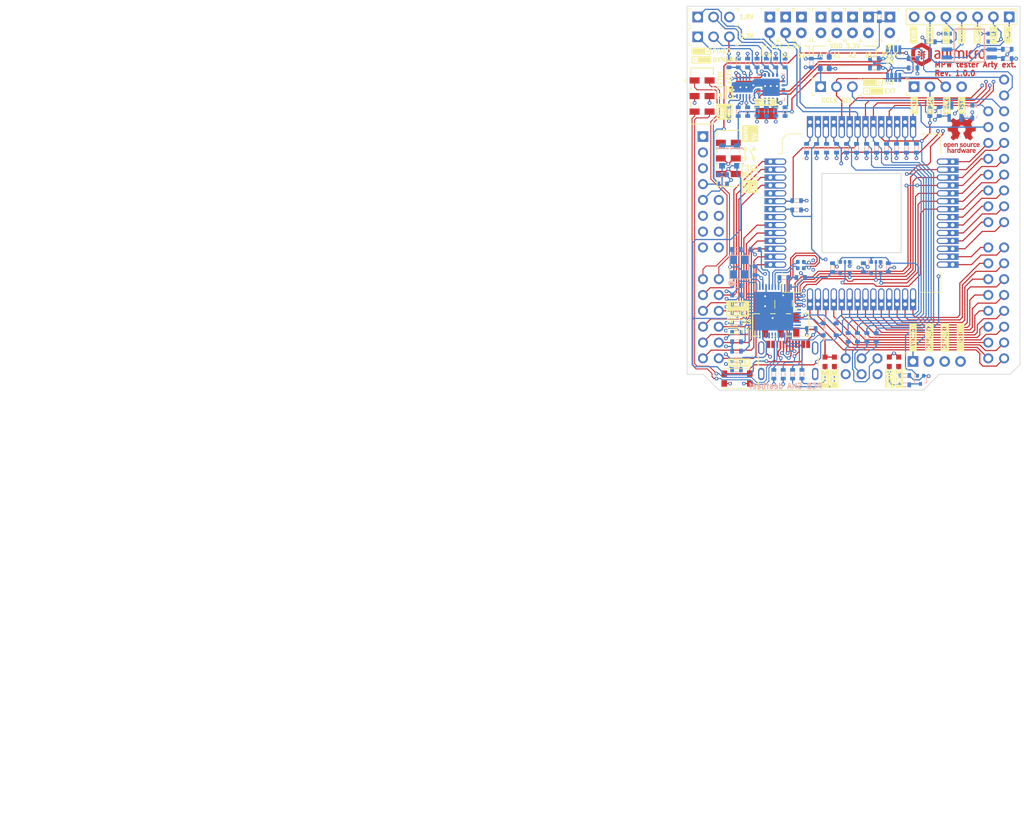
<source format=kicad_pcb>
(kicad_pcb (version 20211014) (generator pcbnew)
  (title_block (title "MPW tester Arty expansion") (date "2022-12-12") (rev "1.0.0"))
  (layers (0 "F.Cu" signal) (1 "In1.Cu" signal) (2 "In2.Cu" signal) (31 "B.Cu" signal) (34 "B.Paste" user) (35 "F.Paste" user) (36 "B.SilkS" user "B.Silkscreen") (37 "F.SilkS" user "F.Silkscreen") (38 "B.Mask" user) (39 "F.Mask" user) (44 "Edge.Cuts" user))
  (net 0 "")
  (net 1 "AGND")
  (net 2 "/FTDI_3V3")
  (net 3 "VBUS")
  (net 4 "/3V3_ARTY")
  (net 5 "/5V0_ARTY")
  (net 6 "/XIN")
  (net 7 "/XOUT")
  (net 8 "+3V3")
  (net 9 "/VCORE")
  (net 10 "/VCCA")
  (net 11 "/FTDI_RESET")
  (net 12 "/VCCD2")
  (net 13 "/VDDA2")
  (net 14 "/VCCD1")
  (net 15 "/VDDIO")
  (net 16 "/VDDA1")
  (net 17 "/VCCD")
  (net 18 "/VDDA")
  (net 20 "Net-(D1-Pad2)")
  (net 21 "Net-(D2-Pad2)")
  (net 22 "Net-(D3-Pad2)")
  (net 23 "Net-(D4-Pad2)")
  (net 24 "/5V0")
  (net 26 "/CC1")
  (net 27 "/USB_DN")
  (net 28 "/CC2")
  (net 30 "/USB_DP")
  (net 31 "/~{UART_EN}")
  (net 36 "/FTDI_~{UART_EN}")
  (net 37 "/FTDI_~{MR}")
  (net 38 "/ARTY_~{MR}")
  (net 42 "/ARTY_MEM_CS")
  (net 43 "/ARTY_MEM_SCK")
  (net 44 "/ARTY_MEM_MISO")
  (net 45 "/ARTY_MEM_MOSI")
  (net 47 "Net-(J3-Pad49)")
  (net 48 "/ARTY_SCL_3V3")
  (net 49 "/ARTY_SDA_3V3")
  (net 50 "/ARTY_XCLK")
  (net 51 "/CRVL_XCLK")
  (net 52 "/XCLK_10MHz")
  (net 53 "+1V8")
  (net 54 "/P1A")
  (net 55 "/P1B")
  (net 56 "/P0A")
  (net 57 "/P0B")
  (net 58 "/ARTY_EN_VOUT1")
  (net 59 "/ARTY_EN_VOUT2")
  (net 60 "/MEM.~{CS}")
  (net 61 "/MEM.SCK")
  (net 62 "/MEM.SI")
  (net 63 "/MEM.SO")
  (net 64 "/MEM.~{WP}")
  (net 65 "/MEM.~{HOLD}")
  (net 66 "/CRVL_~{RST}")
  (net 67 "/CRVL_GPIO")
  (net 68 "/CRVL_IO1")
  (net 69 "/CRVL_IO2")
  (net 70 "/CRVL_IO3")
  (net 71 "/CRVL_IO4")
  (net 72 "/CRVL_IO5")
  (net 73 "/CRVL_IO6")
  (net 74 "/FTDI_EN_VOUT2")
  (net 75 "/FTDI_EN_VOUT1")
  (net 76 "Net-(Q1-Pad3)")
  (net 77 "/FTDI_DN")
  (net 78 "/FTDI_DP")
  (net 79 "/REF")
  (net 80 "/~{RX_LED}")
  (net 81 "/~{TX_LED}")
  (net 82 "/ARTY_SDA")
  (net 83 "/EN_VOUT2")
  (net 84 "/ARTY_SCL")
  (net 85 "/EN_VOUT1")
  (net 86 "/~{MR}")
  (net 98 "/LV_BOOSTER")
  (net 99 "/P1W")
  (net 102 "/CRVL_IO37")
  (net 103 "/CRVL_IO36")
  (net 104 "/CRVL_IO35")
  (net 105 "/CRVL_IO34")
  (net 106 "/CRVL_IO33")
  (net 107 "/CRVL_IO32")
  (net 108 "/CRVL_IO31")
  (net 109 "/CRVL_IO30")
  (net 110 "/CRVL_IO29")
  (net 111 "/CRVL_IO28")
  (net 112 "/CRVL_IO27")
  (net 113 "/CRVL_IO26")
  (net 114 "/CRVL_IO25")
  (net 115 "/CRVL_IO24")
  (net 116 "/CRVL_IO23")
  (net 117 "/CRVL_IO22")
  (net 118 "/CRVL_IO21")
  (net 119 "/CRVL_IO20")
  (net 120 "/CRVL_IO19")
  (net 121 "/CRVL_IO18")
  (net 122 "/CRVL_IO17")
  (net 123 "/CRVL_IO16")
  (net 124 "/CRVL_IO15")
  (net 125 "/CRVL_IO14")
  (net 126 "/CRVL_IO13")
  (net 127 "/CRVL_IO12")
  (net 128 "/CRVL_IO11")
  (net 129 "/CRVL_IO10")
  (net 130 "/CRVL_IO9")
  (net 131 "/CRVL_IO8")
  (net 132 "/CRVL_IO7")
  (net 133 "/CRVL_IO0")
  (net 134 "/P0W")
  (net 135 "/~{WP}")
  (net 136 "/HVC")
  (net 137 "/BYP")
  (net 138 "/XCLK_EN")
  (net 145 "unconnected-(U10-Pad1)")
  (net 146 "unconnected-(U10-Pad2)")
  (footprint "mpw-tester-arty-expansion-footprints:LED_0603" (layer "F.Cu") (at 146.6 123 90)
    (fp_text reference "D2" hide)
    (fp_text value "KP-1608ZGC" hide)
  )
  (footprint "mpw-tester-arty-expansion-footprints:GCT_USB4105-GF-A" (layer "F.Cu") (at 139.2 124.965)
    (fp_text reference "J1" hide)
    (fp_text value "USB4105-GF-A" hide)
  )
  (footprint "mpw-tester-arty-expansion-footprints:PinHeader_1x3_P2.54_Drill1.1mm" (layer "F.Cu") (at 124.7 67.73)
    (fp_text reference "J14" hide)
    (fp_text value "61300311121" hide)
  )
  (footprint "kibuzzard-638F9F6E" (layer "F.Cu") (at 156.9 125.75 90)
    (fp_text reference "kibuzzard-638F9F6E" hide)
    (fp_text value "G***" hide)
  )
  (footprint "mpw-tester-arty-expansion-footprints:LED_0603" (layer "F.Cu") (at 155.4 123 90)
    (fp_text reference "D3" hide)
    (fp_text value "KP-1608ZGC" hide)
  )
  (footprint "kibuzzard-638F9F40" (layer "F.Cu") (at 146.6 125.75 90)
    (fp_text reference "kibuzzard-638F9F40" hide)
    (fp_text value "G***" hide)
  )
  (footprint "kibuzzard-639040B6" (layer "F.Cu") (at 161.8 119.1 90)
    (fp_text reference "kibuzzard-639040B6" hide)
    (fp_text value "G***" hide)
  )
  (footprint "kibuzzard-639390A2" (layer "F.Cu") (at 133 94.9 90)
    (fp_text reference "kibuzzard-639390A2" hide)
    (fp_text value "G***" hide)
  )
  (footprint "mpw-tester-arty-expansion-footprints:PinHeader_1x4_P2.54mm_Drill1.02mm" (layer "F.Cu") (at 159.195 122.9525)
    (fp_text reference "J18" hide)
    (fp_text value "61300411121" hide)
  )
  (footprint "kibuzzard-638F9F51" (layer "F.Cu") (at 155.4 125.75 90)
    (fp_text reference "kibuzzard-638F9F51" hide)
    (fp_text value "G***" hide)
  )
  (footprint "mpw-tester-arty-expansion-footprints:LED_0603" (layer "F.Cu") (at 145.1 123 90)
    (fp_text reference "D1" hide)
    (fp_text value "KP-1608ZGC" hide)
  )
  (footprint "mpw-tester-arty-expansion-footprints:LED_0603" (layer "F.Cu") (at 156.9 123 90)
    (fp_text reference "D4" hide)
    (fp_text value "KP-1608ZGC" hide)
  )
  (footprint "mpw-tester-arty-expansion-footprints:PinHeader_1x2_P2.54_Drill0.9mm" (layer "F.Cu") (at 149.52 67.73 -90)
    (fp_text reference "J9" hide)
    (fp_text value "61300211121" hide)
  )
  (footprint "kibuzzard-63909236" (layer "F.Cu") (at 161.9 70.6 90)
    (fp_text reference "kibuzzard-63909236" hide)
    (fp_text value "G***" hide)
  )
  (footprint "kibuzzard-6393906F" (layer "F.Cu") (at 133.1 86.4 90)
    (fp_text reference "kibuzzard-6393906F" hide)
    (fp_text value "G***" hide)
  )
  (footprint "kibuzzard-63909228" (layer "F.Cu") (at 167 70.6 90)
    (fp_text reference "kibuzzard-63909228" hide)
    (fp_text value "G***" hide)
  )
  (footprint "mpw-tester-arty-expansion-footprints:PinHeader_1x2_P2.54_Drill0.9mm" (layer "F.Cu") (at 136.26 67.73 -90)
    (fp_text reference "J10" hide)
    (fp_text value "61300211121" hide)
  )
  (footprint "mpw-tester-arty-expansion-footprints:JS202011JCQN" (layer "F.Cu") (at 138 117.1 180)
    (fp_text reference "SW2" hide)
    (fp_text value "JS202011JCQN" hide)
  )
  (footprint "kibuzzard-639091D4" (layer "F.Cu") (at 159.4 81.9 90)
    (fp_text reference "kibuzzard-639091D4" hide)
    (fp_text value "G***" hide)
  )
  (footprint "kibuzzard-63938B4C" (layer "F.Cu") (at 131.1 114.5)
    (fp_text reference "kibuzzard-63938B4C" hide)
    (fp_text value "G***" hide)
  )
  (footprint "kibuzzard-6390923A" (layer "F.Cu") (at 164.5 70.6 90)
    (fp_text reference "kibuzzard-6390923A" hide)
    (fp_text value "G***" hide)
  )
  (footprint "mpw-tester-arty-expansion-footprints:PinHeader_1x3_P2.54_Drill1.1mm" (layer "F.Cu") (at 144.4 78.9)
    (fp_text reference "J5" hide)
    (fp_text value "61300311121" hide)
  )
  (footprint "kibuzzard-639040B1" (layer "F.Cu") (at 164.3 119.1 90)
    (fp_text reference "kibuzzard-639040B1" hide)
    (fp_text value "G***" hide)
  )
  (footprint "mpw-tester-arty-expansion-footprints:PinHeader_1x2_P2.54_Drill0.9mm" (layer "F.Cu") (at 144.46 67.73 -90)
    (fp_text reference "J7" hide)
    (fp_text value "61300211121" hide)
  )
  (footprint "kibuzzard-63909242" (layer "F.Cu") (at 174.4 70.6 90)
    (fp_text reference "kibuzzard-63909242" hide)
    (fp_text value "G***" hide)
  )
  (footprint "kibuzzard-6390923D" (layer "F.Cu") (at 172.1 70.6 90)
    (fp_text reference "kibuzzard-6390923D" hide)
    (fp_text value "G***" hide)
  )
  (footprint "mpw-tester-arty-expansion-footprints:PinHeader_1x4_P2.54mm_Drill1.02mm" (layer "F.Cu") (at 159.375 78.9)
    (fp_text reference "J20" hide)
    (fp_text value "61300411121" hide)
  )
  (footprint "mpw-tester-arty-expansion-footprints:JS202011JCQN" (layer "F.Cu") (at 129.6 90.4 90)
    (fp_text reference "SW3" hide)
    (fp_text value "JS202011JCQN" hide)
  )
  (footprint "antmicro-footprints:antmicro-logo_scaled_12mm_mask" (layer "F.Cu") (at 164.8 73.75)
    (fp_text reference "G***" hide)
    (fp_text value "LOGO" hide)
  )
  (footprint "kibuzzard-638F9F83" (layer "F.Cu") (at 131.35 123.15)
    (fp_text reference "kibuzzard-638F9F83" hide)
    (fp_text value "G***" hide)
  )
  (footprint "mpw-tester-arty-expansion-footprints:PROBE_PAD_1206" (layer "F.Cu") (at 135.7 83.2 180)
    (fp_text reference "TP1" hide)
    (fp_text value "RCW-0C" hide)
  )
  (footprint "mpw-tester-arty-expansion-footprints:PinHeader_1x2_P2.54_Drill0.9mm" (layer "F.Cu") (at 138.8 67.73 -90)
    (fp_text reference "J11" hide)
    (fp_text value "61300211121" hide)
  )
  (footprint "antmicro-footprints:OSHW-Logo_5.7x6mm_Copper" (layer "F.Cu") (at 167 86.5)
    (fp_text reference "REF**" hide)
    (fp_text value "OSHW-Logo_5.7x6mm_Copper" hide)
  )
  (footprint "mpw-tester-arty-expansion-footprints:PinHeader_1x2_P2.54_Drill0.9mm" (layer "F.Cu") (at 152.08 67.73 -90)
    (fp_text reference "J6" hide)
    (fp_text value "61300211121" hide)
  )
  (footprint "antmicro-footprints:OSHW-Logo_5.7x6mm_Mask" (layer "F.Cu") (at 167 86.5)
    (fp_text reference "REF**" hide)
    (fp_text value "OSHW-Logo_5.7x6mm_Mask" hide)
  )
  (footprint "mpw-tester-arty-expansion-footprints:SW_SPST_4.2x2.8" (layer "F.Cu") (at 131 125.7)
    (fp_text reference "S1" hide)
    (fp_text value "KMR2" hide)
  )
  (footprint "kibuzzard-638F9F3B" (layer "F.Cu") (at 145.1 125.75 90)
    (fp_text reference "kibuzzard-638F9F3B" hide)
    (fp_text value "G***" hide)
  )
  (footprint "mpw-tester-arty-expansion-footprints:caravel_breakout" (layer "F.Cu") (at 150.95 99.168 180)
    (fp_text reference "U7" hide)
    (fp_text value "Caravel_breakout_PCB" hide)
    (fp_line (start -6.35 -6.35) (end 6.35 -6.35) (layer "Edge.Cuts") (width 0.12))
    (fp_line (start -6.35 6.35) (end -6.35 -6.35) (layer "Edge.Cuts") (width 0.12))
    (fp_line (start 6.35 6.35) (end -6.35 6.35) (layer "Edge.Cuts") (width 0.12))
    (fp_line (start 6.35 -6.35) (end 6.35 6.35) (layer "Edge.Cuts") (width 0.12))
  )
  (footprint "mpw-tester-arty-expansion-footprints:PinHeader_1x2_P2.54_Drill0.9mm" (layer "F.Cu") (at 155.5 67.73 -90)
    (fp_text reference "J4" hide)
    (fp_text value "61300211121" hide)
  )
  (footprint "antmicro-footprints:antmicro-logo_scaled_12mm" (layer "F.Cu") (at 164.8 73.75)
    (fp_text reference "G***" hide)
    (fp_text value "LOGO" hide)
  )
  (footprint "mpw-tester-arty-expansion-footprints:ARTY_A7_SHIELD" (layer "F.Cu") (at 150 100)
    (fp_text reference "J3" hide)
    (fp_text value "arty_chipKIT_connector" hide)
  )
  (footprint "kibuzzard-639091D1" (layer "F.Cu") (at 162 81.9 90)
    (fp_text reference "kibuzzard-639091D1" hide)
    (fp_text value "G***" hide)
  )
  (footprint "mpw-tester-arty-expansion-footprints:PinHeader_1x3_P2.54_Drill1.1mm" (layer "F.Cu") (at 124.7 70.9)
    (fp_text reference "J15" hide)
    (fp_text value "61300311121" hide)
  )
  (footprint "kibuzzard-639091DC" (layer "F.Cu") (at 167 81.9 90)
    (fp_text reference "kibuzzard-639091DC" hide)
    (fp_text value "G***" hide)
  )
  (footprint "kibuzzard-639040BB" (layer "F.Cu") (at 159.2 119.1 90)
    (fp_text reference "kibuzzard-639040BB" hide)
    (fp_text value "G***" hide)
  )
  (footprint "kibuzzard-639040CA" (layer "F.Cu") (at 166.8 119.1 90)
    (fp_text reference "kibuzzard-639040CA" hide)
    (fp_text value "G***" hide)
  )
  (footprint "mpw-tester-arty-expansion-footprints:61300711121" (layer "F.Cu") (at 168.27 67.7 180)
    (fp_text reference "J19" hide)
    (fp_text value "61300711121" hide)
  )
  (footprint "kibuzzard-63909224" (layer "F.Cu") (at 159.3 70.6 90)
    (fp_text reference "kibuzzard-63909224" hide)
    (fp_text value "G***" hide)
  )
  (footprint "mpw-tester-arty-expansion-footprints:PinHeader_1x2_P2.54_Drill0.9mm" (layer "F.Cu") (at 147 67.73 -90)
    (fp_text reference "J8" hide)
    (fp_text value "61300211121" hide)
  )
  (footprint "mpw-tester-arty-expansion-footprints:USON-10_2.5x1.0mm_P0.5mm" (layer "F.Cu") (at 138.45 113.65 90)
    (fp_text reference "U10" hide)
    (fp_text value "TPD4E02B04DQA" hide)
  )
  (footprint "kibuzzard-63909232" (layer "F.Cu") (at 169.5 70.6 90)
    (fp_text reference "kibuzzard-63909232" hide)
    (fp_text value "G***" hide)
  )
  (footprint "kibuzzard-639091D8" (layer "F.Cu") (at 164.6 81.9 90)
    (fp_text reference "kibuzzard-639091D8" hide)
    (fp_text value "G***" hide)
  )
  (footprint "kibuzzard-638FA1CB" (layer "F.Cu") (at 135.6 81.4)
    (fp_text reference "kibuzzard-638FA1CB" hide)
    (fp_text value "G***" hide)
  )
  (footprint "mpw-tester-arty-expansion-footprints:JS202011JCQN" (layer "F.Cu") (at 125.4 80.4 -90)
    (fp_text reference "SW1" hide)
    (fp_text value "JS202011JCQN" hide)
  )
  (footprint "mpw-tester-arty-expansion-footprints:PinHeader_1x2_P2.54_Drill0.9mm" (layer "F.Cu") (at 141.32 67.73 -90)
    (fp_text reference "J12" hide)
    (fp_text value "61300211121" hide)
  )
  (footprint "kibuzzard-63938A8C" (layer "F.Cu") (at 129 82.9 90)
    (fp_text reference "kibuzzard-63938A8C" hide)
    (fp_text value "G***" hide)
  )
  (footprint "mpw-tester-arty-expansion-footprints:0603-res" (layer "B.Cu") (at 135.7 75.1 90)
    (fp_text reference "R24" hide)
    (fp_text value "R_15k_0603" hide)
  )
  (footprint "mpw-tester-arty-expansion-footprints:0603-res" (layer "B.Cu") (at 131.2 82.9 90)
    (fp_text reference "R30" hide)
    (fp_text value "R_10k_0603" hide)
  )
  (footprint "mpw-tester-arty-expansion-footprints:0603-cap" (layer "B.Cu") (at 138.5 109.5)
    (fp_text reference "C8" hide)
    (fp_text value "C_100n_0603" hide)
  )
  (footprint "mpw-tester-arty-expansion-footprints:0603-cap" (layer "B.Cu") (at 133.9 108.4 90)
    (fp_text reference "C5" hide)
    (fp_text value "C_100n_0603" hide)
  )
  (footprint "mpw-tester-arty-expansion-footprints:0603-res" (layer "B.Cu") (at 155.25 107.9 -90)
    (fp_text reference "R1" hide)
    (fp_text value "R_10k_0603" hide)
  )
  (footprint "mpw-tester-arty-expansion-footprints:0603-cap" (layer "B.Cu") (at 137.2 82.9 -90)
    (fp_text reference "C37" hide)
    (fp_text value "C_100n_0603" hide)
  )
  (footprint "mpw-tester-arty-expansion-footprints:Oscillator_SMD_ECS_2520MV-xxx-xx-4Pin_2.5x2.0mm" (layer "B.Cu") (at 145.05 75.05 180)
    (fp_text reference "Y2" hide)
    (fp_text value "ECS-2520MVLC-100-BN-TR" hide)
  )
  (footprint "mpw-tester-arty-expansion-footprints:0603-cap" (layer "B.Cu") (at 159.2 74.4)
    (fp_text reference "C21" hide)
    (fp_text value "C_100n_0603" hide)
  )
  (footprint "mpw-tester-arty-expansion-footprints:0603-cap" (layer "B.Cu") (at 128.7 93)
    (fp_text reference "C3" hide)
    (fp_text value "C_1u_0603" hide)
  )
  (footprint "mpw-tester-arty-expansion-footprints:0603-res" (layer "B.Cu") (at 135.7 82.9 90)
    (fp_text reference "R29" hide)
    (fp_text value "R_0R_0603" hide)
  )
  (footprint "mpw-tester-arty-expansion-footprints:SOT-353" (layer "B.Cu") (at 153.25 107.9)
    (fp_text reference "U1" hide)
    (fp_text value "SN74LVC1G125DCKR" hide)
  )
  (footprint "mpw-tester-arty-expansion-footprints:0603-cap" (layer "B.Cu") (at 150.15 88.768 -90)
    (fp_text reference "C31" hide)
    (fp_text value "C_1u_0603" hide)
  )
  (footprint "mpw-tester-arty-expansion-footprints:0603-res" (layer "B.Cu") (at 153.8 67.7 90)
    (fp_text reference "R16" hide)
    (fp_text value "R_10k_0603" hide)
  )
  (footprint "mpw-tester-arty-expansion-footprints:0603-res" (layer "B.Cu") (at 148.8 119.1 90)
    (fp_text reference "R8" hide)
    (fp_text value "R_0R_0603" hide)
  )
  (footprint "mpw-tester-arty-expansion-footprints:0603-res" (layer "B.Cu") (at 141.4 125 -90)
    (fp_text reference "R9" hide)
    (fp_text value "R_470R_0603" hide)
  )
  (footprint "mpw-tester-arty-expansion-footprints:0603-res" (layer "B.Cu") (at 138.7 82.9 90)
    (fp_text reference "R20" hide)
    (fp_text value "R_10k_0603" hide)
  )
  (footprint "mpw-tester-arty-expansion-footprints:0603-res" (layer "B.Cu") (at 132.7 82.9 90)
    (fp_text reference "R33" hide)
    (fp_text value "R_10k_0603" hide)
  )
  (footprint "mpw-tester-arty-expansion-footprints:0603-res" (layer "B.Cu") (at 148.55 88.768 90)
    (fp_text reference "R17" hide)
    (fp_text value "R_10k_0603" hide)
  )
  (footprint "mpw-tester-arty-expansion-footprints:0603-res" (layer "B.Cu") (at 161.9 82.9 90)
    (fp_text reference "R35" hide)
    (fp_text value "R_0R_0603" hide)
  )
  (footprint "mpw-tester-arty-expansion-footprints:0603-cap" (layer "B.Cu") (at 134.2 82.9 -90)
    (fp_text reference "C32" hide)
    (fp_text value "C_1u_0603" hide)
  )
  (footprint "mpw-tester-arty-expansion-footprints:SOD-323F" (layer "B.Cu") (at 145.85 118.75)
    (fp_text reference "D6" hide)
    (fp_text value "PMEG6002EJ,115" hide)
  )
  (footprint "mpw-tester-arty-expansion-footprints:SOT-353" (layer "B.Cu") (at 148.3 107.9)
    (fp_text reference "U3" hide)
    (fp_text value "SN74LVC1G125DCKR" hide)
  )
  (footprint "mpw-tester-arty-expansion-footprints:0603-cap" (layer "B.Cu") (at 128.7 94.5)
    (fp_text reference "C1" hide)
    (fp_text value "C_1u_0603" hide)
  )
  (footprint "mpw-tester-arty-expansion-footprints:0603-cap" (layer "B.Cu") (at 130.92 110.8)
    (fp_text reference "C6" hide)
    (fp_text value "C_18p_0603" hide)
  )
  (footprint "mpw-tester-arty-expansion-footprints:0603-res" (layer "B.Cu") (at 157.9 125.2 180)
    (fp_text reference "R13" hide)
    (fp_text value "R_470R_0603" hide)
  )
  (footprint "mpw-tester-arty-expansion-footprints:0603-res" (layer "B.Cu") (at 138.4 125 -90)
    (fp_text reference "R3" hide)
    (fp_text value "R_5k1_0603" hide)
  )
  (footprint "mpw-tester-arty-expansion-footprints:0603-cap" (layer "B.Cu") (at 130.92 115.3 180)
    (fp_text reference "C7" hide)
    (fp_text value "C_100n_0603" hide)
  )
  (footprint "mpw-tester-arty-expansion-footprints:0603-cap" (layer "B.Cu") (at 130.92 112.3 180)
    (fp_text reference "C4" hide)
    (fp_text value "C_100n_0603" hide)
  )
  (footprint "mpw-tester-arty-expansion-footprints:DFN-10-1EP_3x3mm" (layer "B.Cu") (at 132 79 180)
    (fp_text reference "U9" hide)
    (fp_text value "MIC2211-AAYML-TR" hide)
  )
  (footprint "mpw-tester-arty-expansion-footprints:QFN-16_EP_4x4_Pitch0.65mm" (layer "B.Cu") (at 136.45 79)
    (fp_text reference "U6" hide)
    (fp_text value "MCP4661-103E/ML" hide)
  )
  (footprint "mpw-tester-arty-expansion-footprints:0603-res" (layer "B.Cu") (at 153.35 88.768 90)
    (fp_text reference "R21" hide)
    (fp_text value "R_10k_0603" hide)
  )
  (footprint "mpw-tester-arty-expansion-footprints:SOD-323F" (layer "B.Cu") (at 145.85 116.85)
    (fp_text reference "D5" hide)
    (fp_text value "PMEG6002EJ,115" hide)
  )
  (footprint "mpw-tester-arty-expansion-footprints:0603-cap" (layer "B.Cu") (at 146.3 107.9 90)
    (fp_text reference "C18" hide)
    (fp_text value "C_100n_0603" hide)
  )
  (footprint "mpw-tester-arty-expansion-footprints:0603-cap" (layer "B.Cu") (at 142.9 75.1 -90)
    (fp_text reference "C19" hide)
    (fp_text value "C_100n_0603" hide)
  )
  (footprint "mpw-tester-arty-expansion-footprints:0603-res" (layer "B.Cu") (at 151.75 88.768 90)
    (fp_text reference "R19" hide)
    (fp_text value "R_10k_0603" hide)
  )
  (footprint "mpw-tester-arty-expansion-footprints:SOD-123" (layer "B.Cu") (at 128.6 90 -90)
    (fp_text reference "D8" hide)
    (fp_text value "1N5819HW-7-F" hide)
  )
  (footprint "mpw-tester-arty-expansion-footprints:0603-res" (layer "B.Cu") (at 153.3 119.1 90)
    (fp_text reference "R11" hide)
    (fp_text value "R_0R_0603" hide)
  )
  (footprint "mpw-tester-arty-expansion-footprints:0603-cap" (layer "B.Cu") (at 130.92 118.3 180)
    (fp_text reference "C15" hide)
    (fp_text value "C_100n_0603" hide)
  )
  (footprint "mpw-tester-arty-expansion-footprints:SOT-416" (layer "B.Cu") (at 160.4 125.9 -90)
    (fp_text reference "Q1" hide)
    (fp_text value "DTC014TEBTL" hide)
  )
  (footprint "mpw-tester-arty-expansion-footprints:0603-cap" (layer "B.Cu") (at 132.7 75.1 90)
    (fp_text reference "C35" hide)
    (fp_text value "C_1u_0603" hide)
  )
  (footprint "mpw-tester-arty-expansion-footprints:0603-cap" (layer "B.Cu") (at 140.55 97.168)
    (fp_text reference "C28" hide)
    (fp_text value "C_1u_0603" hide)
  )
  (footprint "mpw-tester-arty-expansion-footprints:0603-cap" (layer "B.Cu") (at 145.35 88.768 -90)
    (fp_text reference "C23" hide)
    (fp_text value "C_1u_0603" hide)
  )
  (footprint "mpw-tester-arty-expansion-footprints:0603-res" (layer "B.Cu") (at 129.7 75.1 -90)
    (fp_text reference "R26" hide)
    (fp_text value "R_10k_0603" hide)
  )
  (footprint "mpw-tester-arty-expansion-footprints:0603-cap" (layer "B.Cu") (at 142.15 88.768 -90)
    (fp_text reference "C22" hide)
    (fp_text value "C_1u_0603" hide)
  )
  (footprint "mpw-tester-arty-expansion-footprints:0603-cap" (layer "B.Cu") (at 159.75 88.768 -90)
    (fp_text reference "C24" hide)
    (fp_text value "C_1u_0603" hide)
  )
  (footprint "mpw-tester-arty-expansion-footprints:0603-res" (layer "B.Cu") (at 138.7 75.1 -90)
    (fp_text reference "R23" hide)
    (fp_text value "R_41k2_0603" hide)
  )
  (footprint "mpw-tester-arty-expansion-footprints:0603-cap" (layer "B.Cu") (at 130.9 105 180)
    (fp_text reference "C9" hide)
    (fp_text value "C_18p_0603" hide)
  )
  (footprint "mpw-tester-arty-expansion-footprints:0603-cap" (layer "B.Cu") (at 151.25 107.9 90)
    (fp_text reference "C10" hide)
    (fp_text value "C_100n_0603" hide)
  )
  (footprint "mpw-tester-arty-expansion-footprints:0603-res" (layer "B.Cu") (at 162 71.7)
    (fp_text reference "R28" hide)
    (fp_text value "R_10k_0603" hide)
  )
  (footprint "mpw-tester-arty-expansion-footprints:0603-cap" (layer "B.Cu") (at 130.92 116.8 180)
    (fp_text reference "C12" hide)
    (fp_text value "C_4u7_0603" hide)
  )
  (footprint "mpw-tester-arty-expansion-footprints:0603-cap" (layer "B.Cu") (at 131.2 75.1 90)
    (fp_text reference "C36" hide)
    (fp_text value "C_1u_0603" hide)
  )
  (footprint "mpw-tester-arty-expansion-footprints:0603-cap" (layer "B.Cu") (at 130.92 121.3 180)
    (fp_text reference "C14" hide)
    (fp_text value "C_100n_0603" hide)
  )
  (footprint "mpw-tester-arty-expansion-footprints:0603-res" (layer "B.Cu") (at 153 75.9 180)
    (fp_text reference "R31" hide)
    (fp_text value "R_4k7_0603" hide)
  )
  (footprint "mpw-tester-arty-expansion-footprints:0603-cap" (layer "B.Cu") (at 142.9 117.68)
    (fp_text reference "C16" hide)
    (fp_text value "C_100n_0603" hide)
  )
  (footprint "mpw-tester-arty-expansion-footprints:0402-res" (layer "B.Cu") (at 141.215 107 180)
    (fp_text reference "R4" hide)
    (fp_text value "R_0R_0402" hide)
  )
  (footprint "mpw-tester-arty-expansion-footprints:0603-res" (layer "B.Cu") (at 174.3 72.9 180)
    (fp_text reference "R32" hide)
    (fp_text value "R_10k_0603" hide)
  )
  (footprint "mpw-tester-arty-expansion-footprints:0603-cap" (layer "B.Cu") (at 130.92 122.8 180)
    (fp_text reference "C17" hide)
    (fp_text value "C_10n_0603" hide)
  )
  (footprint "mpw-tester-arty-expansion-footprints:SOIC127P790X216-8N" (layer "B.Cu") (at 168.2 72.3)
    (fp_text reference "U8" hide)
    (fp_text value "W25Q32FVSS" hide)
  )
  (footprint "mpw-tester-arty-expansion-footprints:0603-res" (layer "B.Cu") (at 153 74.4 180)
    (fp_text reference "R27" hide)
    (fp_text value "R_4k7_0603" hide)
  )
  (footprint "mpw-tester-arty-expansion-footprints:0603-res" (layer "B.Cu") (at 146.95 88.768 90)
    (fp_text reference "R34" hide)
    (fp_text value "R_10k_0603" hide)
  )
  (footprint "mpw-tester-arty-expansion-footprints:0603-cap" (layer "B.Cu") (at 130.92 119.8 180)
    (fp_text reference "C11" hide)
    (fp_text value "C_100n_0603" hide)
  )
  (footprint "mpw-tester-arty-expansion-footprints:0603-res" (layer "B.Cu") (at 136.9 125 -90)
    (fp_text reference "R2" hide)
    (fp_text value "R_5k1_0603" hide)
  )
  (footprint "mpw-tester-arty-expansion-footprints:0603-cap" (layer "B.Cu") (at 156.55 88.768 -90)
    (fp_text reference "C30" hide)
    (fp_text value "C_1u_0603" hide)
  )
  (footprint "mpw-tester-arty-expansion-footprints:0603-cap" (layer "B.Cu") (at 159.2 75.9)
    (fp_text reference "C25" hide)
    (fp_text value "C_100n_0603" hide)
  )
  (footprint "mpw-tester-arty-expansion-footprints:0603-cap" (layer "B.Cu") (at 143.75 88.768 -90)
    (fp_text reference "C29" hide)
    (fp_text value "C_1u_0603" hide)
  )
  (footprint "mpw-tester-arty-expansion-footprints:0402-res" (layer "B.Cu") (at 141.215 108 180)
    (fp_text reference "R5" hide)
    (fp_text value "R_0R_0402" hide)
  )
  (footprint "mpw-tester-arty-expansion-footprints:0603-res" (layer "B.Cu") (at 130.92 124.3)
    (fp_text reference "R6" hide)
    (fp_text value "R_10k_0603" hide)
  )
  (footprint "mpw-tester-arty-expansion-footprints:0603-res" (layer "B.Cu") (at 139.9 125 -90)
    (fp_text reference "R10" hide)
    (fp_text value "R_470R_0603" hide)
  )
  (footprint "mpw-tester-arty-expansion-footprints:SOD-123" (layer "B.Cu") (at 131 90 -90)
    (fp_text reference "D7" hide)
    (fp_text value "1N5819HW-7-F" hide)
  )
  (footprint "mpw-tester-arty-expansion-footprints:0603-cap" (layer "B.Cu") (at 141.2 109.5 180)
    (fp_text reference "C13" hide)
    (fp_text value "C_100n_0603" hide)
  )
  (footprint "mpw-tester-arty-expansion-footprints:TSSOP-8_W3mm" (layer "B.Cu") (at 156.1 75.2)
    (fp_text reference "U5" hide)
    (fp_text value "NTS0102DP" hide)
  )
  (footprint "mpw-tester-arty-expansion-footprints:0603-cap" (layer "B.Cu") (at 174.3 74.4)
    (fp_text reference "C34" hide)
    (fp_text value "C_100n_0603" hide)
  )
  (footprint "mpw-tester-arty-expansion-footprints:0603-res" (layer "B.Cu") (at 133.9 105)
    (fp_text reference "R7" hide)
    (fp_text value "R_12k_1%_0603" hide)
  )
  (footprint "mpw-tester-arty-expansion-footprints:0603-res" (layer "B.Cu") (at 137.2 75.1 90)
    (fp_text reference "R22" hide)
    (fp_text value "R_68k_0603" hide)
  )
  (footprint "mpw-tester-arty-expansion-footprints:0603-cap" (layer "B.Cu") (at 163.4 82.9 90)
    (fp_text reference "C20" hide)
    (fp_text value "C_100n_0603" hide)
  )
  (footprint "mpw-tester-arty-expansion-footprints:0603-cap" (layer "B.Cu") (at 140.55 98.668)
    (fp_text reference "C26" hide)
    (fp_text value "C_1u_0603" hide)
  )
  (footprint "mpw-tester-arty-expansion-footprints:KX-7" (layer "B.Cu") (at 131.4 107.88 90)
    (fp_text reference "Y1" hide)
    (fp_text value "ABM8G-12.000MHZ-18-D2Y-T" hide)
  )
  (footprint "mpw-tester-arty-expansion-footprints:0603-cap" (layer "B.Cu") (at 130.92 113.8 180)
    (fp_text reference "C2" hide)
    (fp_text value "C_4u7_0603" hide)
  )
  (footprint "mpw-tester-arty-expansion-footprints:0603-res" (layer "B.Cu") (at 157.9 126.7 180)
    (fp_text reference "R12" hide)
    (fp_text value "R_470R_0603" hide)
  )
  (footprint "mpw-tester-arty-expansion-footprints:0603-res" (layer "B.Cu") (at 154.95 88.768 90)
    (fp_text reference "R18" hide)
    (fp_text value "R_10k_0603" hide)
  )
  (footprint "mpw-tester-arty-expansion-footprints:0603-cap" (layer "B.Cu") (at 158.15 88.768 -90)
    (fp_text reference "C27" hide)
    (fp_text value "C_1u_0603" hide)
  )
  (footprint "mpw-tester-arty-expansion-footprints:0603-res" (layer "B.Cu") (at 134.2 75.1 -90)
    (fp_text reference "R25" hide)
    (fp_text value "R_34k_0603" hide)
  )
  (footprint "mpw-tester-arty-expansion-footprints:0603-cap" (layer "B.Cu") (at 129.7 82.9 -90)
    (fp_text reference "C33" hide)
    (fp_text value "C_100n_0603" hide)
  )
  (footprint "mpw-tester-arty-expansion-footprints:0603-res" (layer "B.Cu") (at 151.8 119.1 90)
    (fp_text reference "R14" hide)
    (fp_text value "R_0R_0603" hide)
  )
  (footprint "mpw-tester-arty-expansion-footprints:SOT-143-4" (layer "B.Cu") (at 165.95 82.9)
    (fp_text reference "U4" hide)
    (fp_text value "MAX811REUS+T" hide)
  )
  (footprint "mpw-tester-arty-expansion-footprints:0603-res" (layer "B.Cu") (at 150.3 119.1 90)
    (fp_text reference "R15" hide)
    (fp_text value "R_0R_0603" hide)
  )
  (footprint "mpw-tester-arty-expansion-footprints:SOD-323F" (layer "B.Cu") (at 168.7 82.9 -90)
    (fp_text reference "D9" hide)
    (fp_text value "PMEG6002EJ,115" hide)
  )
  (footprint "mpw-tester-arty-expansion-footprints:QFN-48-1EP_8x8mm_P0.5mm_EP6.2x6.2mm_FT232HQ_marking" (layer "B.Cu") (at 136.9 114.9 -90)
    (fp_text reference "U2" hide)
    (fp_text value "FT232HQ" hide)
  )
  (gr_line (start 124.8 74.9) (end 126.8 74.9) (layer "F.SilkS") (width 0.15))
  (gr_line (start 126.8 73.7) (end 126.8 72.7) (layer "F.SilkS") (width 0.15))
  (gr_circle (center 132.3 88.95) (end 132.5 88.95) (layer "F.SilkS") (width 0.15) (fill solid))
  (gr_line (start 134.248 91.5825) (end 133.248 91.5825) (layer "F.SilkS") (width 0.15))
  (gr_line (start 125.8 75.1) (end 125.8 74.1) (layer "F.SilkS") (width 0.15))
  (gr_line (start 124.8 74.5) (end 126.8 74.5) (layer "F.SilkS") (width 0.15))
  (gr_line (start 153.3 80.1) (end 153.3 79.1) (layer "F.SilkS") (width 0.15))
  (gr_line (start 153.3 78.2) (end 151.3 78.2) (layer "F.SilkS") (width 0.15))
  (gr_line (start 153.3 77.9) (end 151.3 77.9) (layer "F.SilkS") (width 0.15))
  (gr_line (start 131.409 117.5) (end 129.5 117.5) (layer "F.SilkS") (width 0.15))
  (gr_line (start 152.3 79.6) (end 154.3 79.6) (layer "F.SilkS") (width 0.15))
  (gr_line (start 153.3 77.8) (end 151.3 77.8) (layer "F.SilkS") (width 0.15))
  (gr_line (start 125.8 73.2) (end 123.8 73.2) (layer "F.SilkS") (width 0.15))
  (gr_line (start 152.3 79.2) (end 154.3 79.2) (layer "F.SilkS") (width 0.15))
  (gr_line (start 152.3 79.3) (end 154.2 79.3) (layer "F.SilkS") (width 0.15))
  (gr_line (start 128.852 78.8825) (end 127.852 78.8825) (layer "F.SilkS") (width 0.15))
  (gr_circle (center 124.3 74.6) (end 124.3 74.7) (layer "F.SilkS") (width 0.2) (fill none))
  (gr_line (start 124.8 75.1) (end 124.8 74.1) (layer "F.SilkS") (width 0.15))
  (gr_circle (center 151.8 79.6) (end 151.8 79.7) (layer "F.SilkS") (width 0.2) (fill none))
  (gr_line (start 123.8 75.1) (end 126.8 75.1) (layer "F.SilkS") (width 0.15))
  (gr_line (start 135 72.4) (end 135 73.9) (layer "F.SilkS") (width 0.15))
  (gr_line (start 126.8 75.1) (end 126.8 74.1) (layer "F.SilkS") (width 0.15))
  (gr_line (start 142.6 73.9) (end 142.6 72.4) (layer "F.SilkS") (width 0.15))
  (gr_line (start 123.8 72.7) (end 123.8 73.7) (layer "F.SilkS") (width 0.15))
  (gr_line (start 133.248 93.4915) (end 134.248 93.4915) (layer "F.SilkS") (width 0.15))
  (gr_rect (start 129.8415 116.304) (end 130.2765 116.739) (layer "F.SilkS") (width 0.15) (fill solid))
  (gr_line (start 133.1 89.05) (end 133.7 90.35) (layer "F.SilkS") (width 0.15))
  (gr_rect (start 130.5915 117.752) (end 131.0265 118.187) (layer "F.SilkS") (width 0.15) (fill solid))
  (gr_line (start 153.3 77.7) (end 153.3 78.7) (layer "F.SilkS") (width 0.15))
  (gr_rect (start 128.104 80.45) (end 128.539 80.015) (layer "F.SilkS") (width 0.15) (fill solid))
  (gr_line (start 131.409 118.5) (end 131.409 117.5) (layer "F.SilkS") (width 0.15))
  (gr_line (start 154.3 79.1) (end 151.3 79.1) (layer "F.SilkS") (width 0.15))
  (gr_line (start 124.8 74.8) (end 126.8 74.8) (layer "F.SilkS") (width 0.15))
  (gr_circle (center 133.7 90.35) (end 133.9 90.35) (layer "F.SilkS") (width 0.15) (fill solid))
  (gr_circle (center 133.7 88.95) (end 133.9 88.95) (layer "F.SilkS") (width 0.15) (fill solid))
  (gr_circle (center 153.8 78.2) (end 153.8 78.3) (layer "F.SilkS") (width 0.2) (fill none))
  (gr_line (start 124.8 74.3) (end 126.7 74.3) (layer "F.SilkS") (width 0.15))
  (gr_line (start 125.8 72.7) (end 125.8 73.7) (layer "F.SilkS") (width 0.15))
  (gr_line (start 124.8 74.2) (end 126.8 74.2) (layer "F.SilkS") (width 0.15))
  (gr_line (start 132.8 93.4545) (end 132.8 91.5455) (layer "F.SilkS") (width 0.15))
  (gr_line (start 153.3 78.5) (end 151.4 78.5) (layer "F.SilkS") (width 0.15))
  (gr_line (start 125.8 73.5) (end 123.9 73.5) (layer "F.SilkS") (width 0.15))
  (gr_line (start 129.5 116.052) (end 129.5 117.052) (layer "F.SilkS") (width 0.15))
  (gr_line (start 153.3 78.6) (end 151.3 78.6) (layer "F.SilkS") (width 0.15))
  (gr_line (start 153.3 78.3) (end 151.3 78.3) (layer "F.SilkS") (width 0.15))
  (gr_line (start 152.3 79.9) (end 154.3 79.9) (layer "F.SilkS") (width 0.15))
  (gr_line (start 129.5 117.5) (end 129.5 118.5) (layer "F.SilkS") (width 0.15))
  (gr_line (start 125.8 73) (end 123.8 73) (layer "F.SilkS") (width 0.15))
  (gr_line (start 129.5 117.052) (end 131.409 117.052) (layer "F.SilkS") (width 0.15))
  (gr_line (start 151.3 79.1) (end 151.3 80.1) (layer "F.SilkS") (width 0.15))
  (gr_line (start 124.8 74.6) (end 126.8 74.6) (layer "F.SilkS") (width 0.15))
  (gr_line (start 131.409 117.052) (end 131.409 116.052) (layer "F.SilkS") (width 0.15))
  (gr_line (start 134.248 93.4915) (end 134.248 91.5825) (layer "F.SilkS") (width 0.15))
  (gr_line (start 153.3 78.4) (end 151.3 78.4) (layer "F.SilkS") (width 0.15))
  (gr_line (start 135.4 73.9) (end 135 73.9) (layer "F.SilkS") (width 0.15))
  (gr_line (start 124.8 75) (end 126.8 75) (layer "F.SilkS") (width 0.15))
  (gr_line (start 154.3 80.1) (end 154.3 79.1) (layer "F.SilkS") (width 0.15))
  (gr_line (start 143.2 72.4) (end 143.2 73.9) (layer "F.SilkS") (width 0.15))
  (gr_line (start 127.852 78.8825) (end 127.852 80.7915) (layer "F.SilkS") (width 0.15))
  (gr_line (start 129.3 78.8825) (end 129.3 80.7915) (layer "F.SilkS") (width 0.15))
  (gr_line (start 124.8 74.7) (end 126.7 74.7) (layer "F.SilkS") (width 0.15))
  (gr_circle (center 126.3 73.2) (end 126.3 73.3) (layer "F.SilkS") (width 0.2) (fill none))
  (gr_line (start 151.3 72.4) (end 153.3 72.4) (layer "F.SilkS") (width 0.15))
  (gr_rect (start 132.052 93.113) (end 132.487 92.678) (layer "F.SilkS") (width 0.15) (fill solid))
  (gr_line (start 152.3 80.1) (end 152.3 79.1) (layer "F.SilkS") (width 0.15))
  (gr_line (start 126.8 74.1) (end 123.8 74.1) (layer "F.SilkS") (width 0.15))
  (gr_line (start 152.3 79.8) (end 154.3 79.8) (layer "F.SilkS") (width 0.15))
  (gr_line (start 131.8 93.4545) (end 132.8 93.4545) (layer "F.SilkS") (width 0.15))
  (gr_line (start 125.8 73.1) (end 123.9 73.1) (layer "F.SilkS") (width 0.15))
  (gr_line (start 125.8 72.8) (end 123.8 72.8) (layer "F.SilkS") (width 0.15))
  (gr_line (start 133.248 91.5825) (end 133.248 93.4915) (layer "F.SilkS") (width 0.15))
  (gr_line (start 153.3 78) (end 151.3 78) (layer "F.SilkS") (width 0.15))
  (gr_line (start 133.7 90.35) (end 133.7 90.85) (layer "F.SilkS") (width 0.15))
  (gr_line (start 124.8 72.7) (end 124.8 73.7) (layer "F.SilkS") (width 0.15))
  (gr_line (start 131.8 91.5455) (end 131.8 93.4545) (layer "F.SilkS") (width 0.15))
  (gr_line (start 143.6 73.9) (end 143.2 73.9) (layer "F.SilkS") (width 0.15))
  (gr_line (start 151.3 78.7) (end 154.3 78.7) (layer "F.SilkS") (width 0.15))
  (gr_line (start 152.3 79.7) (end 154.2 79.7) (layer "F.SilkS") (width 0.15))
  (gr_line (start 141.8 72.4) (end 142.6 72.4) (layer "F.SilkS") (width 0.15))
  (gr_line (start 153.3 72.4) (end 153.3 73.9) (layer "F.SilkS") (width 0.15))
  (gr_line (start 126.8 72.7) (end 123.8 72.7) (layer "F.SilkS") (width 0.15))
  (gr_line (start 131.409 116.052) (end 129.5 116.052) (layer "F.SilkS") (width 0.15))
  (gr_line (start 130.3 78.8825) (end 129.3 78.8825) (layer "F.SilkS") (width 0.15))
  (gr_line (start 125.8 73.6) (end 123.8 73.6) (layer "F.SilkS") (width 0.15))
  (gr_line (start 153.3 73.9) (end 152.9 73.9) (layer "F.SilkS") (width 0.15))
  (gr_circle (center 132.3 90.35) (end 132.5 90.35) (layer "F.SilkS") (width 0.15) (fill solid))
  (gr_line (start 153.3 78.1) (end 151.4 78.1) (layer "F.SilkS") (width 0.15))
  (gr_line (start 123.8 74.1) (end 123.8 75.1) (layer "F.SilkS") (width 0.15))
  (gr_line (start 152.3 79.4) (end 154.3 79.4) (layer "F.SilkS") (width 0.15))
  (gr_line (start 152.3 79.5) (end 154.3 79.5) (layer "F.SilkS") (width 0.15))
  (gr_line (start 151.3 80.1) (end 154.3 80.1) (layer "F.SilkS") (width 0.15))
  (gr_line (start 133.7 88.95) (end 133.7 88.45) (layer "F.SilkS") (width 0.15))
  (gr_line (start 128.852 80.7915) (end 128.852 78.8825) (layer "F.SilkS") (width 0.15))
  (gr_rect (start 133.5 92.4) (end 133.935 91.965) (layer "F.SilkS") (width 0.15) (fill solid))
  (gr_line (start 143.2 72.4) (end 145.2 72.4) (layer "F.SilkS") (width 0.15))
  (gr_line (start 124.8 74.4) (end 126.8 74.4) (layer "F.SilkS") (width 0.15))
  (gr_line (start 123.8 73.7) (end 126.8 73.7) (layer "F.SilkS") (width 0.15))
  (gr_rect (start 129.552 79.7) (end 129.987 79.265) (layer "F.SilkS") (width 0.15) (fill solid))
  (gr_line (start 125.8 73.3) (end 123.8 73.3) (layer "F.SilkS") (width 0.15))
  (gr_line (start 151.3 77.7) (end 151.3 78.7) (layer "F.SilkS") (width 0.15))
  (gr_line (start 152.3 80) (end 154.3 80) (layer "F.SilkS") (width 0.15))
  (gr_line (start 130.3 80.7915) (end 130.3 78.8825) (layer "F.SilkS") (width 0.15))
  (gr_line (start 129.3 80.7915) (end 130.3 80.7915) (layer "F.SilkS") (width 0.15))
  (gr_line (start 154.3 77.7) (end 151.3 77.7) (layer "F.SilkS") (width 0.15))
  (gr_line (start 129.5 118.5) (end 131.409 118.5) (layer "F.SilkS") (width 0.15))
  (gr_line (start 135 72.4) (end 135.8 72.4) (layer "F.SilkS") (width 0.15))
  (gr_line (start 125.8 72.9) (end 123.8 72.9) (layer "F.SilkS") (width 0.15))
  (gr_line (start 154.3 78.7) (end 154.3 77.7) (layer "F.SilkS") (width 0.15))
  (gr_line (start 132.8 91.5455) (end 131.8 91.5455) (layer "F.SilkS") (width 0.15))
  (gr_line (start 142.6 73.9) (end 142.2 73.9) (layer "F.SilkS") (width 0.15))
  (gr_line (start 125.8 73.4) (end 123.8 73.4) (layer "F.SilkS") (width 0.15))
  (gr_line (start 152.3 77.7) (end 152.3 78.7) (layer "F.SilkS") (width 0.15))
  (gr_line (start 127.852 80.7915) (end 128.852 80.7915) (layer "F.SilkS") (width 0.15))
  (gr_line (start 132.3 90.85) (end 132.3 88.45) (layer "F.SilkS") (width 0.15))
  (gr_line (start 125.55 125) (end 123 125) (layer "Edge.Cuts") (width 0.1))
  (gr_line (start 123 125) (end 123 66) (layer "Edge.Cuts") (width 0.1))
  (gr_line (start 160.85 127.55) (end 128.1 127.55) (layer "Edge.Cuts") (width 0.1))
  (gr_line (start 176.35 66) (end 176.35 123.45) (layer "Edge.Cuts") (width 0.1))
  (gr_line (start 163.4 125) (end 160.85 127.55) (layer "Edge.Cuts") (width 0.1))
  (gr_line (start 123 66) (end 176.35 66) (layer "Edge.Cuts") (width 0.1))
  (gr_line (start 176.35 123.45) (end 174.8 125) (layer "Edge.Cuts") (width 0.1))
  (gr_line (start 128.1 127.55) (end 125.55 125) (layer "Edge.Cuts") (width 0.1))
  (gr_line (start 174.8 125) (end 163.4 125) (layer "Edge.Cuts") (width 0.1))
  (gr_text "Rev. 1.0.0" (at 162.55 76.75) (layer "F.Cu") (effects (font (size 0.85 0.85) (thickness 0.18)) (justify left)))
  (gr_text "MPW tester Arty ext." (at 162.55 75.35) (layer "F.Cu") (effects (font (size 0.85 0.85) (thickness 0.18)) (justify left)))
  (gr_text "PCB SHA deafbeef" (at 138.8 126.9) (layer "B.SilkS") (effects (font (size 0.85 0.85) (thickness 0.18)) (justify mirror)))
  (gr_text "DIS" (at 131.5 116.6) (layer "F.SilkS") (effects (font (size 0.7 0.7)) (justify left)))
  (gr_text "IO" (at 152.1 73.9) (layer "F.SilkS") (effects (font (size 0.7 0.7))))
  (gr_text "1.8V" (at 131.3 67.7) (layer "F.SilkS") (effects (font (size 0.7 0.7)) (justify left)))
  (gr_text "EN" (at 131.5 118) (layer "F.SilkS") (effects (font (size 0.7 0.7)) (justify left)))
  (gr_text "ARTY" (at 129.8 78.6 90) (layer "F.SilkS") (effects (font (size 0.7 0.7)) (justify left)))
  (gr_text "INT" (at 154.5 78.2) (layer "F.SilkS") (effects (font (size 0.7 0.7)) (justify left)))
  (gr_text "A2" (at 149.5 73.9) (layer "F.SilkS") (effects (font (size 0.7 0.7))))
  (gr_text "3.3V" (at 131.3 70.8) (layer "F.SilkS") (effects (font (size 0.7 0.7)) (justify left)))
  (gr_text "FTDI" (at 128.352 78.7 90) (layer "F.SilkS") (effects (font (size 0.7 0.7)) (justify left)))
  (gr_text "A" (at 144.4 73.9) (layer "F.SilkS") (effects (font (size 0.7 0.7))))
  (gr_text "XCLK SEL" (at 144.4 81.1) (layer "F.SilkS") (effects (font (size 0.7 0.7)) (justify left)))
  (gr_text "DYNAMIC" (at 127 74.6) (layer "F.SilkS") (effects (font (size 0.7 0.7)) (justify left)))
  (gr_text "D2" (at 141.3 73.9) (layer "F.SilkS") (effects (font (size 0.7 0.7))))
  (gr_text "INT\nXCLK\n~{EN}" (at 155.5 73.7) (layer "F.SilkS") (effects (font (size 0.7 0.7))))
  (gr_text "D1" (at 138.8 73.9) (layer "F.SilkS") (effects (font (size 0.7 0.7))))
  (gr_text "D" (at 136.2 73.9) (layer "F.SilkS") (effects (font (size 0.7 0.7))))
  (gr_text "FIXED" (at 127 73.2) (layer "F.SilkS") (effects (font (size 0.7 0.7)) (justify left)))
  (gr_text "A1" (at 147 73.9) (layer "F.SilkS") (effects (font (size 0.7 0.7))))
  (gr_text "EXT" (at 154.5 79.6) (layer "F.SilkS") (effects (font (size 0.7 0.7)) (justify left)))
  (gr_text "VDD 3.3V" (at 148.3 72.4) (layer "F.SilkS") (effects (font (size 0.7 0.7))))
  (gr_text "VCC 1.8V" (at 138.8 72.4) (layer "F.SilkS") (effects (font (size 0.7 0.7))))
  (segment (start 135.684999 120.525001) (end 135.684999 121.584999) (width 0.2) (layer "F.Cu") (net 1))
  (segment (start 138.45 114.035) (end 138.45 112.4) (width 0.2) (layer "F.Cu") (net 1))
  (segment (start 128.95 126.5) (end 129.9 126.5) (width 0.2) (layer "F.Cu") (net 1))
  (segment (start 135.684999 121.584999) (end 136.3 122.2) (width 0.2) (layer "F.Cu") (net 1))
  (segment (start 138.45 114.035) (end 138.45 113.265) (width 0.15) (layer "F.Cu") (net 1))
  (segment (start 135.7 84.5) (end 135.7 83.2) (width 0.2) (layer "F.Cu") (net 1))
  (segment (start 133.05 126.5) (end 132.1 126.5) (width 0.2) (layer "F.Cu") (net 1))
  (segment (start 136.8 115.9) (end 136.7 116) (width 0.2) (layer "F.Cu") (net 1))
  (segment (start 138 115.9) (end 136.8 115.9) (width 0.2) (layer "F.Cu") (net 1))
  (segment (start 138.45 113.265) (end 138.45 112.4) (width 0.15) (layer "F.Cu") (net 1))
  (segment (start 136 120.21) (end 135.684999 120.525001) (width 0.2) (layer "F.Cu") (net 1))
  (segment (start 138.45 112.4) (end 138.4 112.35) (width 0.2) (layer "F.Cu") (net 1))
  (segment (start 142.4 119.5) (end 143.2 118.7) (width 0.2) (layer "F.Cu") (net 1))
  (segment (start 142.4 120.21) (end 142.4 119.5) (width 0.2) (layer "F.Cu") (net 1))
  (via (at 138.7 73.7) (size 0.6) (drill 0.3) (layers "F.Cu" "B.Cu") (net 1))
  (via (at 145.35 90.368) (size 0.6) (drill 0.3) (layers "F.Cu" "B.Cu") (net 1))
  (via (at 135.5 108.9) (size 0.6) (drill 0.3) (layers "F.Cu" "B.Cu") (net 1))
  (via (at 147 107.75) (size 0.6) (drill 0.3) (layers "F.Cu" "B.Cu") (net 1))
  (via (at 131.2 73.6) (size 0.6) (drill 0.3) (layers "F.Cu" "B.Cu") (net 1))
  (via (at 143.215 106.75) (size 0.6) (drill 0.3) (layers "F.Cu" "B.Cu") (net 1))
  (via (at 142.15 90.368) (size 0.6) (drill 0.3) (layers "F.Cu" "B.Cu") (net 1))
  (via (at 155.8 74.4) (size 0.6) (drill 0.3) (layers "F.Cu" "B.Cu") (net 1))
  (via (at 137.2 84.5) (size 0.6) (drill 0.3) (layers "F.Cu" "B.Cu") (net 1))
  (via (at 150.15 90.368) (size 0.6) (drill 0.3) (layers "F.Cu" "B.Cu") (net 1))
  (via (at 151.95 107.8) (size 0.6) (drill 0.3) (layers "F.Cu" "B.Cu") (net 1))
  (via (at 142 75.8) (size 0.6) (drill 0.3) (layers "F.Cu" "B.Cu") (net 1))
  (via (at 142.15 97.168) (size 0.6) (drill 0.3) (layers "F.Cu" "B.Cu") (net 1))
  (via (at 136.3 122.2) (size 0.6) (drill 0.3) (layers "F.Cu" "B.Cu") (net 1))
  (via (at 161.7 125.3) (size 0.6) (drill 0.3) (layers "F.Cu" "B.Cu") (net 1))
  (via (at 129.22 120.55) (size 0.6) (drill 0.3) (layers "F.Cu" "B.Cu") (net 1))
  (via (at 138.4 112.35) (size 0.6) (drill 0.3) (layers "F.Cu" "B.Cu") (net 1))
  (via (at 133.9 105.8) (size 0.6) (drill 0.3) (layers "F.Cu" "B.Cu") (net 1))
  (via (at 129.9 107.8) (size 0.6) (drill 0.3) (layers "F.Cu" "B.Cu") (net 1))
  (via (at 163.3 70.4) (size 0.6) (drill 0.3) (layers "F.Cu" "B.Cu") (net 1))
  (via (at 130.47 79.42) (size 0.6) (drill 0.3) (layers "F.Cu" "B.Cu") (net 1))
  (via (at 132.1 126.5) (size 0.6) (drill 0.3) (layers "F.Cu" "B.Cu") (net 1))
  (via (at 135.7 84.5) (size 0.6) (drill 0.3) (layers "F.Cu" "B.Cu") (net 1))
  (via (at 135.5 78.8) (size 0.6) (drill 0.3) (layers "F.Cu" "B.Cu") (net 1))
  (via (at 129.7 84.4) (size 0.6) (drill 0.3) (layers "F.Cu" "B.Cu") (net 1))
  (via (at 134.2 73.6) (size 0.6) (drill 0.3) (layers "F.Cu" "B.Cu") (net 1))
  (via (at 137.95 81.5) (size 0.6) (drill 0.3) (layers "F.Cu" "B.Cu") (net 1))
  (via (at 129.32 114.2) (size 0.6) (drill 0.3) (layers "F.Cu" "B.Cu") (net 1))
  (via (at 135.5 112.5) (size 0.6) (drill 0.3) (layers "F.Cu" "B.Cu") (net 1))
  (via (at 149.05 107.65) (size 0.6) (drill 0.2) (layers "F.Cu" "B.Cu") (net 1))
  (via (at 146.75 76) (size 0.6) (drill 0.3) (layers "F.Cu" "B.Cu") (net 1))
  (via (at 162.7 82.8405) (size 0.6) (drill 0.3) (layers "F.Cu" "B.Cu") (net 1))
  (via (at 130.2 77.6) (size 0.6) (drill 0.3) (layers "F.Cu" "B.Cu") (net 1))
  (via (at 133.62 78.67) (size 0.6) (drill 0.3) (layers "F.Cu" "B.Cu") (net 1))
  (via (at 137.4 78.8) (size 0.6) (drill 0.3) (layers "F.Cu" "B.Cu") (net 1))
  (via (at 143.2 118.7) (size 0.6) (drill 0.3) (layers "F.Cu" "B.Cu") (net 1))
  (via (at 130.05 93.85) (size 0.6) (drill 0.3) (layers "F.Cu" "B.Cu") (net 1))
  (via (at 129.22 121.8) (size 0.6) (drill 0.3) (layers "F.Cu" "B.Cu") (net 1))
  (via (at 131.54 79) (size 0.6) (drill 0.3) (layers "F.Cu" "B.Cu") (net 1))
  (via (at 159.9 76.8) (size 0.6) (drill 0.3) (layers "F.Cu" "B.Cu") (net 1))
  (via (at 158.15 90.368) (size 0.6) (drill 0.3) (layers "F.Cu" "B.Cu") (net 1))
  (via (at 129.9 126.5) (size 0.6) (drill 0.3) (layers "F.Cu" "B.Cu") (net 1))
  (via (at 136.7 116) (size 0.6) (drill 0.3) (layers "F.Cu" "B.Cu") (net 1))
  (via (at 129.22 119.25) (size 0.6) (drill 0.3) (layers "F.Cu" "B.Cu") (net 1))
  (via (at 136.4 78.8) (size 0.6) (drill 0.3) (layers "F.Cu" "B.Cu") (net 1))
  (via (at 136.9 126.6) (size 0.6) (drill 0.3) (layers "F.Cu" "B.Cu") (net 1))
  (via (at 132.7 73.6) (size 0.6) (drill 0.3) (layers "F.Cu" "B.Cu") (net 1))
  (via (at 159.75 90.368) (size 0.6) (drill 0.3) (layers "F.Cu" "B.Cu") (net 1))
  (via (at 134.2 84.5) (size 0.6) (drill 0.3) (layers "F.Cu" "B.Cu") (net 1))
  (via (at 154 107.7) (size 0.6) (drill 0.3) (layers "F.Cu" "B.Cu") (net 1))
  (via (at 129.32 116.8) (size 0.6) (drill 0.3) (layers "F.Cu" "B.Cu") (net 1))
  (via (at 142.15 98.668) (size 0.6) (drill 0.3) (layers "F.Cu" "B.Cu") (net 1))
  (via (at 175.7 74.4) (size 0.6) (drill 0.3) (layers "F.Cu" "B.Cu") (net 1))
  (via (at 135.5 114.1) (size 0.6) (drill 0.3) (layers "F.Cu" "B.Cu") (net 1))
  (via (at 129.32 111.7) (size 0.6) (drill 0.3) (layers "F.Cu" "B.Cu") (net 1))
  (via (at 156.55 90.368) (size 0.6) (drill 0.3) (layers "F.Cu" "B.Cu") (net 1))
  (via (at 143.75 90.368) (size 0.6) (drill 0.3) (layers "F.Cu" "B.Cu") (net 1))
  (via (at 132.5 79) (size 0.6) (drill 0.3) (layers "F.Cu" "B.Cu") (net 1))
  (via (at 143.215 108.25) (size 0.6) (drill 0.3) (layers "F.Cu" "B.Cu") (net 1))
  (via (at 138.4 126.6) (size 0.6) (drill 0.3) (layers "F.Cu" "B.Cu") (net 1))
  (segment (start 139.15 109.55) (end 139.2 109.5) (width 0.2) (layer "B.Cu") (net 1))
  (segment (start 130.2 105) (end 130.2 106.43) (width 0.2) (layer "B.Cu") (net 1))
  (segment (start 136.65 115.15) (end 136.9 114.9) (width 0.2) (layer "B.Cu") (net 1))
  (segment (start 136.9 125.7) (end 136.9 126.6) (width 0.2) (layer "B.Cu") (net 1))
  (segment (start 129.9 107.8) (end 129.9 107.23) (width 0.2) (layer "B.Cu") (net 1))
  (segment (start 161.65 125.25) (end 161.7 125.3) (width 0.2) (layer "B.Cu") (net 1))
  (segment (start 129.4 93) (end 129.4 93.2) (width 0.2) (layer "B.Cu") (net 1))
  (segment (start 141.25 97.168) (end 142.15 97.168) (width 0.2) (layer "B.Cu") (net 1))
  (segment (start 141.25 98.668) (end 142.15 98.668) (width 0.2) (layer "B.Cu") (net 1))
  (segment (start 140.775 116.65) (end 138.65 116.65) (width 0.15) (layer "B.Cu") (net 1))
  (segment (start 137.95 81.5) (end 137.55 81.5) (width 0.2) (layer "B.Cu") (net 1))
  (segment (start 133.2 105.1) (end 133.9 105.8) (width 0.2) (layer "B.Cu") (net 1))
  (segment (start 139.15 112.65) (end 136.9 114.9) (width 0.2) (layer "B.Cu") (net 1))
  (segment (start 132.25 108.98) (end 132.25 108.85) (width 0.2) (layer "B.Cu") (net 1))
  (segment (start 130.22 113.8) (end 129.72 113.8) (width 0.2) (layer "B.Cu") (net 1))
  (segment (start 155.775 73) (end 155.775 74.375) (width 0.2) (layer "B.Cu") (net 1))
  (segment (start 133.025 112.65) (end 134.65 112.65) (width 0.2) (layer "B.Cu") (net 1))
  (segment (start 137.425 80.975) (end 137.425 81.375) (width 0.2) (layer "B.Cu") (net 1))
  (segment (start 137.2 81.5) (end 137.3 81.5) (width 0.2) (layer "B.Cu") (net 1))
  (segment (start 159.75 89.468) (end 159.75 90.368) (width 0.2) (layer "B.Cu") (net 1))
  (segment (start 145.775 75.975) (end 146.725 75.975) (width 0.182) (layer "B.Cu") (net 1))
  (segment (start 134.65 118.775) (end 134.65 117.15) (width 0.2) (layer "B.Cu") (net 1))
  (segment (start 129.72 111.7) (end 130.22 112.2) (width 0.2) (layer "B.Cu") (net 1))
  (segment (start 130.22 120.5) (end 130.22 120.35) (width 0.2) (layer "B.Cu") (net 1))
  (segment (start 135.45 115.65) (end 136.15 115.65) (width 0.2) (layer "B.Cu") (net 1))
  (segment (start 160.25 125.9) (end 160.9 125.25) (width 0.2) (layer "B.Cu") (net 1))
  (segment (start 138.7 74.4) (end 138.7 73.7) (width 0.2) (layer "B.Cu") (net 1))
  (segment (start 136.9 81.5) (end 137.2 81.5) (width 0.2) (layer "B.Cu") (net 1))
  (segment (start 130.22 120.35) (end 130.22 120.85) (width 0.2) (layer "B.Cu") (net 1))
  (segment (start 137.3 81.5) (end 137.425 81.375) (width 0.2) (layer "B.Cu") (net 1))
  (segment (start 146.725 75.975) (end 146.75 76) (width 0.182) (layer "B.Cu") (net 1))
  (segment (start 135.65 112.35) (end 135.5 112.5) (width 0.2) (layer "B.Cu") (net 1))
  (segment (start 158.15 89.468) (end 158.15 90.368) (width 0.2) (layer "B.Cu") (net 1))
  (segment (start 132.25 108.85) (end 131.2 107.8) (width 0.2) (layer "B.Cu") (net 1))
  (segment (start 158.6 125.2) (end 159.3 125.9) (width 0.2) (layer "B.Cu") (net 1))
  (segment (start 129.22 120.55) (end 130.07 120.55) (width 0.2) (layer "B.Cu") (net 1))
  (segment (start 163.4 82.2) (end 163.3405 82.2) (width 0.2) (layer "B.Cu") (net 1))
  (segment (start 143.75 89.468) (end 143.75 90.368) (width 0.2) (layer "B.Cu") (net 1))
  (segment (start 159.9 74.4) (end 159.9 75.9) (width 0.2) (layer "B.Cu") (net 1))
  (segment (start 135.7 83.6) (end 135.7 84.5) (width 0.2) (layer "B.Cu") (net 1))
  (segment (start 146.3 107.2) (end 147 107.75) (width 0.2) (layer "B.Cu") (net 1))
  (segment (start 135.1 108.9) (end 135.5 108.9) (width 0.2) (layer "B.Cu") (net 1))
  (segment (start 129.32 111.7) (end 129.72 111.7) (width 0.2) (layer "B.Cu") (net 1))
  (segment (start 130.22 122.8) (end 129.22 121.8) (width 0.2) (layer "B.Cu") (net 1))
  (segment (start 130.22 120.85) (end 130.22 121.3) (width 0.2) (layer "B.Cu") (net 1))
  (segment (start 131 77.575) (end 130.225 77.575) (width 0.2) (layer "B.Cu") (net 1))
  (segment (start 140.5 109.5) (end 139.2 109.5) (width 0.2) (layer "B.Cu") (net 1))
  (segment (start 135.65 111.025) (end 135.65 112.35) (width 0.2) (layer "B.Cu") (net 1))
  (segment (start 140.775 117.15) (end 139.15 117.15) (width 0.15) (layer "B.Cu") (net 1))
  (segment (start 143.6 118.3) (end 143.2 118.7) (width 0.2) (layer "B.Cu") (net 1))
  (segment (start 145.35 89.468) (end 145.35 90.368) (width 0.2) (layer "B.Cu") (net 1))
  (segment (start 134.15 118.775) (end 134.15 117.65) (width 0.2) (layer "B.Cu") (net 1))
  (segment (start 134.15 117.65) (end 136.9 114.9) (width 0.2) (layer "B.Cu") (net 1))
  (segment (start 133.025 115.15) (end 136.65 115.15) (width 0.2) (layer "B.Cu") (net 1))
  (segment (start 130.22 120.25) (end 130.22 120.4) (width 0.2) (layer "B.Cu") (net 1))
  (segment (start 136.15 115.65) (end 136.9 114.9) (width 0.2) (layer "B.Cu") (net 1))
  (segment (start 142.9 75.8) (end 142 75.8) (width 0.2) (layer "B.Cu") (net 1))
  (segment (start 131.2 107.8) (end 129.9 107.8) (width 0.2) (layer "B.Cu") (net 1))
  (segment (start 134.2 74.4) (end 134.2 73.6) (width 0.2) (layer "B.Cu") (net 1))
  (segment (start 143.6 117.68) (end 143.6 118.3) (width 0.2) (layer "B.Cu") (net 1))
  (segment (start 159.3 125.9) (end 160.25 125.9) (width 0.2) (layer "B.Cu") (net 1))
  (segment (start 138.15 111.025) (end 138.15 113.65) (width 0.2) (layer "B.Cu") (net 1))
  (segment (start 137.2 81.5) (end 137.4 81.5) (width 0.2) (layer "B.Cu") (net 1))
  (segment (start 130.2 106.43) (end 130.45 106.68) (width 0.2) (layer "B.Cu") (net 1))
  (segment (start 139.15 111.025) (end 139.15 109.55) (width 0.2) (layer "B.Cu") (net 1))
  (segment (start 138.65 113.15) (end 136.9 114.9) (width 0.2) (layer "B.Cu") (net 1))
  (segment (start 130.225 77.575) (end 130.2 77.6) (width 0.2) (layer "B.Cu") (net 1))
  (segment (start 129.22 119.25) (end 129.27 119.25) (width 0.2) (layer "B.Cu") (net 1))
  (segment (start 134.65 112.65) (end 135.5 113.5) (width 0.2) (layer "B.Cu") (net 1))
  (segment (start 155.775 74.375) (end 155.8 74.4) (width 0.2) (layer "B.Cu") (net 1))
  (segment (start 130.22 116.8) (end 129.32 116.8) (width 0.2) (layer "B.Cu") (net 1))
  (segment (start 163.4 82.2) (end 164.7 82.2) (width 0.2) (layer "B.Cu") (net 1))
  (segment (start 137.425 81.375) (end 137.425 81.475) (width 0.2) (layer "B.Cu") (net 1))
  (segment (start 136.775 80.975) (end 136.775 81.375) (width 0.2) (layer "B.Cu") (net 1))
  (segment (start 133.2 105) (end 133.2 105.1) (width 0.2) (layer "B.Cu") (net 1))
  (segment (start 129.9 107.23) (end 130.45 106.68) (width 0.2) (layer "B.Cu") (net 1))
  (segment (start 130.22 115.3) (end 130.22 115.2) (width 0.2) (layer "B.Cu") (net 1))
  (segment (start 164.6 70.395) (end 163.305 70.395) (width 0.2) (layer "B.Cu") (net 1))
  (segment (start 134.15 112.15) (end 136.9 114.9) (width 0.2) (layer "B.Cu") (net 1))
  (segment (start 134.2 83.6) (end 134.2 84.5) (width 0.2) (layer "B.Cu") (net 1))
  (segment (start 130.22 120.35) (end 130.22 120.25) (width 0.2) (layer "B.Cu") (net 1))
  (segment (start 163.3405 82.2) (end 162.7 82.8405) (width 0.2) (layer "B.Cu") (net 1))
  (segment (start 137.425 81.475) (end 137.4 81.5) (width 0.2) (layer "B.Cu") (net 1))
  (segment (start 137.2 83.6) (end 137.2 84.5) (width 0.2) (layer "B.Cu") (net 1))
  (segment (start 130.17 120.55) (end 130.22 120.5) (width 0.2) (layer "B.Cu") (net 1))
  (segment (start 129.27 119.25) (end 130.22 118.3) (width 0.2) (layer "B.Cu") (net 1))
  (segment (start 133.025 115.65) (end 135.45 115.65) (width 0.2) (layer "B.Cu") (net 1))
  (segment (start 142.15 89.468) (end 142.15 90.368) (width 0.2) (layer "B.Cu") (net 1))
  (segment (start 129.4 94.5) (end 130.05 93.85) (width 0.2) (layer "B.Cu") (net 1))
  (segment (start 130.22 112.2) (end 130.22 112.3) (width 0.2) (layer "B.Cu") (net 1))
  (segment (start 138.65 116.65) (end 136.9 114.9) (width 0.15) (layer "B.Cu") (net 1))
  (segment (start 138.4 125.7) (end 138.4 126.6) (width 0.2) (layer "B.Cu") (net 1))
  (segment (start 175 74.4) (end 175.7 74.4) (width 0.15) (layer "B.Cu") (net 1))
  (segment (start 139.15 117.15) (end 136.9 114.9) (width 0.15) (layer "B.Cu") (net 1))
  (segment (start 130.22 120.7) (end 130.07 120.55) (width 0.2) (layer "B.Cu") (net 1))
  (segment (start 150.15 89.468) (end 150.15 90.368) (width 0.2) (layer "B.Cu") (net 1))
  (segment (start 151.25 107.2) (end 151.95 107.8) (width 0.2) (layer "B.Cu") (net 1))
  (segment (start 163.305 70.395) (end 163.3 70.4) (width 0.2) (layer "B.Cu") (net 1))
  (segment (start 130.07 120.55) (end 130.17 120.55) (width 0.2) (layer "B.Cu") (net 1))
  (segment (start 129.32 114.3) (end 129.32 114.2) (width 0.2) (layer "B.Cu") (net 1))
  (segment (start 130.22 120.85) (end 130.22 120.7) (width 0.2) (layer "B.Cu") (net 1))
  (segment (start 136.775 81.375) (end 136.9 81.5) (width 0.2) (layer "B.Cu") (net 1))
  (segment (start 133.025 112.15) (end 134.15 112.15) (width 0.2) (layer "B.Cu") (net 1))
  (segment (start 129.4 93.2) (end 130.05 93.85) (width 0.2) (layer "B.Cu") (net 1))
  (segment (start 129.7 83.6) (end 129.7 84.4) (width 0.2) (layer "B.Cu") (net 1))
  (segment (start 159.9 75.9) (end 159.9 76.8) (width 0.2) (layer "B.Cu") (net 1))
  (segment (start 138.15 113.65) (end 136.9 114.9) (width 0.2) (layer "B.Cu") (net 1))
  (segment (start 164.7 82.2) (end 165.24 81.66) (width 0.2) (layer "B.Cu") (net 1))
  (segment (start 132.7 74.4) (end 132.7 73.6) (width 0.2) (layer "B.Cu") (net 1))
  (segment (start 133.9 107.7) (end 135.1 108.9) (width 0.2) (layer "B.Cu") (net 1))
  (segment (start 156.55 89.468) (end 156.55 90.368) (width 0.2) (layer "B.Cu") (net 1))
  (segment (start 139.15 111.025) (end 139.15 112.65) (width 0.2) (layer "B.Cu") (net 1))
  (segment (start 149.05 107) (end 149.05 107.65) (width 0.2) (layer "B.Cu") (net 1))
  (segment (start 160.9 125.25) (end 161.65 125.25) (width 0.2) (layer "B.Cu") (net 1))
  (segment (start 135.5 113.5) (end 136.9 114.9) (width 0.2) (layer "B.Cu") (net 1))
  (segment (start 134.65 117.15) (end 136.9 114.9) (width 0.2) (layer "B.Cu") (net 1))
  (segment (start 129.72 113.8) (end 129.32 114.2) (width 0.2) (layer "B.Cu") (net 1))
  (segment (start 131.2 74.4) (end 131.2 73.6) (width 0.2) (layer "B.Cu") (net 1))
  (segment (start 130.22 115.2) (end 129.32 114.3) (width 0.2) (layer "B.Cu") (net 1))
  (segment (start 130.22 120.25) (end 130.22 119.8) (width 0.2) (layer "B.Cu") (net 1))
  (segment (start 137.4 81.5) (end 137.95 81.5) (width 0.2) (layer "B.Cu") (net 1))
  (segment (start 137.55 81.5) (end 137.425 81.375) (width 0.2) (layer "B.Cu") (net 1))
  (segment (start 131.62 110.8) (end 130.22 112.2) (width 0.2) (layer "B.Cu") (net 1))
  (segment (start 154 107) (end 154 107.7) (width 0.2) (layer "B.Cu") (net 1))
  (segment (start 130.22 120.4) (end 130.07 120.55) (width 0.2) (layer "B.Cu") (net 1))
  (segment (start 138.65 111.025) (end 138.65 113.15) (width 0.2) (layer "B.Cu") (net 1))
  (segment (start 142.2 118.7) (end 142.2 118.2) (width 0.2) (layer "F.Cu") (net 2))
  (segment (start 145.1 122.25) (end 145.1 119.4) (width 0.2) (layer "F.Cu") (net 2))
  (segment (start 142.2 118.2) (end 142.6 117.8) (width 0.2) (layer "F.Cu") (net 2))
  (segment (start 145.1 119.4) (end 145.1 120.3) (width 0.182) (layer "F.Cu") (net 2))
  (segment (start 145.1 120.3) (end 145.1 122.25) (width 0.2) (layer "F.Cu") (net 2))
  (segment (start 142.6 117.8) (end 143.5 117.8) (width 0.2) (layer "F.Cu") (net 2))
  (segment (start 145.1 119.4) (end 143.5 117.8) (width 0.2) (layer "F.Cu") (net 2))
  (segment (start 146.6 122.25) (end 145.1 122.25) (width 0.2) (layer "F.Cu") (net 2))
  (via (at 134.9 109.6) (size 0.6) (drill 0.3) (layers "F.Cu" "B.Cu") (net 2))
  (via (at 137.8 110.1) (size 0.6) (drill 0.3) (layers "F.Cu" "B.Cu") (net 2))
  (via (at 142.2 118.7) (size 0.6) (drill 0.3) (layers "F.Cu" "B.Cu") (net 2))
  (via (at 129.32 112.9) (size 0.6) (drill 0.3) (layers "F.Cu" "B.Cu") (net 2))
  (via (at 129.22 118) (size 0.6) (drill 0.3) (layers "F.Cu" "B.Cu") (net 2))
  (via (at 141.225 108.775) (size 0.6) (drill 0.3) (layers "F.Cu" "B.Cu") (net 2))
  (via (at 129.22 123.35) (size 0.6) (drill 0.3) (layers "F.Cu" "B.Cu") (net 2))
  (segment (start 131.62 116.8) (end 131.62 116.9) (width 0.2) (layer "B.Cu") (net 2))
  (segment (start 131.62 118.3) (end 131.02 117.7) (width 0.2) (layer "B.Cu") (net 2))
  (segment (start 132.39 113.16) (end 131.62 112.39) (width 0.2) (layer "B.Cu") (net 2))
  (segment (start 131.07 117.45) (end 130.92 117.6) (width 0.2) (layer "B.Cu") (net 2))
  (segment (start 141.9 109.45) (end 141.9 109.5) (width 0.2) (layer "B.Cu") (net 2))
  (segment (start 130.22 124.2) (end 130.22 124.3) (width 0.2) (layer "B.Cu") (net 2))
  (segment (start 130.72 117.6) (end 129.62 117.6) (width 0.2) (layer "B.Cu") (net 2))
  (segment (start 137.65 109.65) (end 137.8 109.5) (width 0.2) (layer "B.Cu") (net 2))
  (segment (start 131.62 116.9) (end 131.07 117.45) (width 0.2) (layer "B.Cu") (net 2))
  (segment (start 141.225 108.775) (end 141.9 109.45) (width 0.2) (layer "B.Cu") (net 2))
  (segment (start 140.775 117.65) (end 142.17 117.65) (width 0.2) (layer "B.Cu") (net 2))
  (segment (start 140.375 111.025) (end 141.9 109.5) (width 0.2) (layer "B.Cu") (net 2))
  (segment (start 131.76 116.66) (end 131.62 116.8) (width 0.2) (layer "B.Cu") (net 2))
  (segment (start 132.955 116.66) (end 131.76 116.66) (width 0.2) (layer "B.Cu") (net 2))
  (segment (start 147.35 108.6) (end 147.55 108.8) (width 0.2) (layer "B.Cu") (net 2))
  (segment (start 130.82 117.6) (end 130.72 117.6) (width 0.2) (layer "B.Cu") (net 2))
  (segment (start 131.02 117.7) (end 130.92 117.6) (width 0.2) (layer "B.Cu") (net 2))
  (segment (start 137.8 109.5) (end 137.8 110.1) (width 0.2) (layer "B.Cu") (net 2))
  (segment (start 142.18 117.66) (end 142.2 117.68) (width 0.182) (layer "B.Cu") (net 2))
  (segment (start 139.65 111.025) (end 140.375 111.025) (width 0.2) (layer "B.Cu") (net 2))
  (segment (start 131.62 112.39) (end 131.62 112.3) (width 0.2) (layer "B.Cu") (net 2))
  (segment (start 142.2 117.68) (end 142.2 118.7) (width 0.182) (layer "B.Cu") (net 2))
  (segment (start 135.15 111.025) (end 135.15 110.55) (width 0.2) (layer "B.Cu") (net 2))
  (segment (start 131.62 112.3) (end 130.87 113.05) (width 0.2) (layer "B.Cu") (net 2))
  (segment (start 135.15 111.025) (end 135.15 109.85) (width 0.2) (layer "B.Cu") (net 2))
  (segment (start 130.87 113.05) (end 129.47 113.05) (width 0.2) (layer "B.Cu") (net 2))
  (segment (start 137.65 111.025) (end 137.65 110.25) (width 0.2) (layer "B.Cu") (net 2))
  (segment (start 129.37 123.35) (end 130.22 124.2) (width 0.2) (layer "B.Cu") (net 2))
  (segment (start 135.15 110.55) (end 135.15 110.15) (width 0.2) (layer "B.Cu") (net 2))
  (segment (start 137.65 110.25) (end 137.8 110.1) (width 0.2) (layer "B.Cu") (net 2))
  (segment (start 129.22 123.35) (end 129.37 123.35) (width 0.2) (layer "B.Cu") (net 2))
  (segment (start 131.02 117.5) (end 131.02 117.7) (width 0.2) (layer "B.Cu") (net 2))
  (segment (start 133.9 109.1) (end 134.4 109.1) (width 0.2) (layer "B.Cu") (net 2))
  (segment (start 135.15 109.85) (end 134.9 109.6) (width 0.2) (layer "B.Cu") (net 2))
  (segment (start 137.65 111.025) (end 137.65 109.65) (width 0.2) (layer "B.Cu") (net 2))
  (segment (start 142.17 117.65) (end 142.2 117.68) (width 0.2) (layer "B.Cu") (net 2))
  (segment (start 132.955 113.16) (end 132.39 113.16) (width 0.2) (layer "B.Cu") (net 2))
  (segment (start 137.8 110.1) (end 137.65 109.75) (width 0.182) (layer "B.Cu") (net 2))
  (segment (start 134.4 109.1) (end 134.9 109.6) (width 0.2) (layer "B.Cu") (net 2))
  (segment (start 146.3 108.6) (end 147.35 108.6) (width 0.2) (layer "B.Cu") (net 2))
  (segment (start 137.65 109.75) (end 137.8 109.6) (width 0.182) (layer "B.Cu") (net 2))
  (segment (start 129.62 117.6) (end 129.22 118) (width 0.2) (layer "B.Cu") (net 2))
  (segment (start 145.4 109.5) (end 146.3 108.6) (width 0.2) (layer "B.Cu") (net 2))
  (segment (start 129.47 113.05) (end 129.32 112.9) (width 0.2) (layer "B.Cu") (net 2))
  (segment (start 137.8 110.1) (end 137.65 109.65) (width 0.2) (layer "B.Cu") (net 2))
  (segment (start 130.92 117.6) (end 130.72 117.6) (width 0.2) (layer "B.Cu") (net 2))
  (segment (start 141.9 109.5) (end 145.4 109.5) (width 0.2) (layer "B.Cu") (net 2))
  (segment (start 131.07 117.45) (end 131.02 117.5) (width 0.2) (layer "B.Cu") (net 2))
  (segment (start 136.975 122.725) (end 136.975 122.925) (width 0.2) (layer "F.Cu") (net 3))
  (segment (start 130.4 92.9) (end 129.6 92.1) (width 0.2) (layer "F.Cu") (net 3))
  (segment (start 136.9 123) (end 136.7 123) (width 0.2) (layer "F.Cu") (net 3))
  (segment (start 128.8 92.9) (end 129.6 92.1) (width 0.2) (layer "F.Cu") (net 3))
  (segment (start 141.2 123) (end 137.2 123) (width 0.2) (layer "F.Cu") (net 3))
  (segment (start 128.4 92.9) (end 128.8 92.9) (width 0.2) (layer "F.Cu") (net 3))
  (segment (start 136.975 122.925) (end 136.9 123) (width 0.2) (layer "F.Cu") (net 3))
  (segment (start 137.2 123) (end 137.2 122.95) (width 0.2) (layer "F.Cu") (net 3))
  (segment (start 136.7 123) (end 136.975 122.725) (width 0.2) (layer "F.Cu") (net 3))
  (segment (start 135.8 123) (end 135.7 122.9) (width 0.2) (layer "F.Cu") (net 3))
  (segment (start 136.7 123) (end 135.8 123) (width 0.2) (layer "F.Cu") (net 3))
  (segment (start 136.975 120.385) (end 136.975 122.725) (width 0.2) (layer "F.Cu") (net 3))
  (segment (start 141.6 120.21) (end 141.425 120.385) (width 0.2) (layer "F.Cu") (net 3))
  (segment (start 141.425 122.775) (end 141.2 123) (width 0.2) (layer "F.Cu") (net 3))
  (segment (start 141.425 120.385) (end 141.425 122.775) (width 0.2) (layer "F.Cu") (net 3))
  (segment (start 136.975 122.725) (end 137.2 122.95) (width 0.2) (layer "F.Cu") (net 3))
  (segment (start 137.2 123) (end 136.9 123) (width 0.2) (layer "F.Cu") (net 3))
  (segment (start 136.8 120.21) (end 136.975 120.385) (width 0.2) (layer "F.Cu") (net 3))
  (segment (start 130.8 92.9) (end 130.4 92.9) (width 0.2) (layer "F.Cu") (net 3))
  (via (at 129.6 92.1) (size 0.6) (drill 0.3) (layers "F.Cu" "B.Cu") (net 3))
  (via (at 135.7 122.9) (size 0.6) (drill 0.3) (layers "F.Cu" "B.Cu") (net 3))
  (segment (start 133 125.1) (end 129.1 125.1) (width 0.2) (layer "B.Cu") (net 3))
  (segment (start 127.8 123.8) (end 124.2 123.8) (width 0.2) (layer "B.Cu") (net 3))
  (segment (start 132.38 116.16) (end 131.62 115.4) (width 0.15) (layer "B.Cu") (net 3))
  (segment (start 123.9 116.25) (end 124.1 116.05) (width 0.2) (layer "B.Cu") (net 3))
  (segment (start 124.4 103.4) (end 130 103.4) (width 0.2) (layer "B.Cu") (net 3))
  (segment (start 134 122.9) (end 133.6 123.3) (width 0.2) (layer "B.Cu") (net 3))
  (segment (start 130.125 91.575) (end 129.6 92.1) (width 0.2) (layer "B.Cu") (net 3))
  (segment (start 131.62 115.3) (end 131.62 113.8) (width 0.2) (layer "B.Cu") (net 3))
  (segment (start 131.6 101.8) (end 131.6 93.6) (width 0.2) (layer "B.Cu") (net 3))
  (segment (start 123.9 123.5) (end 123.9 103.9) (width 0.2) (layer "B.Cu") (net 3))
  (segment (start 130 103.4) (end 131.6 101.8) (width 0.2) (layer "B.Cu") (net 3))
  (segment (start 131 93) (end 131 91.575) (width 0.2) (layer "B.Cu") (net 3))
  (segment (start 131 91.575) (end 130.125 91.575) (width 0.2) (layer "B.Cu") (net 3))
  (segment (start 133.6 124.5) (end 133 125.1) (width 0.2) (layer "B.Cu") (net 3))
  (segment (start 124.2 123.8) (end 123.9 123.5) (width 0.2) (layer "B.Cu") (net 3))
  (segment (start 131.62 115.4) (end 131.62 115.3) (width 0.2) (layer "B.Cu") (net 3))
  (segment (start 132.955 116.16) (end 132.38 116.16) (width 0.15) (layer "B.Cu") (net 3))
  (segment (start 130.87 116.05) (end 124.1 116.05) (width 0.2) (layer "B.Cu") (net 3))
  (segment (start 131.62 115.3) (end 130.87 116.05) (width 0.2) (layer "B.Cu") (net 3))
  (segment (start 129.1 125.1) (end 127.8 123.8) (width 0.2) (layer "B.Cu") (net 3))
  (segment (start 123.9 115.85) (end 124.1 116.05) (width 0.2) (layer "B.Cu") (net 3))
  (segment (start 135.7 122.9) (end 134 122.9) (width 0.2) (layer "B.Cu") (net 3))
  (segment (start 131.6 93.6) (end 131 93) (width 0.2) (layer "B.Cu") (net 3))
  (segment (start 133.6 123.3) (end 133.6 124.5) (width 0.2) (layer "B.Cu") (net 3))
  (segment (start 123.9 103.9) (end 124.4 103.4) (width 0.2) (layer "B.Cu") (net 3))
  (segment (start 129.4 75.1) (end 128.9 75.6) (width 0.2) (layer "F.Cu") (net 4))
  (segment (start 158.1 73.5) (end 140.8 73.5) (width 0.2) (layer "F.Cu") (net 4))
  (segment (start 140.8 73.5) (end 139.2 75.1) (width 0.2) (layer "F.Cu") (net 4))
  (segment (start 139.2 75.1) (end 129.4 75.1) (width 0.2) (layer "F.Cu") (net 4))
  (segment (start 128.9 75.6) (end 128.9 85.7) (width 0.2) (layer "F.Cu") (net 4))
  (via (at 128.9 85.7) (size 0.6) (drill 0.3) (layers "F.Cu" "B.Cu") (net 4))
  (via (at 158.1 73.5) (size 0.6) (drill 0.3) (layers "F.Cu" "B.Cu") (net 4))
  (segment (start 125.54 94.52) (end 127.98 94.52) (width 0.2) (layer "B.Cu") (net 4))
  (segment (start 127.3 93.7) (end 127.3 86.2) (width 0.2) (layer "B.Cu") (net 4))
  (segment (start 156.425 73) (end 156.425 74.125) (width 0.2) (layer "B.Cu") (net 4))
  (segment (start 159.2 75.1) (end 159.2 76.4) (width 0.2) (layer "B.Cu") (net 4))
  (segment (start 156.7 74.4) (end 158.5 74.4) (width 0.2) (layer "B.Cu") (net 4))
  (segment (start 158.5 74.4) (end 159.2 75.1) (width 0.2) (layer "B.Cu") (net 4))
  (segment (start 127.3 86.2) (end 127.8 85.7) (width 0.2) (layer "B.Cu") (net 4))
  (segment (start 157.9 76.7) (end 157.5 76.3) (width 0.2) (layer "B.Cu") (net 4))
  (segment (start 156.425 76.475) (end 156.425 77.4) (width 0.2) (layer "B.Cu") (net 4))
  (segment (start 158.9 76.7) (end 157.9 76.7) (width 0.2) (layer "B.Cu") (net 4))
  (segment (start 127.8 85.7) (end 128.9 85.7) (width 0.2) (layer "B.Cu") (net 4))
  (segment (start 158.5 74.4) (end 158.5 73.9) (width 0.2) (layer "B.Cu") (net 4))
  (segment (start 157.5 76.3) (end 156.6 76.3) (width 0.2) (layer "B.Cu") (net 4))
  (segment (start 128 94.5) (end 128 94.4) (width 0.2) (layer "B.Cu") (net 4))
  (segment (start 158.5 73.9) (end 158.1 73.5) (width 0.2) (layer "B.Cu") (net 4))
  (segment (start 156.425 74.125) (end 156.7 74.4) (width 0.2) (layer "B.Cu") (net 4))
  (segment (start 128 94.4) (end 127.3 93.7) (width 0.2) (layer "B.Cu") (net 4))
  (segment (start 159.2 76.4) (end 158.9 76.7) (width 0.2) (layer "B.Cu") (net 4))
  (segment (start 156.6 76.3) (end 156.425 76.475) (width 0.2) (layer "B.Cu") (net 4))
  (segment (start 127.98 94.52) (end 128 94.5) (width 0.2) (layer "B.Cu") (net 4))
  (segment (start 128.4 90.4) (end 128.7 90.4) (width 0.2) (layer "F.Cu") (net 5))
  (segment (start 130.5 90.4) (end 129.6 91.3) (width 0.2) (layer "F.Cu") (net 5))
  (segment (start 128.7 90.4) (end 129.6 91.3) (width 0.2) (layer "F.Cu") (net 5))
  (segment (start 130.8 90.4) (end 130.5 90.4) (width 0.2) (layer "F.Cu") (net 5))
  (via (at 129.6 91.3) (size 0.6) (drill 0.3) (layers "F.Cu" "B.Cu") (net 5))
  (segment (start 128.55 93) (end 128.6 93.05) (width 0.2) (layer "B.Cu") (net 5))
  (segment (start 128.875 91.3) (end 128.6 91.575) (width 0.2) (layer "B.Cu") (net 5))
  (segment (start 126.95837 95.64163) (end 125.54 97.06) (width 0.2) (layer "B.Cu") (net 5))
  (segment (start 129.6 91.3) (end 128.875 91.3) (width 0.2) (layer "B.Cu") (net 5))
  (segment (start 128.6 91.575) (end 128.6 92.65) (width 0.2) (layer "B.Cu") (net 5))
  (segment (start 128.6 93.15) (end 128.45 93) (width 0.2) (layer "B.Cu") (net 5))
  (segment (start 128.6 93.5) (end 128.6 93.15) (width 0.2) (layer "B.Cu") (net 5))
  (segment (start 128.6 95.2) (end 128.15837 95.64163) (width 0.2) (layer "B.Cu") (net 5))
  (segment (start 128.15837 95.64163) (end 126.95837 95.64163) (width 0.2) (layer "B.Cu") (net 5))
  (segment (start 128.6 92.65) (end 128.6 93.05) (width 0.2) (layer "B.Cu") (net 5))
  (segment (start 128.45 93) (end 128.4 93) (width 0.2) (layer "B.Cu") (net 5))
  (segment (start 128.6 93.05) (end 128.6 93.5) (width 0.2) (layer "B.Cu") (net 5))
  (segment (start 128.6 93.5) (end 128.6 95.2) (width 0.2) (layer "B.Cu") (net 5))
  (segment (start 128.6 92.65) (end 128.6 92.85) (width 0.2) (layer "B.Cu") (net 5))
  (segment (start 128.6 92.85) (end 128.45 93) (width 0.2) (layer "B.Cu") (net 5))
  (segment (start 128.4 93) (end 128.55 93) (width 0.2) (layer "B.Cu") (net 5))
  (segment (start 128 93) (end 128.4 93) (width 0.2) (layer "B.Cu") (net 5))
  (segment (start 133 110.3) (end 134 110.3) (width 0.182) (layer "B.Cu") (net 6))
  (segment (start 132.8 110.1) (end 133 110.3) (width 0.182) (layer "B.Cu") (net 6))
  (segment (start 131.5 110.1) (end 132.8 110.1) (width 0.182) (layer "B.Cu") (net 6))
  (segment (start 130.45 108.98) (end 130.45 109.05) (width 0.182) (layer "B.Cu") (net 6))
  (segment (start 130.45 108.98) (end 130.45 110.57) (width 0.182) (layer "B.Cu") (net 6))
  (segment (start 130.45 109.05) (end 131.5 110.1) (width 0.182) (layer "B.Cu") (net 6))
  (segment (start 134 110.3) (end 134.15 110.45) (width 0.182) (layer "B.Cu") (net 6))
  (segment (start 130.45 110.57) (end 130.22 110.8) (width 0.182) (layer "B.Cu") (net 6))
  (segment (start 134.15 110.45) (end 134.15 111.025) (width 0.182) (layer "B.Cu") (net 6))
  (segment (start 133.2 107.715) (end 132.25 106.765) (width 0.182) (layer "B.Cu") (net 7))
  (segment (start 132.25 106.68) (end 132.25 105.65) (width 0.182) (layer "B.Cu") (net 7))
  (segment (start 132.25 106.765) (end 132.25 106.68) (width 0.182) (layer "B.Cu") (net 7))
  (segment (start 134.65 110.25) (end 134.2 109.8) (width 0.182) (layer "B.Cu") (net 7))
  (segment (start 134.65 111.025) (end 134.65 110.25) (width 0.182) (layer "B.Cu") (net 7))
  (segment (start 133.514735 109.8) (end 133.2 109.485265) (width 0.182) (layer "B.Cu") (net 7))
  (segment (start 133.2 109.485265) (end 133.2 107.715) (width 0.182) (layer "B.Cu") (net 7))
  (segment (start 134.2 109.8) (end 133.514735 109.8) (width 0.182) (layer "B.Cu") (net 7))
  (segment (start 132.25 105.65) (end 131.6 105) (width 0.182) (layer "B.Cu") (net 7))
  (segment (start 156.3 121.65) (end 156.15 121.65) (width 0.2) (layer "F.Cu") (net 8))
  (segment (start 156.9 122.25) (end 156.3 121.65) (width 0.2) (layer "F.Cu") (net 8))
  (segment (start 156 121.65) (end 155.4 122.25) (width 0.2) (layer "F.Cu") (net 8))
  (segment (start 156.15 121.65) (end 156 121.65) (width 0.2) (layer "F.Cu") (net 8))
  (via (at 154.95 90.368) (size 0.6) (drill 0.3) (layers "F.Cu" "B.Cu") (net 8))
  (via (at 156.15 121.65) (size 0.6) (drill 0.3) (layers "F.Cu" "B.Cu") (net 8))
  (via (at 156.2 107.9) (size 0.6) (drill 0.3) (layers "F.Cu" "B.Cu") (net 8))
  (via (at 137.2 73.6) (size 0.6) (drill 0.3) (layers "F.Cu" "B.Cu") (net 8))
  (via (at 148.55 90.368) (size 0.6) (drill 0.3) (layers "F.Cu" "B.Cu") (net 8))
  (via (at 150.45 107.9) (size 0.6) (drill 0.3) (layers "F.Cu" "B.Cu") (net 8))
  (via (at 174.3 73.7) (size 0.6) (drill 0.3) (layers "F.Cu" "B.Cu") (net 8))
  (via (at 146.95 90.368) (size 0.6) (drill 0.3) (layers "F.Cu" "B.Cu") (net 8))
  (via (at 162.7 84.2) (size 0.6) (drill 0.3) (layers "F.Cu" "B.Cu") (net 8))
  (via (at 142 74.4) (size 0.6) (drill 0.3) (layers "F.Cu" "B.Cu") (net 8))
  (via (at 151.75 90.368) (size 0.6) (drill 0.3) (layers "F.Cu" "B.Cu") (net 8))
  (via (at 133.2 76.75) (size 0.6) (drill 0.3) (layers "F.Cu" "B.Cu") (net 8))
  (via (at 160.7 71) (size 0.6) (drill 0.3) (layers "F.Cu" "B.Cu") (net 8))
  (via (at 153.35 90.368) (size 0.6) (drill 0.3) (layers "F.Cu" "B.Cu") (net 8))
  (segment (start 151.25 108.6) (end 152.3 108.6) (width 0.2) (layer "B.Cu") (net 8))
  (segment (start 133 76.95) (end 133.2 76.75) (width 0.2) (layer "B.Cu") (net 8))
  (segment (start 150.45 107.9) (end 151.1 107.9) (width 0.2) (layer "B.Cu") (net 8))
  (segment (start 133.2 76.3) (end 132.7 75.8) (width 0.2) (layer "B.Cu") (net 8))
  (segment (start 133.2 76.75) (end 133.2 76.3) (width 0.2) (layer "B.Cu") (net 8))
  (segment (start 163.4 83.6) (end 164.84 83.6) (width 0.2) (layer "B.Cu") (net 8))
  (segment (start 151.25 108.6) (end 151.25 108.05) (width 0.2) (layer "B.Cu") (net 8))
  (segment (start 154.95 89.468) (end 154.95 90.368) (width 0.2) (layer "B.Cu") (net 8))
  (segment (start 152.81 67) (end 152.08 67.73) (width 0.2) (layer "B.Cu") (net 8))
  (segment (start 153.8 67) (end 152.81 67) (width 0.2) (layer "B.Cu") (net 8))
  (segment (start 171.8 74.205) (end 173.405 74.205) (width 0.2) (layer "B.Cu") (net 8))
  (segment (start 161.3 71.7) (end 161.3 71.6) (width 0.15) (layer "B.Cu") (net 8))
  (segment (start 148.55 89.468) (end 148.55 90.368) (width 0.2) (layer "B.Cu") (net 8))
  (segment (start 155.25 108.6) (end 155.25 108.15) (width 0.2) (layer "B.Cu") (net 8))
  (segment (start 173.405 74.205) (end 173.6 74.4) (width 0.2) (layer "B.Cu") (net 8))
  (segment (start 133 77.575) (end 133 76.95) (width 0.2) (layer "B.Cu") (net 8))
  (segment (start 155.4 108) (end 155.5 107.9) (width 0.2) (layer "B.Cu") (net 8))
  (segment (start 144.05 74.4) (end 144.325 74.125) (width 0.2) (layer "B.Cu") (net 8))
  (segment (start 142.9 74.4) (end 144.05 74.4) (width 0.2) (layer "B.Cu") (net 8))
  (segment (start 151.25 108.05) (end 151.1 107.9) (width 0.2) (layer "B.Cu") (net 8))
  (segment (start 155.5 107.9) (end 156.2 107.9) (width 0.2) (layer "B.Cu") (net 8))
  (segment (start 142.9 74.4) (end 142 74.4) (width 0.2) (layer "B.Cu") (net 8))
  (segment (start 161.3 71.6) (end 160.7 71) (width 0.15) (layer "B.Cu") (net 8))
  (segment (start 175 73) (end 174.3 73.7) (width 0.2) (layer "B.Cu") (net 8))
  (segment (start 163.3 83.6) (end 162.7 84.2) (width 0.2) (layer "B.Cu") (net 8))
  (segment (start 155.25 108.15) (end 155.4 108) (width 0.2) (layer "B.Cu") (net 8))
  (segment (start 151.75 89.468) (end 151.75 90.368) (width 0.2) (layer "B.Cu") (net 8))
  (segment (start 163.4 83.6) (end 163.3 83.6) (width 0.2) (layer "B.Cu") (net 8))
  (segment (start 175 72.9) (end 175 73) (width 0.2) (layer "B.Cu") (net 8))
  (segment (start 153.35 89.468) (end 153.35 90.368) (width 0.2) (layer "B.Cu") (net 8))
  (segment (start 173.6 74.4) (end 174.3 73.7) (width 0.2) (layer "B.Cu") (net 8))
  (segment (start 146.95 89.468) (end 146.95 90.368) (width 0.2) (layer "B.Cu") (net 8))
  (segment (start 137.2 74.4) (end 137.2 73.6) (width 0.2) (layer "B.Cu") (net 8))
  (segment (start 152.3 108.6) (end 152.5 108.8) (width 0.2) (layer "B.Cu") (net 8))
  (segment (start 132.3 119.6) (end 132.1 119.8) (width 0.182) (layer "B.Cu") (net 9))
  (segment (start 133.025 117.15) (end 132.45 117.15) (width 0.182) (layer "B.Cu") (net 9))
  (segment (start 132.3 117.3) (end 132.3 119.6) (width 0.182) (layer "B.Cu") (net 9))
  (segment (start 132.45 117.15) (end 132.3 117.3) (width 0.182) (layer "B.Cu") (net 9))
  (segment (start 132.1 119.8) (end 131.62 119.8) (width 0.182) (layer "B.Cu") (net 9))
  (segment (start 132.955 117.66) (end 132.955 120.455) (width 0.2) (layer "B.Cu") (net 10))
  (segment (start 132.11 121.3) (end 131.62 121.3) (width 0.2) (layer "B.Cu") (net 10))
  (segment (start 132.955 120.455) (end 132.11 121.3) (width 0.2) (layer "B.Cu") (net 10))
  (segment (start 131.62 122.8) (end 131.62 124.3) (width 0.2) (layer "B.Cu") (net 11))
  (segment (start 135.269998 122.3) (end 132 122.3) (width 0.2) (layer "B.Cu") (net 11))
  (segment (start 132 122.3) (end 131.62 122.68) (width 0.2) (layer "B.Cu") (net 11))
  (segment (start 135.684999 121.884999) (end 135.269998 122.3) (width 0.2) (layer "B.Cu") (net 11))
  (segment (start 135.15 119.391992) (end 135.684999 119.926991) (width 0.2) (layer "B.Cu") (net 11))
  (segment (start 135.684999 119.926991) (end 135.684999 121.884999) (width 0.2) (layer "B.Cu") (net 11))
  (segment (start 131.62 122.68) (end 131.62 122.8) (width 0.2) (layer "B.Cu") (net 11))
  (segment (start 135.15 118.775) (end 135.15 119.391992) (width 0.2) (layer "B.Cu") (net 11))
  (segment (start 142.695 86.128) (end 142.695 84.578) (width 0.2) (layer "F.Cu") (net 12))
  (segment (start 142.695 86.128) (end 142.695 87.523) (width 0.2) (layer "B.Cu") (net 12))
  (segment (start 142.695 87.523) (end 142.15 88.068) (width 0.2) (layer "B.Cu") (net 12))
  (segment (start 145.235 86.128) (end 145.235 84.578) (width 0.2) (layer "F.Cu") (net 13))
  (segment (start 145.235 87.953) (end 145.35 88.068) (width 0.2) (layer "B.Cu") (net 13))
  (segment (start 145.235 86.128) (end 145.235 87.953) (width 0.2) (layer "B.Cu") (net 13))
  (segment (start 159.205 86.128) (end 159.205 84.578) (width 0.2) (layer "F.Cu") (net 14))
  (segment (start 142 82.3) (end 158.65 82.3) (width 0.2) (layer "B.Cu") (net 14))
  (segment (start 140.305 71.795) (end 141.1 72.59) (width 0.2) (layer "B.Cu") (net 14))
  (segment (start 138.78 70.27) (end 138.78 71.38) (width 0.2) (layer "B.Cu") (net 14))
  (segment (start 159.205 87.523) (end 159.75 88.068) (width 0.2) (layer "B.Cu") (net 14))
  (segment (start 159.205 82.855) (end 159.205 84.578) (width 0.2) (layer "B.Cu") (net 14))
  (segment (start 139.195 71.795) (end 140.305 71.795) (width 0.2) (layer "B.Cu") (net 14))
  (segment (start 141.1 72.59) (end 141.1 81.4) (width 0.2) (layer "B.Cu") (net 14))
  (segment (start 158.65 82.3) (end 159.205 82.855) (width 0.2) (layer "B.Cu") (net 14))
  (segment (start 141.1 81.4) (end 142 82.3) (width 0.2) (layer "B.Cu") (net 14))
  (segment (start 138.78 71.38) (end 139.195 71.795) (width 0.2) (layer "B.Cu") (net 14))
  (segment (start 159.205 86.128) (end 159.205 87.523) (width 0.2) (layer "B.Cu") (net 14))
  (segment (start 137.9 98.54) (end 136.35 98.54) (width 0.2) (layer "F.Cu") (net 15))
  (segment (start 143.965 86.128) (end 143.965 84.578) (width 0.2) (layer "F.Cu") (net 15))
  (via (at 145.2 106.6) (size 0.6) (drill 0.3) (layers "F.Cu" "B.Cu") (net 15))
  (via (at 163.3 109.3) (size 0.6) (drill 0.3) (layers "F.Cu" "B.Cu") (net 15))
  (segment (start 142.95 100) (end 142.95 104.9) (width 0.2) (layer "B.Cu") (net 15))
  (segment (start 142.95 99.35) (end 142.95 99.55) (width 0.2) (layer "B.Cu") (net 15))
  (segment (start 139.85 99.4) (end 140.15 99.7) (width 0.2) (layer "B.Cu") (net 15))
  (segment (start 163.3 116.7) (end 159.195 120.805) (width 0.2) (layer "B.Cu") (net 15))
  (segment (start 143.965 87.853) (end 143.75 88.068) (width 0.2) (layer "B.Cu") (net 15))
  (segment (start 144.65 106.6) (end 145.2 106.6) (width 0.2) (layer "B.Cu") (net 15))
  (segment (start 142.95 99.7) (end 142.95 100) (width 0.2) (layer "B.Cu") (net 15))
  (segment (start 142.8 99.7) (end 142.95 99.7) (width 0.2) (layer "B.Cu") (net 15))
  (segment (start 140.15 99.7) (end 142.8 99.7) (width 0.2) (layer "B.Cu") (net 15))
  (segment (start 139.722 98.54) (end 139.85 98.668) (width 0.2) (layer "B.Cu") (net 15))
  (segment (start 143.965 86.128) (end 143.965 87.853) (width 0.2) (layer "B.Cu") (net 15))
  (segment (start 142.95 99.55) (end 142.8 99.7) (width 0.2) (layer "B.Cu") (net 15))
  (segment (start 139.85 98.668) (end 139.85 99.4) (width 0.2) (layer "B.Cu") (net 15))
  (segment (start 142.95 88.868) (end 142.95 99.35) (width 0.2) (layer "B.Cu") (net 15))
  (segment (start 159.195 120.805) (end 159.195 122.9525) (width 0.2) (layer "B.Cu") (net 15))
  (segment (start 137.9 98.54) (end 139.24 98.54) (width 0.2) (layer "B.Cu") (net 15))
  (segment (start 163.3 109.3) (end 163.3 116.7) (width 0.2) (layer "B.Cu") (net 15))
  (segment (start 142.95 100) (end 142.95 99.85) (width 0.2) (layer "B.Cu") (net 15))
  (segment (start 142.95 104.9) (end 144.65 106.6) (width 0.2) (layer "B.Cu") (net 15))
  (segment (start 142.95 99.85) (end 142.8 99.7) (width 0.2) (layer "B.Cu") (net 15))
  (segment (start 142.95 99.35) (end 142.95 99.7) (width 0.2) (layer "B.Cu") (net 15))
  (segment (start 143.75 88.068) (end 142.95 88.868) (width 0.2) (layer "B.Cu") (net 15))
  (segment (start 139.24 98.54) (end 139.722 98.54) (width 0.2) (layer "B.Cu") (net 15))
  (segment (start 157.935 86.128) (end 157.935 84.578) (width 0.2) (layer "F.Cu") (net 16))
  (segment (start 157.935 87.853) (end 158.15 88.068) (width 0.2) (layer "B.Cu") (net 16))
  (segment (start 157.935 86.128) (end 157.935 87.853) (width 0.2) (layer "B.Cu") (net 16))
  (segment (start 149.7 88.7) (end 141.5 88.7) (width 0.182) (layer "F.Cu") (net 17))
  (segment (start 139.63 97.27) (end 140 96.9) (width 0.182) (layer "F.Cu") (net 17))
  (segment (start 150.315 86.128) (end 150.315 88.085) (width 0.182) (layer "F.Cu") (net 17))
  (segment (start 150.315 88.085) (end 149.7 88.7) (width 0.182) (layer "F.Cu") (net 17))
  (segment (start 137.9 97.27) (end 139.63 97.27) (width 0.182) (layer "F.Cu") (net 17))
  (segment (start 141.5 88.7) (end 140 90.2) (width 0.182) (layer "F.Cu") (net 17))
  (segment (start 140 90.2) (end 140 96.9) (width 0.182) (layer "F.Cu") (net 17))
  (segment (start 150.315 84.578) (end 150.315 86.128) (width 0.2) (layer "F.Cu") (net 17))
  (segment (start 136.35 97.27) (end 137.9 97.27) (width 0.2) (layer "F.Cu") (net 17))
  (segment (start 150.315 84.578) (end 150.315 83.215) (width 0.2) (layer "B.Cu") (net 17))
  (segment (start 150.315 87.903) (end 150.15 88.068) (width 0.2) (layer "B.Cu") (net 17))
  (segment (start 140.6 72.95) (end 139.95 72.3) (width 0.2) (layer "B.Cu") (net 17))
  (segment (start 139.95 72.3) (end 137.2 72.3) (width 0.2) (layer "B.Cu") (net 17))
  (segment (start 139.748 97.27) (end 139.85 97.168) (width 0.2) (layer "B.Cu") (net 17))
  (segment (start 150 82.9) (end 141.6 82.9) (width 0.2) (layer "B.Cu") (net 17))
  (segment (start 150.315 86.128) (end 150.315 87.903) (width 0.2) (layer "B.Cu") (net 17))
  (segment (start 136.24 71.34) (end 136.24 70.27) (width 0.2) (layer "B.Cu") (net 17))
  (segment (start 140.6 81.9) (end 140.6 72.95) (width 0.2) (layer "B.Cu") (net 17))
  (segment (start 137.2 72.3) (end 136.24 71.34) (width 0.2) (layer "B.Cu") (net 17))
  (segment (start 141.6 82.9) (end 140.6 81.9) (width 0.2) (layer "B.Cu") (net 17))
  (segment (start 150.315 83.215) (end 150 82.9) (width 0.2) (layer "B.Cu") (net 17))
  (segment (start 137.9 97.27) (end 139.748 97.27) (width 0.2) (layer "B.Cu") (net 17))
  (segment (start 156.665 84.578) (end 156.665 86.128) (width 0.2) (layer "F.Cu") (net 18))
  (segment (start 156.665 86.128) (end 156.665 87.953) (width 0.2) (layer "B.Cu") (net 18))
  (segment (start 156.665 87.953) (end 156.55 88.068) (width 0.2) (layer "B.Cu") (net 18))
  (segment (start 145.1 123.75) (end 145.1 124.55) (width 0.2) (layer "F.Cu") (net 20))
  (via (at 145.1 124.55) (size 0.6) (drill 0.3) (layers "F.Cu" "B.Cu") (net 20))
  (segment (start 144.6 126.5) (end 145.1 126) (width 0.2) (layer "B.Cu") (net 20))
  (segment (start 144.6 126.5) (end 141.7 126.5) (width 0.2) (layer "B.Cu") (net 20))
  (segment (start 141.7 126.5) (end 141.4 126.2) (width 0.2) (layer "B.Cu") (net 20))
  (segment (start 141.4 126.2) (end 141.4 125.7) (width 0.2) (layer "B.Cu") (net 20))
  (segment (start 145.1 126) (end 145.1 124.55) (width 0.2) (layer "B.Cu") (net 20))
  (segment (start 146.6 124.55) (end 146.6 123.75) (width 0.2) (layer "F.Cu") (net 21))
  (via (at 146.6 124.55) (size 0.6) (drill 0.3) (layers "F.Cu" "B.Cu") (net 21))
  (segment (start 139.9 125.7) (end 139.9 126.5) (width 0.2) (layer "B.Cu") (net 21))
  (segment (start 146.6 126.3) (end 146.6 124.55) (width 0.2) (layer "B.Cu") (net 21))
  (segment (start 140.4 127) (end 145.9 127) (width 0.2) (layer "B.Cu") (net 21))
  (segment (start 145.9 127) (end 146.6 126.3) (width 0.2) (layer "B.Cu") (net 21))
  (segment (start 139.9 126.5) (end 140.4 127) (width 0.2) (layer "B.Cu") (net 21))
  (segment (start 155.4 124.5) (end 155.4 123.75) (width 0.2) (layer "F.Cu") (net 22))
  (via (at 155.4 124.5) (size 0.6) (drill 0.3) (layers "F.Cu" "B.Cu") (net 22))
  (segment (start 155.4 126.2) (end 155.9 126.7) (width 0.2) (layer "B.Cu") (net 22))
  (segment (start 155.4 124.5) (end 155.4 126.2) (width 0.2) (layer "B.Cu") (net 22))
  (segment (start 155.9 126.7) (end 157.2 126.7) (width 0.2) (layer "B.Cu") (net 22))
  (segment (start 156.9 123.75) (end 156.9 124.5) (width 0.2) (layer "F.Cu") (net 23))
  (via (at 156.9 124.5) (size 0.6) (drill 0.3) (layers "F.Cu" "B.Cu") (net 23))
  (segment (start 156.9 124.5) (end 156.9 124.9) (width 0.2) (layer "B.Cu") (net 23))
  (segment (start 156.9 124.9) (end 157.2 125.2) (width 0.2) (layer "B.Cu") (net 23))
  (segment (start 154.95 76.7) (end 155.775 75.875) (width 0.2) (layer "F.Cu") (net 24))
  (segment (start 139.8 80.8) (end 143.9 76.7) (width 0.2) (layer "F.Cu") (net 24))
  (segment (start 143.9 76.7) (end 154.95 76.7) (width 0.2) (layer "F.Cu") (net 24))
  (segment (start 139.8 82.9) (end 139.8 80.8) (width 0.2) (layer "F.Cu") (net 24))
  (via (at 139.8 82.9) (size 0.6) (drill 0.3) (layers "F.Cu" "B.Cu") (net 24))
  (via (at 155.775 75.875) (size 0.6) (drill 0.3) (layers "F.Cu" "B.Cu") (net 24))
  (segment (start 138.5 82.9) (end 138.7 83.1) (width 0.2) (layer "B.Cu") (net 24))
  (segment (start 134 82.9) (end 134.2 82.9) (width 0.2) (layer "B.Cu") (net 24))
  (segment (start 153.05 75.15) (end 152.9 75) (width 0.2) (layer "B.Cu") (net 24))
  (segment (start 137.2 82.9) (end 137.2 82.7) (width 0.2) (layer "B.Cu") (net 24))
  (segment (start 155.775 76.075) (end 155.775 76.225) (width 0.2) (layer "B.Cu") (net 24))
  (segment (start 155.775 76.225) (end 155.775 76.325) (width 0.2) (layer "B.Cu") (net 24))
  (segment (start 138.7 83.1) (end 138.7 83.6) (width 0.2) (layer "B.Cu") (net 24))
  (segment (start 128.6 88.425) (end 131 88.425) (width 0.2) (layer "B.Cu") (net 24))
  (segment (start 133 81.15) (end 133 80.425) (width 0.2) (layer "B.Cu") (net 24))
  (segment (start 134.2 82.2) (end 134.2 81.8) (width 0.2) (layer "B.Cu") (net 24))
  (segment (start 136.9 82.9) (end 137 82.9) (width 0.2) (layer "B.Cu") (net 24))
  (segment (start 131.2 83.6) (end 131.2 83.1) (width 0.2) (layer "B.Cu") (net 24))
  (segment (start 131.4 82.9) (end 132.5 82.9) (width 0.2) (layer "B.Cu") (net 24))
  (segment (start 138.7 82.9) (end 138.7 83.1) (width 0.2) (layer "B.Cu") (net 24))
  (segment (start 131.2 88.225) (end 131 88.425) (width 0.2) (layer "B.Cu") (net 24))
  (segment (start 138.2 82.9) (end 138.7 82.9) (width 0.2) (layer "B.Cu") (net 24))
  (segment (start 158.5 75.9) (end 156.25 75.9) (width 0.2) (layer "B.Cu") (net 24))
  (segment (start 136.125 80.975) (end 136.125 81.625) (width 0.2) (layer "B.Cu") (net 24))
  (segment (start 155.95 75.9) (end 155.775 75.725) (width 0.2) (layer "B.Cu") (net 24))
  (segment (start 131.2 83.1) (end 131.4 82.9) (width 0.2) (layer "B.Cu") (net 24))
  (segment (start 155.775 76.325) (end 155.775 75.875) (width 0.2) (layer "B.Cu") (net 24))
  (segment (start 133 82.9) (end 134 82.9) (width 0.2) (layer "B.Cu") (net 24))
  (segment (start 155.5 75.15) (end 153.05 75.15) (width 0.2) (layer "B.Cu") (net 24))
  (segment (start 131.2 83.6) (end 131.2 88.225) (width 0.2) (layer "B.Cu") (net 24))
  (segment (start 136.7 82.2) (end 137.2 82.2) (width 0.2) (layer "B.Cu") (net 24))
  (segment (start 155.95 75.9) (end 155.775 76.075) (width 0.2) (layer "B.Cu") (net 24))
  (segment (start 133 82.9) (end 132.9 82.9) (width 0.2) (layer "B.Cu") (net 24))
  (segment (start 135.2 82.9) (end 136.9 82.9) (width 0.2) (layer "B.Cu") (net 24))
  (segment (start 137.2 82.9) (end 137.4 82.9) (width 0.2) (layer "B.Cu") (net 24))
  (segment (start 132.7 82.9) (end 133 82.9) (width 0.2) (layer "B.Cu") (net 24))
  (segment (start 134.2 82.9) (end 134.4 82.9) (width 0.2) (layer "B.Cu") (net 24))
  (segment (start 132.9 82.9) (end 132.7 83.1) (width 0.2) (layer "B.Cu") (net 24))
  (segment (start 133.45 81.6) (end 133 81.15) (width 0.2) (layer "B.Cu") (net 24))
  (segment (start 139.1 82.9) (end 139.8 82.9) (width 0.2) (layer "B.Cu") (net 24))
  (segment (start 155.775 75.725) (end 155.775 75.625) (width 0.2) (layer "B.Cu") (net 24))
  (segment (start 134 81.6) (end 133.45 81.6) (width 0.2) (layer "B.Cu") (net 24))
  (segment (start 132.7 83.1) (end 132.7 82.9) (width 0.2) (layer "B.Cu") (net 24))
  (segment (start 156.25 75.9) (end 155.95 75.9) (width 0.2) (layer "B.Cu") (net 24))
  (segment (start 134.2 82.2) (end 134.2 82.7) (width 0.2) (layer "B.Cu") (net 24))
  (segment (start 132.5 82.9) (end 132.7 82.9) (width 0.2) (layer "B.Cu") (net 24))
  (segment (start 134.2 81.8) (end 134 81.6) (width 0.2) (layer "B.Cu") (net 24))
  (segment (start 152.9 75.3) (end 152.9 75) (width 0.2) (layer "B.Cu") (net 24))
  (segment (start 137 82.9) (end 137.2 82.7) (width 0.2) (layer "B.Cu") (net 24))
  (segment (start 134.4 82.9) (end 134.2 82.7) (width 0.2) (layer "B.Cu") (net 24))
  (segment (start 152.3 75.9) (end 152.875 75.325) (width 0.2) (layer "B.Cu") (net 24))
  (segment (start 132.7 83.6) (end 132.7 83.1) (width 0.2) (layer "B.Cu") (net 24))
  (segment (start 136.125 81.625) (end 136.7 82.2) (width 0.2) (layer "B.Cu") (net 24))
  (segment (start 155.775 75.875) (end 155.775 75.625) (width 0.2) (layer "B.Cu") (net 24))
  (segment (start 136.9 82.9) (end 137.2 82.9) (width 0.2) (layer "B.Cu") (net 24))
  (segment (start 139.1 82.9) (end 138.9 82.9) (width 0.2) (layer "B.Cu") (net 24))
  (segment (start 137.4 82.9) (end 138.2 82.9) (width 0.2) (layer "B.Cu") (net 24))
  (segment (start 155.775 75.625) (end 155.775 75.425) (width 0.2) (layer "B.Cu") (net 24))
  (segment (start 152.875 75.325) (end 153.05 75.15) (width 0.2) (layer "B.Cu") (net 24))
  (segment (start 138.2 82.9) (end 138.5 82.9) (width 0.2) (layer "B.Cu") (net 24))
  (segment (start 155.775 76.325) (end 155.775 77.4) (width 0.2) (layer "B.Cu") (net 24))
  (segment (start 134.4 82.9) (end 135.2 82.9) (width 0.2) (layer "B.Cu") (net 24))
  (segment (start 137.2 82.7) (end 137.2 82.2) (width 0.2) (layer "B.Cu") (net 24))
  (segment (start 152.9 75) (end 152.3 74.4) (width 0.2) (layer "B.Cu") (net 24))
  (segment (start 155.775 76.225) (end 155.775 75.875) (width 0.2) (layer "B.Cu") (net 24))
  (segment (start 138.9 82.9) (end 138.7 83.1) (width 0.2) (layer "B.Cu") (net 24))
  (segment (start 134.2 82.7) (end 134.2 82.9) (width 0.2) (layer "B.Cu") (net 24))
  (segment (start 132.5 82.9) (end 132.7 83.1) (width 0.2) (layer "B.Cu") (net 24))
  (segment (start 134 82.9) (end 134.2 82.7) (width 0.2) (layer "B.Cu") (net 24))
  (segment (start 152.875 75.325) (end 152.9 75.3) (width 0.2) (layer "B.Cu") (net 24))
  (segment (start 137.4 82.9) (end 137.2 82.7) (width 0.2) (layer "B.Cu") (net 24))
  (segment (start 155.775 75.425) (end 155.5 75.15) (width 0.2) (layer "B.Cu") (net 24))
  (segment (start 138.7 82.9) (end 139.1 82.9) (width 0.2) (layer "B.Cu") (net 24))
  (segment (start 137.95 120.21) (end 137.95 120.95) (width 0.2) (layer "F.Cu") (net 26))
  (segment (start 137.6 122) (end 138 122.4) (width 0.2) (layer "F.Cu") (net 26))
  (segment (start 137.95 120.95) (end 137.6 121.3) (width 0.2) (layer "F.Cu") (net 26))
  (segment (start 137.6 121.3) (end 137.6 122) (width 0.2) (layer "F.Cu") (net 26))
  (via (at 138 122.4) (size 0.6) (drill 0.3) (layers "F.Cu" "B.Cu") (net 26))
  (segment (start 138 122.4) (end 138 122.8) (width 0.182) (layer "B.Cu") (net 26))
  (segment (start 136.9 123.9) (end 136.9 124.3) (width 0.182) (layer "B.Cu") (net 26))
  (segment (start 138 122.8) (end 136.9 123.9) (width 0.182) (layer "B.Cu") (net 26))
  (segment (start 139.389 119.286499) (end 139.45 119.347499) (width 0.182) (layer "F.Cu") (net 27))
  (segment (start 143.421712 107.311) (end 143.819659 106.913053) (width 0.182) (layer "F.Cu") (net 27))
  (segment (start 142.734062 107.311) (end 143.421712 107.311) (width 0.182) (layer "F.Cu") (net 27))
  (segment (start 138.45 121.35) (end 138.2 121.6) (width 0.2) (layer "F.Cu") (net 27))
  (segment (start 143.454268 105.971556) (end 140.545732 105.971556) (width 0.182) (layer "F.Cu") (net 27))
  (segment (start 143.819659 106.336947) (end 143.454268 105.971556) (width 0.182) (layer "F.Cu") (net 27))
  (segment (start 139.96259 109.454698) (end 139.389 110.028288) (width 0.182) (layer "F.Cu") (net 27))
  (segment (start 142.525062 107.102) (end 142.734062 107.311) (width 0.182) (layer "F.Cu") (net 27))
  (segment (start 139.45 120.21) (end 139.45 119.785) (width 0.182) (layer "F.Cu") (net 27))
  (segment (start 139.65 122.05) (end 139.3 122.4) (width 0.2) (layer "F.Cu") (net 27))
  (segment (start 139.65 121.25) (end 139.65 122.05) (width 0.2) (layer "F.Cu") (net 27))
  (segment (start 139.45 121.05) (end 139.65 121.25) (width 0.2) (layer "F.Cu") (net 27))
  (segment (start 140.545732 105.971556) (end 139.96259 106.554698) (width 0.182) (layer "F.Cu") (net 27))
  (segment (start 139.96259 106.554698) (end 139.96259 109.454698) (width 0.182) (layer "F.Cu") (net 27))
  (segment (start 139.45 119.347499) (end 139.45 120.21) (width 0.182) (layer "F.Cu") (net 27))
  (segment (start 143.819659 106.913053) (end 143.819659 106.336947) (width 0.182) (layer "F.Cu") (net 27))
  (segment (start 139.45 119.785) (end 139.389 119.724) (width 0.182) (layer "F.Cu") (net 27))
  (segment (start 139.45 120.21) (end 139.45 121.05) (width 0.2) (layer "F.Cu") (net 27))
  (segment (start 139.389 110.028288) (end 139.389 119.286499) (width 0.182) (layer "F.Cu") (net 27))
  (segment (start 138.45 120.21) (end 138.45 121.35) (width 0.2) (layer "F.Cu") (net 27))
  (via (at 142.525062 107.102) (size 0.6) (drill 0.3) (layers "F.Cu" "B.Cu") (net 27))
  (via (at 138.2 121.6) (size 0.6) (drill 0.3) (layers "F.Cu" "B.Cu") (net 27))
  (via (at 139.3 122.4) (size 0.6) (drill 0.3) (layers "F.Cu" "B.Cu") (net 27))
  (segment (start 141.7 107) (end 142.011 107.311) (width 0.182) (layer "B.Cu") (net 27))
  (segment (start 139 122.4) (end 139.3 122.4) (width 0.2) (layer "B.Cu") (net 27))
  (segment (start 138.2 121.6) (end 139 122.4) (width 0.2) (layer "B.Cu") (net 27))
  (segment (start 142.011 107.311) (end 142.316062 107.311) (width 0.182) (layer "B.Cu") (net 27))
  (segment (start 142.316062 107.311) (end 142.525062 107.102) (width 0.182) (layer "B.Cu") (net 27))
  (segment (start 140.95 120.21) (end 140.95 121.35) (width 0.2) (layer "F.Cu") (net 28))
  (segment (start 140.95 121.35) (end 140.2 122.1) (width 0.2) (layer "F.Cu") (net 28))
  (via (at 140.2 122.1) (size 0.6) (drill 0.3) (layers "F.Cu" "B.Cu") (net 28))
  (segment (start 138.4 123.4) (end 138.4 124.3) (width 0.182) (layer "B.Cu") (net 28))
  (segment (start 140.2 122.8) (end 139.9 123.1) (width 0.182) (layer "B.Cu") (net 28))
  (segment (start 140.2 122.1) (end 140.2 122.8) (width 0.182) (layer "B.Cu") (net 28))
  (segment (start 139.9 123.1) (end 138.7 123.1) (width 0.182) (layer "B.Cu") (net 28))
  (segment (start 138.7 123.1) (end 138.4 123.4) (width 0.182) (layer "B.Cu") (net 28))
  (segment (start 144.197659 106.180371) (end 143.610844 105.593556) (width 0.182) (layer "F.Cu") (net 30))
  (segment (start 139.011 119.286499) (end 138.95 119.347499) (width 0.182) (layer "F.Cu") (net 30))
  (segment (start 143.578288 107.689) (end 144.197659 107.069629) (width 0.182) (layer "F.Cu") (net 30))
  (segment (start 139.58459 109.298122) (end 139.011 109.871712) (width 0.182) (layer "F.Cu") (net 30))
  (segment (start 138.95 119.347499) (end 138.95 120.21) (width 0.182) (layer "F.Cu") (net 30))
  (segment (start 139.58459 106.398122) (end 139.58459 109.298122) (width 0.182) (layer "F.Cu") (net 30))
  (segment (start 138.95 120.21) (end 138.95 119.785) (width 0.182) (layer "F.Cu") (net 30))
  (segment (start 138.95 121.45) (end 139.1 121.6) (width 0.2) (layer "F.Cu") (net 30))
  (segment (start 140.389156 105.593556) (end 139.58459 106.398122) (width 0.182) (layer "F.Cu") (net 30))
  (segment (start 143.610844 105.593556) (end 140.389156 105.593556) (width 0.182) (layer "F.Cu") (net 30))
  (segment (start 139.95 121.05) (end 140.2 121.3) (width 0.2) (layer "F.Cu") (net 30))
  (segment (start 139.95 120.21) (end 139.95 121.05) (width 0.2) (layer "F.Cu") (net 30))
  (segment (start 142.734062 107.689) (end 143.578288 107.689) (width 0.182) (layer "F.Cu") (net 30))
  (segment (start 138.95 119.785) (end 139.011 119.724) (width 0.182) (layer "F.Cu") (net 30))
  (segment (start 139.011 109.871712) (end 139.011 119.286499) (width 0.182) (layer "F.Cu") (net 30))
  (segment (start 138.95 120.21) (end 138.95 121.45) (width 0.2) (layer "F.Cu") (net 30))
  (segment (start 142.525062 107.898) (end 142.734062 107.689) (width 0.182) (layer "F.Cu") (net 30))
  (segment (start 144.197659 107.069629) (end 144.197659 106.180371) (width 0.182) (layer "F.Cu") (net 30))
  (via (at 140.2 121.3) (size 0.6) (drill 0.3) (layers "F.Cu" "B.Cu") (net 30))
  (via (at 142.525062 107.898) (size 0.6) (drill 0.3) (layers "F.Cu" "B.Cu") (net 30))
  (via (at 139.1 121.6) (size 0.6) (drill 0.3) (layers "F.Cu" "B.Cu") (net 30))
  (segment (start 141.7 108) (end 142.011 107.689) (width 0.182) (layer "B.Cu") (net 30))
  (segment (start 142.316062 107.689) (end 142.525062 107.898) (width 0.182) (layer "B.Cu") (net 30))
  (segment (start 140.2 121.3) (end 139.4 121.3) (width 0.2) (layer "B.Cu") (net 30))
  (segment (start 142.011 107.689) (end 142.316062 107.689) (width 0.182) (layer "B.Cu") (net 30))
  (segment (start 139.4 121.3) (end 139.1 121.6) (width 0.2) (layer "B.Cu") (net 30))
  (segment (start 140.5 115.9) (end 141.6 115.9) (width 0.182) (layer "F.Cu") (net 31))
  (segment (start 141.6 115.9) (end 142 115.5) (width 0.182) (layer "F.Cu") (net 31))
  (via (at 142 115.5) (size 0.6) (drill 0.3) (layers "F.Cu" "B.Cu") (net 31))
  (segment (start 152.9 106.3) (end 152.5 106.3) (width 0.182) (layer "B.Cu") (net 31))
  (segment (start 144.9 115.5) (end 146.25 116.85) (width 0.182) (layer "B.Cu") (net 31))
  (segment (start 159.55 107.2) (end 160.1 107.75) (width 0.182) (layer "B.Cu") (net 31))
  (segment (start 152.5 106.6) (end 152.5 106.3) (width 0.182) (layer "B.Cu") (net 31))
  (segment (start 146.25 116.85) (end 146.9 116.85) (width 0.182) (layer "B.Cu") (net 31))
  (segment (start 147.85 106.3) (end 147.55 106.6) (width 0.182) (layer "B.Cu") (net 31))
  (segment (start 142 115.5) (end 144.9 115.5) (width 0.182) (layer "B.Cu") (net 31))
  (segment (start 152.7 106.3) (end 152.5 106.5) (width 0.182) (layer "B.Cu") (net 31))
  (segment (start 146.9 116.3) (end 147.8 115.4) (width 0.182) (layer "B.Cu") (net 31))
  (segment (start 155.25 107.2) (end 159.55 107.2) (width 0.182) (layer "B.Cu") (net 31))
  (segment (start 160.1 114.8) (end 160.1 107.75) (width 0.182) (layer "B.Cu") (net 31))
  (segment (start 152.5 106.3) (end 152.3 106.3) (width 0.182) (layer "B.Cu") (net 31))
  (segment (start 147.55 107) (end 147.55 106.6) (width 0.182) (layer "B.Cu") (net 31))
  (segment (start 152.5 106.5) (end 152.3 106.3) (width 0.182) (layer "B.Cu") (net 31))
  (segment (start 159.5 115.4) (end 160.1 114.8) (width 0.182) (layer "B.Cu") (net 31))
  (segment (start 152.5 107) (end 152.5 106.6) (width 0.182) (layer "B.Cu") (net 31))
  (segment (start 152.5 106.6) (end 152.5 106.5) (width 0.182) (layer "B.Cu") (net 31))
  (segment (start 155.25 106.7) (end 154.85 106.3) (width 0.182) (layer "B.Cu") (net 31))
  (segment (start 152.9 106.3) (end 152.7 106.3) (width 0.182) (layer "B.Cu") (net 31))
  (segment (start 154.85 106.3) (end 152.9 106.3) (width 0.182) (layer "B.Cu") (net 31))
  (segment (start 147.8 115.4) (end 159.5 115.4) (width 0.182) (layer "B.Cu") (net 31))
  (segment (start 152.3 106.3) (end 147.85 106.3) (width 0.182) (layer "B.Cu") (net 31))
  (segment (start 146.9 116.85) (end 146.9 116.3) (width 0.182) (layer "B.Cu") (net 31))
  (segment (start 155.25 107.2) (end 155.25 106.7) (width 0.182) (layer "B.Cu") (net 31))
  (segment (start 144.8 116.85) (end 144.05 116.85) (width 0.15) (layer "B.Cu") (net 36))
  (segment (start 143.35 116.15) (end 144.05 116.85) (width 0.15) (layer "B.Cu") (net 36))
  (segment (start 140.775 116.15) (end 143.35 116.15) (width 0.15) (layer "B.Cu") (net 36))
  (segment (start 139.65 118.775) (end 139.65 119.35) (width 0.15) (layer "B.Cu") (net 37))
  (segment (start 139.65 119.35) (end 139.8 119.5) (width 0.15) (layer "B.Cu") (net 37))
  (segment (start 143.95 118.75) (end 144.8 118.75) (width 0.15) (layer "B.Cu") (net 37))
  (segment (start 143.2 119.5) (end 143.95 118.75) (width 0.15) (layer "B.Cu") (net 37))
  (segment (start 139.8 119.5) (end 143.2 119.5) (width 0.15) (layer "B.Cu") (net 37))
  (segment (start 168.7 81.85) (end 170.27 81.85) (width 0.15) (layer "B.Cu") (net 38))
  (segment (start 170.27 81.85) (end 171.26 82.84) (width 0.15) (layer "B.Cu") (net 38))
  (segment (start 148.8 119.8) (end 148.8 120.5) (width 0.182) (layer "B.Cu") (net 42))
  (segment (start 148.42 120.88) (end 148.42 122.46) (width 0.182) (layer "B.Cu") (net 42))
  (segment (start 148.8 120.5) (end 148.42 120.88) (width 0.182) (layer "B.Cu") (net 42))
  (segment (start 153.3 119.8) (end 153.3 120.5) (width 0.182) (layer "B.Cu") (net 43))
  (segment (start 152.7 121.1) (end 152.32 121.1) (width 0.182) (layer "B.Cu") (net 43))
  (segment (start 153.3 120.5) (end 152.7 121.1) (width 0.182) (layer "B.Cu") (net 43))
  (segment (start 152.32 121.1) (end 150.96 122.46) (width 0.182) (layer "B.Cu") (net 43))
  (segment (start 151.8 119.8) (end 151.8 120.5) (width 0.182) (layer "B.Cu") (net 44))
  (segment (start 150.55 121.05) (end 149.9 121.7) (width 0.182) (layer "B.Cu") (net 44))
  (segment (start 151.8 120.5) (end 151.25 121.05) (width 0.182) (layer "B.Cu") (net 44))
  (segment (start 149.9 121.7) (end 149.9 123.94) (width 0.182) (layer "B.Cu") (net 44))
  (segment (start 149.9 123.94) (end 150.96 125) (width 0.182) (layer "B.Cu") (net 44))
  (segment (start 151.25 121.05) (end 150.55 121.05) (width 0.182) (layer "B.Cu") (net 44))
  (segment (start 152.2 125.6) (end 151.6 126.2) (width 0.182) (layer "B.Cu") (net 45))
  (segment (start 149.7 125.9) (end 149.7 124.4) (width 0.182) (layer "B.Cu") (net 45))
  (segment (start 150 126.2) (end 149.7 125.9) (width 0.182) (layer "B.Cu") (net 45))
  (segment (start 149.5 121.3) (end 150.3 120.5) (width 0.182) (layer "B.Cu") (net 45))
  (segment (start 151.6 126.2) (end 150 126.2) (width 0.182) (layer "B.Cu") (net 45))
  (segment (start 150.3 120.5) (end 150.3 119.8) (width 0.182) (layer "B.Cu") (net 45))
  (segment (start 153.5 122.46) (end 152.2 123.76) (width 0.182) (layer "B.Cu") (net 45))
  (segment (start 152.2 123.76) (end 152.2 125.6) (width 0.182) (layer "B.Cu") (net 45))
  (segment (start 149.5 124.2) (end 149.5 121.3) (width 0.182) (layer "B.Cu") (net 45))
  (segment (start 149.7 124.4) (end 149.5 124.2) (width 0.182) (layer "B.Cu") (net 45))
  (segment (start 173.8 82.84) (end 171.86 80.9) (width 0.182) (layer "B.Cu") (net 47))
  (segment (start 162.5 80.9) (end 161.9 81.5) (width 0.182) (layer "B.Cu") (net 47))
  (segment (start 161.9 81.5) (end 161.9 82.2) (width 0.182) (layer "B.Cu") (net 47))
  (segment (start 171.86 80.9) (end 162.5 80.9) (width 0.182) (layer "B.Cu") (net 47))
  (segment (start 173.44 77.4) (end 173.8 77.76) (width 0.182) (layer "B.Cu") (net 48))
  (segment (start 157.075 77.4) (end 173.44 77.4) (width 0.182) (layer "B.Cu") (net 48))
  (segment (start 175.1 79) (end 173.8 80.3) (width 0.182) (layer "B.Cu") (net 49))
  (segment (start 175.1 77.2) (end 175.1 79) (width 0.182) (layer "B.Cu") (net 49))
  (segment (start 157.275 72.8) (end 160.2 72.8) (width 0.182) (layer "B.Cu") (net 49))
  (segment (start 157.075 73) (end 157.275 72.8) (width 0.182) (layer "B.Cu") (net 49))
  (segment (start 174.4 76.5) (end 175.1 77.2) (width 0.182) (layer "B.Cu") (net 49))
  (segment (start 160.2 72.8) (end 160.9 73.5) (width 0.182) (layer "B.Cu") (net 49))
  (segment (start 160.9 73.5) (end 160.9 76.1) (width 0.182) (layer "B.Cu") (net 49))
  (segment (start 161.3 76.5) (end 174.4 76.5) (width 0.182) (layer "B.Cu") (net 49))
  (segment (start 160.9 76.1) (end 161.3 76.5) (width 0.182) (layer "B.Cu") (net 49))
  (segment (start 160.5 81.9) (end 160.5 84.5) (width 0.2) (layer "B.Cu") (net 50))
  (segment (start 161.38 85.38) (end 171.26 85.38) (width 0.2) (layer "B.Cu") (net 50))
  (segment (start 160.5 84.5) (end 161.38 85.38) (width 0.2) (layer "B.Cu") (net 50))
  (segment (start 149.48 80.48) (end 150.1 81.1) (width 0.2) (layer "B.Cu") (net 50))
  (segment (start 159.7 81.1) (end 160.5 81.9) (width 0.2) (layer "B.Cu") (net 50))
  (segment (start 149.48 78.9) (end 149.48 80.48) (width 0.2) (layer "B.Cu") (net 50))
  (segment (start 150.1 81.1) (end 159.7 81.1) (width 0.2) (layer "B.Cu") (net 50))
  (segment (start 146.94 78.9) (end 146.94 80.34) (width 0.2) (layer "F.Cu") (net 51))
  (segment (start 147.775 84.578) (end 147.775 81.175) (width 0.2) (layer "F.Cu") (net 51))
  (segment (start 147.775 84.578) (end 147.775 86.128) (width 0.2) (layer "F.Cu") (net 51))
  (segment (start 163.155 77.6) (end 147.2 77.6) (width 0.182) (layer "F.Cu") (net 51))
  (segment (start 147.2 77.6) (end 146.94 77.86) (width 0.182) (layer "F.Cu") (net 51))
  (segment (start 146.94 80.34) (end 147.775 81.175) (width 0.2) (layer "F.Cu") (net 51))
  (segment (start 146.94 77.86) (end 146.94 78.9) (width 0.182) (layer "F.Cu") (net 51))
  (segment (start 164.455 78.9) (end 163.155 77.6) (width 0.182) (layer "F.Cu") (net 51))
  (segment (start 144.375 76.425) (end 144.4 76.45) (width 0.182) (layer "B.Cu") (net 52))
  (segment (start 144.4 76.45) (end 144.4 78.9) (width 0.182) (layer "B.Cu") (net 52))
  (via (at 132.15 76.7) (size 0.6) (drill 0.3) (layers "F.Cu" "B.Cu") (net 53))
  (via (at 135.7 73.6) (size 0.6) (drill 0.3) (layers "F.Cu" "B.Cu") (net 53))
  (segment (start 132.5 77.575) (end 132.5 77.05) (width 0.2) (layer "B.Cu") (net 53))
  (segment (start 135.7 74.4) (end 135.7 73.6) (width 0.2) (layer "B.Cu") (net 53))
  (segment (start 129.7 75.8) (end 131.2 75.8) (width 0.2) (layer "B.Cu") (net 53))
  (segment (start 132.1 76.7) (end 131.2 75.8) (width 0.2) (layer "B.Cu") (net 53))
  (segment (start 132.15 76.7) (end 132.1 76.7) (width 0.2) (layer "B.Cu") (net 53))
  (segment (start 132.5 77.05) (end 132.15 76.7) (width 0.2) (layer "B.Cu") (net 53))
  (segment (start 136.775 77.025) (end 136.775 76.775) (width 0.2) (layer "B.Cu") (net 54))
  (segment (start 134.95 75.15) (end 135.6 75.8) (width 0.2) (layer "B.Cu") (net 54))
  (segment (start 135.8 75.8) (end 135.7 75.8) (width 0.2) (layer "B.Cu") (net 54))
  (segment (start 134.95 72.9) (end 134.95 75.15) (width 0.2) (layer "B.Cu") (net 54))
  (segment (start 128.64 72.3) (end 134.35 72.3) (width 0.2) (layer "B.Cu") (net 54))
  (segment (start 127.24 70.9) (end 128.64 72.3) (width 0.2) (layer "B.Cu") (net 54))
  (segment (start 135.6 75.8) (end 135.7 75.8) (width 0.2) (layer "B.Cu") (net 54))
  (segment (start 134.35 72.3) (end 134.95 72.9) (width 0.2) (layer "B.Cu") (net 54))
  (segment (start 136.775 76.775) (end 135.8 75.8) (width 0.2) (layer "B.Cu") (net 54))
  (segment (start 133.45 75.15) (end 133.45 73.2) (width 0.2) (layer "B.Cu") (net 55))
  (segment (start 133.05 72.8) (end 126.6 72.8) (width 0.2) (layer "B.Cu") (net 55))
  (segment (start 134.2 75.8) (end 134.1 75.8) (width 0.2) (layer "B.Cu") (net 55))
  (segment (start 133.45 73.2) (end 133.05 72.8) (width 0.2) (layer "B.Cu") (net 55))
  (segment (start 134.525 77.025) (end 134.2 76.7) (width 0.2) (layer "B.Cu") (net 55))
  (segment (start 134.2 76.7) (end 134.2 75.8) (width 0.2) (layer "B.Cu") (net 55))
  (segment (start 134.1 75.8) (end 133.45 75.15) (width 0.2) (layer "B.Cu") (net 55))
  (segment (start 126.6 72.8) (end 124.7 70.9) (width 0.2) (layer "B.Cu") (net 55))
  (segment (start 135.475 77.025) (end 134.525 77.025) (width 0.2) (layer "B.Cu") (net 55))
  (segment (start 127.24 67.73) (end 129.11 69.6) (width 0.2) (layer "B.Cu") (net 56))
  (segment (start 136.45 73.15) (end 136.45 75.15) (width 0.2) (layer "B.Cu") (net 56))
  (segment (start 131.2 71.2) (end 131.8 71.8) (width 0.2) (layer "B.Cu") (net 56))
  (segment (start 130.75 69.6) (end 131.2 70.05) (width 0.2) (layer "B.Cu") (net 56))
  (segment (start 131.2 70.05) (end 131.2 71.2) (width 0.2) (layer "B.Cu") (net 56))
  (segment (start 131.8 71.8) (end 135.1 71.8) (width 0.2) (layer "B.Cu") (net 56))
  (segment (start 129.11 69.6) (end 130.75 69.6) (width 0.2) (layer "B.Cu") (net 56))
  (segment (start 136.45 75.15) (end 137.1 75.8) (width 0.2) (layer "B.Cu") (net 56))
  (segment (start 137.425 76.025) (end 137.2 75.8) (width 0.2) (layer "B.Cu") (net 56))
  (segment (start 135.1 71.8) (end 136.45 73.15) (width 0.2) (layer "B.Cu") (net 56))
  (segment (start 137.425 77.025) (end 137.425 76.025) (width 0.2) (layer "B.Cu") (net 56))
  (segment (start 137.1 75.8) (end 137.2 75.8) (width 0.2) (layer "B.Cu") (net 56))
  (segment (start 131.7 69.8) (end 131.7 70.8) (width 0.2) (layer "B.Cu") (net 57))
  (segment (start 128.5 67.05) (end 128.5 68.3) (width 0.2) (layer "B.Cu") (net 57))
  (segment (start 136.8 72.8) (end 137.6 72.8) (width 0.2) (layer "B.Cu") (net 57))
  (segment (start 138.6 75.8) (end 138.7 75.8) (width 0.2) (layer "B.Cu") (net 57))
  (segment (start 127.95 66.5) (end 128.5 67.05) (width 0.2) (layer "B.Cu") (net 57))
  (segment (start 137.95 75.15) (end 138.6 75.8) (width 0.2) (layer "B.Cu") (net 57))
  (segment (start 138.875 78.675) (end 139.05 78.5) (width 0.2) (layer "B.Cu") (net 57))
  (segment (start 137.95 73.15) (end 137.95 75.15) (width 0.2) (layer "B.Cu") (net 57))
  (segment (start 128.5 68.3) (end 129.4 69.2) (width 0.2) (layer "B.Cu") (net 57))
  (segment (start 135.3 71.3) (end 136.8 72.8) (width 0.2) (layer "B.Cu") (net 57))
  (segment (start 132.2 71.3) (end 135.3 71.3) (width 0.2) (layer "B.Cu") (net 57))
  (segment (start 131.7 70.8) (end 132.2 71.3) (width 0.2) (layer "B.Cu") (net 57))
  (segment (start 139.05 76.15) (end 138.7 75.8) (width 0.2) (layer "B.Cu") (net 57))
  (segment (start 137.6 72.8) (end 137.95 73.15) (width 0.2) (layer "B.Cu") (net 57))
  (segment (start 131.1 69.2) (end 131.7 69.8) (width 0.2) (layer "B.Cu") (net 57))
  (segment (start 125.93 66.5) (end 127.95 66.5) (width 0.2) (layer "B.Cu") (net 57))
  (segment (start 138.425 78.675) (end 138.875 78.675) (width 0.2) (layer "B.Cu") (net 57))
  (segment (start 139.05 78.5) (end 139.05 76.15) (width 0.2) (layer "B.Cu") (net 57))
  (segment (start 124.7 67.73) (end 125.93 66.5) (width 0.2) (layer "B.Cu") (net 57))
  (segment (start 129.4 69.2) (end 131.1 69.2) (width 0.2) (layer "B.Cu") (net 57))
  (segment (start 125.54 109.76) (end 125.54 108.16) (width 0.15) (layer "F.Cu") (net 58))
  (segment (start 129.4 105.9) (end 129.4 96.3) (width 0.15) (layer "F.Cu") (net 58))
  (segment (start 126.8 93.7) (end 126.8 84.5) (width 0.15) (layer "F.Cu") (net 58))
  (segment (start 129.4 96.3) (end 126.8 93.7) (width 0.15) (layer "F.Cu") (net 58))
  (segment (start 127.8 79.7) (end 127.5 79.4) (width 0.15) (layer "F.Cu") (net 58))
  (segment (start 127.8 83.5) (end 127.8 79.7) (width 0.15) (layer "F.Cu") (net 58))
  (segment (start 124.6 79.4) (end 124.2 79) (width 0.15) (layer "F.Cu") (net 58))
  (segment (start 127.65 107.65) (end 129.4 105.9) (width 0.15) (layer "F.Cu") (net 58))
  (segment (start 125.54 108.16) (end 126.05 107.65) (width 0.15) (layer "F.Cu") (net 58))
  (segment (start 127.5 79.4) (end 124.6 79.4) (width 0.15) (layer "F.Cu") (net 58))
  (segment (start 126.05 107.65) (end 127.65 107.65) (width 0.15) (layer "F.Cu") (net 58))
  (segment (start 126.8 84.5) (end 127.8 83.5) (width 0.15) (layer "F.Cu") (net 58))
  (segment (start 124.2 79) (end 124.2 77.9) (width 0.15) (layer "F.Cu") (net 58))
  (segment (start 127.2 84.7) (end 127.2 93.5) (width 0.15) (layer "F.Cu") (net 59))
  (segment (start 126.6 77.9) (end 126.6 78.6) (width 0.15) (layer "F.Cu") (net 59))
  (segment (start 126.9 78.9) (end 127.6 78.9) (width 0.15) (layer "F.Cu") (net 59))
  (segment (start 127.6 78.9) (end 128.2 79.5) (width 0.15) (layer "F.Cu") (net 59))
  (segment (start 128.2 79.5) (end 128.2 83.7) (width 0.15) (layer "F.Cu") (net 59))
  (segment (start 126.6 78.6) (end 126.9 78.9) (width 0.15) (layer "F.Cu") (net 59))
  (segment (start 129.8 106.1) (end 128.08 107.82) (width 0.15) (layer "F.Cu") (net 59))
  (segment (start 128.08 107.82) (end 128.08 109.76) (width 0.15) (layer "F.Cu") (net 59))
  (segment (start 129.8 96.1) (end 129.8 106.1) (width 0.15) (layer "F.Cu") (net 59))
  (segment (start 128.2 83.7) (end 127.2 84.7) (width 0.15) (layer "F.Cu") (net 59))
  (segment (start 127.2 93.5) (end 129.8 96.1) (width 0.15) (layer "F.Cu") (net 59))
  (segment (start 170.3 78.9) (end 168.5 80.7) (width 0.182) (layer "F.Cu") (net 60))
  (segment (start 168.5 80.7) (end 150.3 80.7) (width 0.182) (layer "F.Cu") (net 60))
  (segment (start 170.3 78.7) (end 170.3 78.9) (width 0.182) (layer "F.Cu") (net 60))
  (segment (start 150.3 80.7) (end 149.045 81.955) (width 0.182) (layer "F.Cu") (net 60))
  (segment (start 149.045 84.578) (end 149.045 86.128) (width 0.182) (layer "F.Cu") (net 60))
  (segment (start 149.045 81.955) (end 149.045 84.578) (width 0.182) (layer "F.Cu") (net 60))
  (via (at 170.3 78.7) (size 0.6) (drill 0.3) (layers "F.Cu" "B.Cu") (net 60))
  (via (at 169.7 72.3) (size 0.6) (drill 0.3) (layers "F.Cu" "B.Cu") (net 60))
  (segment (start 150.05 92.268) (end 159.468 92.268) (width 0.182) (layer "B.Cu") (net 60))
  (segment (start 160.9 93.7) (end 160.9 115.3) (width 0.182) (layer "B.Cu") (net 60))
  (segment (start 166.195 74.205) (end 167.795 74.205) (width 0.182) (layer "B.Cu") (net 60))
  (segment (start 167.795 74.205) (end 169.7 72.3) (width 0.182) (layer "B.Cu") (net 60))
  (segment (start 149.35 88.768) (end 149.35 91.568) (width 0.182) (layer "B.Cu") (net 60))
  (segment (start 149.4 116.4) (end 148.8 117) (width 0.182) (layer "B.Cu") (net 60))
  (segment (start 149.35 91.568) (end 150.05 92.268) (width 0.182) (layer "B.Cu") (net 60))
  (segment (start 160.9 115.3) (end 159.8 116.4) (width 0.182) (layer "B.Cu") (net 60))
  (segment (start 148.8 117) (end 148.8 118.4) (width 0.182) (layer "B.Cu") (net 60))
  (segment (start 149.045 86.128) (end 149.045 87.573) (width 0.2) (layer "B.Cu") (net 60))
  (segment (start 174.62 70.78) (end 174.62 67.7) (width 0.2) (layer "B.Cu") (net 60))
  (segment (start 173.1 72.3) (end 174.62 70.78) (width 0.2) (layer "B.Cu") (net 60))
  (segment (start 169.7 72.3) (end 173.1 72.3) (width 0.2) (layer "B.Cu") (net 60))
  (segment (start 148.55 88.068) (end 148.65 88.068) (width 0.182) (layer "B.Cu") (net 60))
  (segment (start 148.65 88.068) (end 149.35 88.768) (width 0.182) (layer "B.Cu") (net 60))
  (segment (start 166.195 74.205) (end 164.6 74.205) (width 0.2) (layer "B.Cu") (net 60))
  (segment (start 149.045 87.573) (end 148.55 88.068) (width 0.2) (layer "B.Cu") (net 60))
  (segment (start 159.468 92.268) (end 160.9 93.7) (width 0.182) (layer "B.Cu") (net 60))
  (segment (start 159.8 116.4) (end 149.4 116.4) (width 0.182) (layer "B.Cu") (net 60))
  (segment (start 155.395 84.578) (end 155.395 82.805) (width 0.182) (layer "F.Cu") (net 61))
  (segment (start 172.08 78.12) (end 172.1 78.1) (width 0.182) (layer "F.Cu") (net 61))
  (segment (start 172.08 79.52) (end 172.08 78.12) (width 0.182) (layer "F.Cu") (net 61))
  (segment (start 156.3 81.9) (end 169.7 81.9) (width 0.182) (layer "F.Cu") (net 61))
  (segment (start 155.395 86.128) (end 155.395 84.578) (width 0.2) (layer "F.Cu") (net 61))
  (segment (start 169.7 81.9) (end 172.08 79.52) (width 0.182) (layer "F.Cu") (net 61))
  (segment (start 155.395 82.805) (end 156.3 81.9) (width 0.182) (layer "F.Cu") (net 61))
  (via (at 172.1 78.1) (size 0.6) (drill 0.3) (layers "F.Cu" "B.Cu") (net 61))
  (via (at 173.3 71.3) (size 0.6) (drill 0.3) (layers "F.Cu" "B.Cu") (net 61))
  (segment (start 160.168 91.068) (end 162.1 93) (width 0.182) (layer "B.Cu") (net 61))
  (segment (start 153.3 117.9) (end 153.3 118.4) (width 0.182) (layer "B.Cu") (net 61))
  (segment (start 155.395 86.128) (end 155.395 87.623) (width 0.2) (layer "B.Cu") (net 61))
  (segment (start 160.7 117.6) (end 153.6 117.6) (width 0.182) (layer "B.Cu") (net 61))
  (segment (start 173.3 70.14) (end 172.08 68.92) (width 0.2) (layer "B.Cu") (net 61))
  (segment (start 173.3 71.3) (end 173.3 70.14) (width 0.2) (layer "B.Cu") (net 61))
  (segment (start 154.95 88.068) (end 155.75 88.868) (width 0.182) (layer "B.Cu") (net 61))
  (segment (start 153.6 117.6) (end 153.3 117.9) (width 0.182) (layer "B.Cu") (net 61))
  (segment (start 172.08 68.92) (end 172.08 67.7) (width 0.2) (layer "B.Cu") (net 61))
  (segment (start 171.8 71.665) (end 172.935 71.665) (width 0.2) (layer "B.Cu") (net 61))
  (segment (start 155.395 87.623) (end 154.95 88.068) (width 0.2) (layer "B.Cu") (net 61))
  (segment (start 155.75 88.868) (end 155.75 90.868) (width 0.182) (layer "B.Cu") (net 61))
  (segment (start 155.75 90.868) (end 155.95 91.068) (width 0.182) (layer "B.Cu") (net 61))
  (segment (start 172.935 71.665) (end 173.3 71.3) (width 0.2) (layer "B.Cu") (net 61))
  (segment (start 162.1 116.2) (end 160.7 117.6) (width 0.182) (layer "B.Cu") (net 61))
  (segment (start 162.1 93) (end 162.1 116.2) (width 0.182) (layer "B.Cu") (net 61))
  (segment (start 155.95 91.068) (end 160.168 91.068) (width 0.182) (layer "B.Cu") (net 61))
  (segment (start 151.585 84.578) (end 151.585 81.715) (width 0.182) (layer "F.Cu") (net 62))
  (segment (start 170.9 79.2) (end 170.9 78.1) (width 0.182) (layer "F.Cu") (net 62))
  (segment (start 152.2 81.1) (end 169 81.1) (width 0.182) (layer "F.Cu") (net 62))
  (segment (start 169 81.1) (end 170.9 79.2) (width 0.182) (layer "F.Cu") (net 62))
  (segment (start 151.585 84.578) (end 151.585 86.128) (width 0.182) (layer "F.Cu") (net 62))
  (segment (start 151.585 81.715) (end 152.2 81.1) (width 0.182) (layer "F.Cu") (net 62))
  (via (at 170.9 78.1) (size 0.6) (drill 0.3) (layers "F.Cu" "B.Cu") (net 62))
  (via (at 170.095 70.395) (size 0.6) (drill 0.3) (layers "F.Cu" "B.Cu") (net 62))
  (segment (start 161.3 115.6) (end 160.1 116.8) (width 0.182) (layer "B.Cu") (net 62))
  (segment (start 169.54 69.84) (end 169.54 67.7) (width 0.2) (layer "B.Cu") (net 62))
  (segment (start 151.75 88.068) (end 152.55 88.868) (width 0.182) (layer "B.Cu") (net 62))
  (segment (start 150.9 116.8) (end 150.3 117.4) (width 0.182) (layer "B.Cu") (net 62))
  (segment (start 151.585 86.128) (end 151.585 87.903) (width 0.2) (layer "B.Cu") (net 62))
  (segment (start 152.95 91.868) (end 159.668 91.868) (width 0.182) (layer "B.Cu") (net 62))
  (segment (start 150.3 117.4) (end 150.3 118.4) (width 0.182) (layer "B.Cu") (net 62))
  (segment (start 152.55 91.468) (end 152.95 91.868) (width 0.182) (layer "B.Cu") (net 62))
  (segment (start 159.668 91.868) (end 161.3 93.5) (width 0.182) (layer "B.Cu") (net 62))
  (segment (start 152.55 88.868) (end 152.55 91.468) (width 0.182) (layer "B.Cu") (net 62))
  (segment (start 151.585 87.903) (end 151.75 88.068) (width 0.2) (layer "B.Cu") (net 62))
  (segment (start 170.095 70.395) (end 169.54 69.84) (width 0.2) (layer "B.Cu") (net 62))
  (segment (start 170.095 70.395) (end 171.8 70.395) (width 0.2) (layer "B.Cu") (net 62))
  (segment (start 161.3 93.5) (end 161.3 115.6) (width 0.182) (layer "B.Cu") (net 62))
  (segment (start 160.1 116.8) (end 150.9 116.8) (width 0.182) (layer "B.Cu") (net 62))
  (segment (start 153.5 81.5) (end 152.855 82.145) (width 0.182) (layer "F.Cu") (net 63))
  (segment (start 171.5 79.4) (end 169.4 81.5) (width 0.182) (layer "F.Cu") (net 63))
  (segment (start 152.855 82.145) (end 152.855 84.578) (width 0.182) (layer "F.Cu") (net 63))
  (segment (start 152.855 86.128) (end 152.855 84.578) (width 0.2) (layer "F.Cu") (net 63))
  (segment (start 169.4 81.5) (end 153.5 81.5) (width 0.182) (layer "F.Cu") (net 63))
  (segment (start 171.5 78.7) (end 171.5 79.4) (width 0.182) (layer "F.Cu") (net 63))
  (via (at 171.5 78.7) (size 0.6) (drill 0.3) (layers "F.Cu" "B.Cu") (net 63))
  (via (at 167 72) (size 0.6) (drill 0.3) (layers "F.Cu" "B.Cu") (net 63))
  (segment (start 152.3 117.2) (end 151.8 117.7) (width 0.182) (layer "B.Cu") (net 63))
  (segment (start 154.15 88.868) (end 154.15 91.068) (width 0.182) (layer "B.Cu") (net 63))
  (segment (start 166.065 72.935) (end 164.6 72.935) (width 0.2) (layer "B.Cu") (net 63))
  (segment (start 154.55 91.468) (end 159.968 91.468) (width 0.182) (layer "B.Cu") (net 63))
  (segment (start 152.855 86.128) (end 152.855 87.573) (width 0.2) (layer "B.Cu") (net 63))
  (segment (start 161.7 93.2) (end 161.7 115.9) (width 0.182) (layer "B.Cu") (net 63))
  (segment (start 167 72) (end 166.065 72.935) (width 0.2) (layer "B.Cu") (net 63))
  (segment (start 167 69.1) (end 167 72) (width 0.2) (layer "B.Cu") (net 63))
  (segment (start 153.35 88.068) (end 154.15 88.868) (width 0.182) (layer "B.Cu") (net 63))
  (segment (start 160.4 117.2) (end 152.3 117.2) (width 0.182) (layer "B.Cu") (net 63))
  (segment (start 159.968 91.468) (end 161.7 93.2) (width 0.182) (layer "B.Cu") (net 63))
  (segment (start 161.7 115.9) (end 160.4 117.2) (width 0.182) (layer "B.Cu") (net 63))
  (segment (start 154.15 91.068) (end 154.55 91.468) (width 0.182) (layer "B.Cu") (net 63))
  (segment (start 152.855 87.573) (end 153.35 88.068) (width 0.2) (layer "B.Cu") (net 63))
  (segment (start 167 67.7) (end 167 69.1) (width 0.2) (layer "B.Cu") (net 63))
  (segment (start 151.8 117.7) (end 151.8 118.4) (width 0.182) (layer "B.Cu") (net 63))
  (segment (start 166.1 71.3) (end 165.735 71.665) (width 0.2) (layer "B.Cu") (net 64))
  (segment (start 164.46 68.66) (end 166.1 70.3) (width 0.2) (layer "B.Cu") (net 64))
  (segment (start 162.735 71.665) (end 162.7 71.7) (width 0.2) (layer "B.Cu") (net 64))
  (segment (start 164.6 71.665) (end 162.735 71.665) (width 0.2) (layer "B.Cu") (net 64))
  (segment (start 165.735 71.665) (end 164.6 71.665) (width 0.2) (layer "B.Cu") (net 64))
  (segment (start 164.46 67.7) (end 164.46 68.66) (width 0.2) (layer "B.Cu") (net 64))
  (segment (start 166.1 70.3) (end 166.1 71.3) (width 0.2) (layer "B.Cu") (net 64))
  (segment (start 161.92 67.7) (end 161.92 74.22) (width 0.2) (layer "B.Cu") (net 65))
  (segment (start 161.92 74.22) (end 162.7 75) (width 0.2) (layer "B.Cu") (net 65))
  (segment (start 162.7 75) (end 168.2 75) (width 0.2) (layer "B.Cu") (net 65))
  (segment (start 170.265 72.935) (end 171.8 72.935) (width 0.2) (layer "B.Cu") (net 65))
  (segment (start 171.8 72.935) (end 173.565 72.935) (width 0.2) (layer "B.Cu") (net 65))
  (segment (start 168.2 75) (end 170.265 72.935) (width 0.2) (layer "B.Cu") (net 65))
  (segment (start 173.565 72.935) (end 173.6 72.9) (width 0.2) (layer "B.Cu") (net 65))
  (segment (start 146.505 84.578) (end 146.505 86.128) (width 0.2) (layer "F.Cu") (net 66))
  (segment (start 163.2 86.5) (end 160.3 89.4) (width 0.2) (layer "F.Cu") (net 66))
  (segment (start 148.1 89.4) (end 147.7 89.8) (width 0.2) (layer "F.Cu") (net 66))
  (segment (start 163.2 86) (end 163.2 86.5) (width 0.2) (layer "F.Cu") (net 66))
  (segment (start 160.3 89.4) (end 148.1 89.4) (width 0.2) (layer "F.Cu") (net 66))
  (segment (start 147.7 89.8) (end 147.7 91.2) (width 0.2) (layer "F.Cu") (net 66))
  (via (at 165.9 83.2) (size 0.6) (drill 0.3) (layers "F.Cu" "B.Cu") (net 66))
  (via (at 163.2 86) (size 0.6) (drill 0.3) (layers "F.Cu" "B.Cu") (net 66))
  (via (at 147.7 91.2) (size 0.6) (drill 0.3) (layers "F.Cu" "B.Cu") (net 66))
  (segment (start 147.7 88.818) (end 147.7 89.1) (width 0.2) (layer "B.Cu") (net 66))
  (segment (start 146.95 88.068) (end 147.7 88.818) (width 0.2) (layer "B.Cu") (net 66))
  (segment (start 166.91 82.19) (end 165.9 83.2) (width 0.2) (layer "B.Cu") (net 66))
  (segment (start 147.7 89.1) (end 147.7 91.2) (width 0.2) (layer "B.Cu") (net 66))
  (segment (start 166.91 81.9) (end 166.91 82.19) (width 0.2) (layer "B.Cu") (net 66))
  (segment (start 146.505 87.623) (end 146.95 88.068) (width 0.2) (layer "B.Cu") (net 66))
  (segment (start 146.505 86.128) (end 146.505 87.623) (width 0.2) (layer "B.Cu") (net 66))
  (segment (start 154.125 84.578) (end 154.125 86.128) (width 0.2) (layer "F.Cu") (net 67))
  (segment (start 161.9 84.702304) (end 161.908652 84.693652) (width 0.2) (layer "F.Cu") (net 67))
  (segment (start 161.9 86.3) (end 161.9 84.702304) (width 0.2) (layer "F.Cu") (net 67))
  (segment (start 154.125 87.125) (end 154.6 87.6) (width 0.2) (layer "F.Cu") (net 67))
  (segment (start 161.9 86.3) (end 160.6 87.6) (width 0.2) (layer "F.Cu") (net 67))
  (segment (start 154.6 87.6) (end 160.6 87.6) (width 0.2) (layer "F.Cu") (net 67))
  (segment (start 154.125 86.128) (end 154.125 87.125) (width 0.2) (layer "F.Cu") (net 67))
  (via (at 160.6 87.6) (size 0.6) (drill 0.3) (layers "F.Cu" "B.Cu") (net 67))
  (via (at 161.908652 84.693652) (size 0.6) (drill 0.3) (layers "F.Cu" "B.Cu") (net 67))
  (segment (start 162.5 92.75) (end 160.6 90.85) (width 0.182) (layer "B.Cu") (net 67))
  (segment (start 159.9 125.25) (end 159.9 125.2) (width 0.182) (layer "B.Cu") (net 67))
  (segment (start 158.3 124.3) (end 158 124) (width 0.182) (layer "B.Cu") (net 67))
  (segment (start 159 124.3) (end 158.3 124.3) (width 0.182) (layer "B.Cu") (net 67))
  (segment (start 162.5 116.5) (end 162.5 92.75) (width 0.182) (layer "B.Cu") (net 67))
  (segment (start 158 118.85) (end 158.8 118.05) (width 0.182) (layer "B.Cu") (net 67))
  (segment (start 161.915 78.9) (end 161.915 80.585) (width 0.182) (layer "B.Cu") (net 67))
  (segment (start 160.95 118.05) (end 162.5 116.5) (width 0.182) (layer "B.Cu") (net 67))
  (segment (start 161.908652 83.608652) (end 161.9 83.6) (width 0.182) (layer "B.Cu") (net 67))
  (segment (start 158.8 118.05) (end 160.95 118.05) (width 0.182) (layer "B.Cu") (net 67))
  (segment (start 158 124) (end 158 118.85) (width 0.182) (layer "B.Cu") (net 67))
  (segment (start 161.2 81.3) (end 161.2 82.9) (width 0.182) (layer "B.Cu") (net 67))
  (segment (start 161.915 80.585) (end 161.2 81.3) (width 0.182) (layer "B.Cu") (net 67))
  (segment (start 161.908652 84.693652) (end 161.908652 83.608652) (width 0.182) (layer "B.Cu") (net 67))
  (segment (start 160.6 90.85) (end 160.6 87.6) (width 0.182) (layer "B.Cu") (net 67))
  (segment (start 159.9 125.2) (end 159 124.3) (width 0.182) (layer "B.Cu") (net 67))
  (segment (start 161.2 82.9) (end 161.9 83.6) (width 0.182) (layer "B.Cu") (net 67))
  (segment (start 140.7 110.6) (end 141.5 109.8) (width 0.182) (layer "F.Cu") (net 68))
  (segment (start 157.8 108.9) (end 158.8 107.9) (width 0.182) (layer "F.Cu") (net 68))
  (segment (start 158.8 107.9) (end 158.8 93.4) (width 0.182) (layer "F.Cu") (net 68))
  (segment (start 160.01 92.19) (end 164 92.19) (width 0.182) (layer "F.Cu") (net 68))
  (segment (start 144.2 108.9) (end 157.8 108.9) (width 0.182) (layer "F.Cu") (net 68))
  (segment (start 141.077517 113.177517) (end 140.7 112.8) (width 0.182) (layer "F.Cu") (net 68))
  (segment (start 143.3 109.8) (end 144.2 108.9) (width 0.182) (layer "F.Cu") (net 68))
  (segment (start 165.55 92.19) (end 164 92.19) (width 0.182) (layer "F.Cu") (net 68))
  (segment (start 140.7 112.8) (end 140.7 110.6) (width 0.182) (layer "F.Cu") (net 68))
  (segment (start 141.712491 113.177517) (end 141.077517 113.177517) (width 0.182) (layer "F.Cu") (net 68))
  (segment (start 173.8 87.92) (end 172.62 89.1) (width 0.182) (layer "F.Cu") (net 68))
  (segment (start 167.71 92.19) (end 165.55 92.19) (width 0.182) (layer "F.Cu") (net 68))
  (segment (start 172.62 89.1) (end 170.8 89.1) (width 0.182) (layer "F.Cu") (net 68))
  (segment (start 158.8 93.4) (end 160.01 92.19) (width 0.182) (layer "F.Cu") (net 68))
  (segment (start 170.8 89.1) (end 167.71 92.19) (width 0.182) (layer "F.Cu") (net 68))
  (segment (start 141.5 109.8) (end 143.3 109.8) (width 0.182) (layer "F.Cu") (net 68))
  (via (at 141.712491 113.177517) (size 0.6) (drill 0.3) (layers "F.Cu" "B.Cu") (net 68))
  (segment (start 140.775 113.15) (end 141.684974 113.15) (width 0.182) (layer "B.Cu") (net 68))
  (segment (start 141.684974 113.15) (end 141.712491 113.177517) (width 0.182) (layer "B.Cu") (net 68))
  (segment (start 143.5 110.2) (end 141.7 110.2) (width 0.182) (layer "F.Cu") (net 69))
  (segment (start 149.05 109.45) (end 148.9 109.3) (width 0.182) (layer "F.Cu") (net 69))
  (segment (start 167.14 93.46) (end 170.14 90.46) (width 0.182) (layer "F.Cu") (net 69))
  (segment (start 164 93.46) (end 165.55 93.46) (width 0.182) (layer "F.Cu") (net 69))
  (segment (start 141.1 112.2) (end 141.3 112.4) (width 0.182) (layer "F.Cu") (net 69))
  (segment (start 141.1 110.8) (end 141.1 112.2) (width 0.182) (layer "F.Cu") (net 69))
  (segment (start 159.2 94.1) (end 159.84 93.46) (width 0.182) (layer "F.Cu") (net 69))
  (segment (start 158.1 109.3) (end 159.2 108.2) (width 0.182) (layer "F.Cu") (net 69))
  (segment (start 149.2 109.3) (end 158.1 109.3) (width 0.182) (layer "F.Cu") (net 69))
  (segment (start 144.4 109.3) (end 143.5 110.2) (width 0.182) (layer "F.Cu") (net 69))
  (segment (start 165.55 93.46) (end 167.14 93.46) (width 0.182) (layer "F.Cu") (net 69))
  (segment (start 148.9 109.3) (end 144.4 109.3) (width 0.182) (layer "F.Cu") (net 69))
  (segment (start 159.2 108.2) (end 159.2 94.1) (width 0.182) (layer "F.Cu") (net 69))
  (segment (start 141.3 112.4) (end 141.7 112.4) (width 0.182) (layer "F.Cu") (net 69))
  (segment (start 170.14 90.46) (end 171.26 90.46) (width 0.182) (layer "F.Cu") (net 69))
  (segment (start 141.7 110.2) (end 141.1 110.8) (width 0.182) (layer "F.Cu") (net 69))
  (segment (start 149.05 109.45) (end 149.2 109.3) (width 0.182) (layer "F.Cu") (net 69))
  (segment (start 159.84 93.46) (end 164 93.46) (width 0.182) (layer "F.Cu") (net 69))
  (via (at 141.7 112.4) (size 0.6) (drill 0.3) (layers "F.Cu" "B.Cu") (net 69))
  (via (at 149.05 109.45) (size 0.6) (drill 0.3) (layers "F.Cu" "B.Cu") (net 69))
  (segment (start 141.45 112.65) (end 141.7 112.4) (width 0.182) (layer "B.Cu") (net 69))
  (segment (start 140.775 112.65) (end 141.45 112.65) (width 0.182) (layer "B.Cu") (net 69))
  (segment (start 149.05 109.45) (end 149.05 108.8) (width 0.182) (layer "B.Cu") (net 69))
  (segment (start 157.519 108.5) (end 144 108.5) (width 0.182) (layer "F.Cu") (net 70))
  (segment (start 140.3 113.5) (end 140.8 114) (width 0.182) (layer "F.Cu") (net 70))
  (segment (start 159.87 94.73) (end 164 94.73) (width 0.182) (layer "F.Cu") (net 70))
  (segment (start 165.55 94.73) (end 164 94.73) (width 0.182) (layer "F.Cu") (net 70))
  (segment (start 140.8 114) (end 141.7 114) (width 0.182) (layer "F.Cu") (net 70))
  (segment (start 167.17 94.73) (end 170.2 91.7) (width 0.182) (layer "F.Cu") (net 70))
  (segment (start 172.56 91.7) (end 173.8 90.46) (width 0.182) (layer "F.Cu") (net 70))
  (segment (start 170.2 91.7) (end 172.56 91.7) (width 0.182) (layer "F.Cu") (net 70))
  (segment (start 140.3 110.4) (end 140.3 113.5) (width 0.182) (layer "F.Cu") (net 70))
  (segment (start 143.1 109.4) (end 141.3 109.4) (width 0.182) (layer "F.Cu") (net 70))
  (segment (start 158.4 95) (end 158.4 107.619) (width 0.182) (layer "F.Cu") (net 70))
  (segment (start 144 108.5) (end 143.1 109.4) (width 0.182) (layer "F.Cu") (net 70))
  (segment (start 158.4 107.619) (end 157.519 108.5) (width 0.182) (layer "F.Cu") (net 70))
  (segment (start 158.147139 94.747139) (end 158.4 95) (width 0.182) (layer "F.Cu") (net 70))
  (segment (start 165.55 94.73) (end 167.17 94.73) (width 0.182) (layer "F.Cu") (net 70))
  (segment (start 141.3 109.4) (end 140.3 110.4) (width 0.182) (layer "F.Cu") (net 70))
  (via (at 158.147139 94.747139) (size 0.6) (drill 0.3) (layers "F.Cu" "B.Cu") (net 70))
  (via (at 141.7 114) (size 0.6) (drill 0.3) (layers "F.Cu" "B.Cu") (net 70))
  (via (at 159.87 94.73) (size 0.6) (drill 0.3) (layers "F.Cu" "B.Cu") (net 70))
  (segment (start 141.45 113.65) (end 140.775 113.65) (width 0.182) (layer "B.Cu") (net 70))
  (segment (start 141.7 113.9) (end 141.45 113.65) (width 0.182) (layer "B.Cu") (net 70))
  (segment (start 159.87 94.73) (end 158.147139 94.747139) (width 0.182) (layer "B.Cu") (net 70))
  (segment (start 141.7 114) (end 141.7 113.9) (width 0.182) (layer "B.Cu") (net 70))
  (segment (start 167.1 96) (end 170.1 93) (width 0.182) (layer "F.Cu") (net 71))
  (segment (start 153.15 109.8) (end 153.25 109.9) (width 0.182) (layer "F.Cu") (net 71))
  (segment (start 142.2 110.6) (end 143.7 110.6) (width 0.182) (layer "F.Cu") (net 71))
  (segment (start 154.6 109.8) (end 153.35 109.8) (width 0.182) (layer "F.Cu") (net 71))
  (segment (start 170.1 93) (end 171.26 93) (width 0.182) (layer "F.Cu") (net 71))
  (segment (start 160.1 96) (end 164 96) (width 0.182) (layer "F.Cu") (net 71))
  (segment (start 149.7 109.8) (end 152.6 109.8) (width 0.182) (layer "F.Cu") (net 71))
  (segment (start 144.6 109.7) (end 148.4 109.7) (width 0.182) (layer "F.Cu") (net 71))
  (segment (start 148.8 110.1) (end 149.4 110.1) (width 0.182) (layer "F.Cu") (net 71))
  (segment (start 165.55 96) (end 167.1 96) (width 0.182) (layer "F.Cu") (net 71))
  (segment (start 164 96) (end 165.55 96) (width 0.182) (layer "F.Cu") (net 71))
  (segment (start 141.7 111.6) (end 141.7 111.1) (width 0.182) (layer "F.Cu") (net 71))
  (segment (start 149.4 110.1) (end 149.7 109.8) (width 0.182) (layer "F.Cu") (net 71))
  (segment (start 152.6 109.8) (end 154.6 109.8) (width 0.182) (layer "F.Cu") (net 71))
  (segment (start 159.6 108.4) (end 159.6 96.5) (width 0.182) (layer "F.Cu") (net 71))
  (segment (start 143.7 110.6) (end 144.6 109.7) (width 0.182) (layer "F.Cu") (net 71))
  (segment (start 159.6 96.5) (end 160.1 96) (width 0.182) (layer "F.Cu") (net 71))
  (segment (start 153.35 109.8) (end 153.25 109.9) (width 0.182) (layer "F.Cu") (net 71))
  (segment (start 141.7 111.1) (end 142.2 110.6) (width 0.182) (layer "F.Cu") (net 71))
  (segment (start 154.6 109.8) (end 158.2 109.8) (width 0.182) (layer "F.Cu") (net 71))
  (segment (start 158.2 109.8) (end 159.6 108.4) (width 0.182) (layer "F.Cu") (net 71))
  (segment (start 152.6 109.8) (end 153.15 109.8) (width 0.182) (layer "F.Cu") (net 71))
  (segment (start 148.4 109.7) (end 148.8 110.1) (width 0.182) (layer "F.Cu") (net 71))
  (via (at 153.25 109.9) (size 0.6) (drill 0.3) (layers "F.Cu" "B.Cu") (net 71))
  (via (at 141.7 111.6) (size 0.6) (drill 0.3) (layers "F.Cu" "B.Cu") (net 71))
  (segment (start 140.775 112.15) (end 141.15 112.15) (width 0.182) (layer "B.Cu") (net 71))
  (segment (start 153.25 109.9) (end 153.25 107) (width 0.182) (layer "B.Cu") (net 71))
  (segment (start 141.15 112.15) (end 141.7 111.6) (width 0.182) (layer "B.Cu") (net 71))
  (segment (start 158.2405 110.3595) (end 154.1 110.3595) (width 0.182) (layer "F.Cu") (net 72))
  (segment (start 160.53 97.27) (end 160 97.8) (width 0.182) (layer "F.Cu") (net 72))
  (segment (start 160 108.6) (end 158.2405 110.3595) (width 0.182) (layer "F.Cu") (net 72))
  (segment (start 170.2 94.3) (end 172.5 94.3) (width 0.182) (layer "F.Cu") (net 72))
  (segment (start 160 97.8) (end 160 108.6) (width 0.182) (layer "F.Cu") (net 72))
  (segment (start 165.55 97.27) (end 167.23 97.27) (width 0.182) (layer "F.Cu") (net 72))
  (segment (start 167.23 97.27) (end 170.2 94.3) (width 0.182) (layer "F.Cu") (net 72))
  (segment (start 172.5 94.3) (end 173.8 93) (width 0.182) (layer "F.Cu") (net 72))
  (segment (start 165.55 97.27) (end 164 97.27) (width 0.182) (layer "F.Cu") (net 72))
  (segment (start 164 97.27) (end 160.53 97.27) (width 0.182) (layer "F.Cu") (net 72))
  (via (at 154.1 110.3595) (size 0.6) (drill 0.3) (layers "F.Cu" "B.Cu") (net 72))
  (segment (start 154 108.8) (end 154 110.2595) (width 0.182) (layer "B.Cu") (net 72))
  (segment (start 154 110.2595) (end 154.1 110.3595) (width 0.182) (layer "B.Cu") (net 72))
  (segment (start 165.55 98.54) (end 167.26 98.54) (width 0.182) (layer "F.Cu") (net 73))
  (segment (start 170.26 95.54) (end 171.26 95.54) (width 0.182) (layer "F.Cu") (net 73))
  (segment (start 148.1 110.5) (end 152.9 110.5) (width 0.182) (layer "F.Cu") (net 73))
  (segment (start 161.06 98.54) (end 164 98.54) (width 0.182) (layer "F.Cu") (net 73))
  (segment (start 158.5 110.9) (end 160.4 109) (width 0.182) (layer "F.Cu") (net 73))
  (segment (start 153.3 110.9) (end 158.5 110.9) (width 0.182) (layer "F.Cu") (net 73))
  (segment (start 152.9 110.5) (end 153.3 110.9) (width 0.182) (layer "F.Cu") (net 73))
  (segment (start 164 98.54) (end 165.55 98.54) (width 0.182) (layer "F.Cu") (net 73))
  (segment (start 167.26 98.54) (end 170.26 95.54) (width 0.182) (layer "F.Cu") (net 73))
  (segment (start 160.4 99.2) (end 161.06 98.54) (width 0.182) (layer "F.Cu") (net 73))
  (segment (start 147.9 110.3) (end 148.1 110.5) (width 0.182) (layer "F.Cu") (net 73))
  (segment (start 160.4 109) (end 160.4 99.2) (width 0.182) (layer "F.Cu") (net 73))
  (via (at 147.9 110.3) (size 0.6) (drill 0.3) (layers "F.Cu" "B.Cu") (net 73))
  (segment (start 148.3 107) (end 148.3 109.9) (width 0.182) (layer "B.Cu") (net 73))
  (segment (start 148.3 109.9) (end 147.9 110.3) (width 0.182) (layer "B.Cu") (net 73))
  (segment (start 126.6 83.6) (end 126.3 83.9) (width 0.15) (layer "F.Cu") (net 74))
  (segment (start 124.2 123.3) (end 124.6 123.7) (width 0.15) (layer "F.Cu") (net 74))
  (segment (start 126.6 82.9) (end 126.6 83.6) (width 0.15) (layer "F.Cu") (net 74))
  (segment (start 124.2 84.2) (end 124.2 123.3) (width 0.15) (layer "F.Cu") (net 74))
  (segment (start 126.3 83.9) (end 124.5 83.9) (width 0.15) (layer "F.Cu") (net 74))
  (segment (start 126.5 123.7) (end 127.7 124.9) (width 0.15) (layer "F.Cu") (net 74))
  (segment (start 124.6 123.7) (end 126.5 123.7) (width 0.15) (layer "F.Cu") (net 74))
  (segment (start 124.5 83.9) (end 124.2 84.2) (width 0.15) (layer "F.Cu") (net 74))
  (via (at 127.7 124.9) (size 0.6) (drill 0.3) (layers "F.Cu" "B.Cu") (net 74))
  (segment (start 128.1 124.9) (end 127.7 124.9) (width 0.15) (layer "B.Cu") (net 74))
  (segment (start 137 122.6) (end 135.7 123.9) (width 0.15) (layer "B.Cu") (net 74))
  (segment (start 133.32 125.5) (end 128.7 125.5) (width 0.15) (layer "B.Cu") (net 74))
  (segment (start 135.7 123.9) (end 135.7 125.9) (width 0.15) (layer "B.Cu") (net 74))
  (segment (start 137.15 118.775) (end 137.15 119.55) (width 0.15) (layer "B.Cu") (net 74))
  (segment (start 137 119.7) (end 137 122.6) (width 0.15) (layer "B.Cu") (net 74))
  (segment (start 135.3 126.3) (end 134.12 126.3) (width 0.15) (layer "B.Cu") (net 74))
  (segment (start 134.12 126.3) (end 133.32 125.5) (width 0.15) (layer "B.Cu") (net 74))
  (segment (start 128.7 125.5) (end 128.1 124.9) (width 0.15) (layer "B.Cu") (net 74))
  (segment (start 135.7 125.9) (end 135.3 126.3) (width 0.15) (layer "B.Cu") (net 74))
  (segment (start 137.15 119.55) (end 137 119.7) (width 0.15) (layer "B.Cu") (net 74))
  (segment (start 124.2 82.9) (end 124.2 83.6) (width 0.15) (layer "F.Cu") (net 75))
  (segment (start 126.25 124.15) (end 127 124.9) (width 0.15) (layer "F.Cu") (net 75))
  (segment (start 127 125.4) (end 127.3 125.7) (width 0.15) (layer "F.Cu") (net 75))
  (segment (start 124.1 123.8) (end 124.45 124.15) (width 0.15) (layer "F.Cu") (net 75))
  (segment (start 123.8 123.5) (end 124.1 123.8) (width 0.15) (layer "F.Cu") (net 75))
  (segment (start 124.2 83.6) (end 123.8 84) (width 0.15) (layer "F.Cu") (net 75))
  (segment (start 127.3 125.7) (end 127.7 125.7) (width 0.15) (layer "F.Cu") (net 75))
  (segment (start 123.8 84) (end 123.8 123.5) (width 0.15) (layer "F.Cu") (net 75))
  (segment (start 124.45 124.15) (end 126.25 124.15) (width 0.15) (layer "F.Cu") (net 75))
  (segment (start 127 124.9) (end 127 125.4) (width 0.15) (layer "F.Cu") (net 75))
  (via (at 127.7 125.7) (size 0.6) (drill 0.3) (layers "F.Cu" "B.Cu") (net 75))
  (segment (start 128.4 125.7) (end 128.6 125.9) (width 0.15) (layer "B.Cu") (net 75))
  (segment (start 137.4 120) (end 137.65 119.75) (width 0.15) (layer "B.Cu") (net 75))
  (segment (start 137.65 119.75) (end 137.65 118.775) (width 0.15) (layer "B.Cu") (net 75))
  (segment (start 136.1 126.1) (end 136.1 124) (width 0.15) (layer "B.Cu") (net 75))
  (segment (start 128.6 125.9) (end 133.1 125.9) (width 0.15) (layer "B.Cu") (net 75))
  (segment (start 133.1 125.9) (end 133.8 126.6) (width 0.15) (layer "B.Cu") (net 75))
  (segment (start 135.6 126.6) (end 136.1 126.1) (width 0.15) (layer "B.Cu") (net 75))
  (segment (start 136.1 124) (end 137.4 122.7) (width 0.15) (layer "B.Cu") (net 75))
  (segment (start 137.4 122.7) (end 137.4 120) (width 0.15) (layer "B.Cu") (net 75))
  (segment (start 127.7 125.7) (end 128.4 125.7) (width 0.15) (layer "B.Cu") (net 75))
  (segment (start 133.8 126.6) (end 135.6 126.6) (width 0.15) (layer "B.Cu") (net 75))
  (segment (start 158.75 126.55) (end 158.6 126.7) (width 0.2) (layer "B.Cu") (net 76))
  (segment (start 160.4 126.55) (end 158.75 126.55) (width 0.2) (layer "B.Cu") (net 76))
  (segment (start 137.121712 108.311) (end 139.021712 108.311) (width 0.182) (layer "B.Cu") (net 77))
  (segment (start 136.65 111.025) (end 136.711 110.964) (width 0.182) (layer "B.Cu") (net 77))
  (segment (start 140.021712 107.311) (end 140.419 107.311) (width 0.182) (layer "B.Cu") (net 77))
  (segment (start 139.021712 108.311) (end 140.021712 107.311) (width 0.182) (layer "B.Cu") (net 77))
  (segment (start 136.711 108.721712) (end 137.121712 108.311) (width 0.182) (layer "B.Cu") (net 77))
  (segment (start 136.711 110.964) (end 136.711 108.721712) (width 0.182) (layer "B.Cu") (net 77))
  (segment (start 140.419 107.311) (end 140.73 107) (width 0.182) (layer "B.Cu") (net 77))
  (segment (start 137.278288 108.689) (end 139.178288 108.689) (width 0.182) (layer "B.Cu") (net 78))
  (segment (start 137.089 108.878288) (end 137.278288 108.689) (width 0.182) (layer "B.Cu") (net 78))
  (segment (start 140.419 107.689) (end 140.73 108) (width 0.182) (layer "B.Cu") (net 78))
  (segment (start 137.089 110.964) (end 137.089 108.878288) (width 0.182) (layer "B.Cu") (net 78))
  (segment (start 139.178288 108.689) (end 140.178288 107.689) (width 0.182) (layer "B.Cu") (net 78))
  (segment (start 140.178288 107.689) (end 140.419 107.689) (width 0.182) (layer "B.Cu") (net 78))
  (segment (start 137.15 111.025) (end 137.089 110.964) (width 0.182) (layer "B.Cu") (net 78))
  (segment (start 134.9 105.3) (end 134.9 108) (width 0.2) (layer "B.Cu") (net 79))
  (segment (start 134.9 108) (end 135.2 108.3) (width 0.2) (layer "B.Cu") (net 79))
  (segment (start 135.8 108.3) (end 136.15 108.65) (width 0.2) (layer "B.Cu") (net 79))
  (segment (start 136.15 108.65) (end 136.15 111.025) (width 0.2) (layer "B.Cu") (net 79))
  (segment (start 134.6 105) (end 134.9 105.3) (width 0.2) (layer "B.Cu") (net 79))
  (segment (start 135.2 108.3) (end 135.8 108.3) (width 0.2) (layer "B.Cu") (net 79))
  (segment (start 140.9 120.1) (end 141.4 120.6) (width 0.182) (layer "B.Cu") (net 80))
  (segment (start 141.4 120.6) (end 141.4 124.3) (width 0.182) (layer "B.Cu") (net 80))
  (segment (start 139.5 120.1) (end 140.9 120.1) (width 0.182) (layer "B.Cu") (net 80))
  (segment (start 139.15 118.775) (end 139.15 119.75) (width 0.182) (layer "B.Cu") (net 80))
  (segment (start 139.15 119.75) (end 139.5 120.1) (width 0.182) (layer "B.Cu") (net 80))
  (segment (start 140.6 120.5) (end 141 120.9) (width 0.182) (layer "B.Cu") (net 81))
  (segment (start 140.7 123.5) (end 140.2 123.5) (width 0.182) (layer "B.Cu") (net 81))
  (segment (start 139.9 123.8) (end 139.9 124.3) (width 0.182) (layer "B.Cu") (net 81))
  (segment (start 138.65 118.775) (end 138.65 119.95) (width 0.182) (layer "B.Cu") (net 81))
  (segment (start 140.2 123.5) (end 139.9 123.8) (width 0.182) (layer "B.Cu") (net 81))
  (segment (start 141 123.2) (end 140.7 123.5) (width 0.182) (layer "B.Cu") (net 81))
  (segment (start 139.2 120.5) (end 140.6 120.5) (width 0.182) (layer "B.Cu") (net 81))
  (segment (start 141 120.9) (end 141 123.2) (width 0.182) (layer "B.Cu") (net 81))
  (segment (start 138.65 119.95) (end 139.2 120.5) (width 0.182) (layer "B.Cu") (net 81))
  (segment (start 133.8 80) (end 133.8 80.95) (width 0.2) (layer "F.Cu") (net 82))
  (segment (start 153.9 74.9) (end 144.1 74.9) (width 0.2) (layer "F.Cu") (net 82))
  (segment (start 139.4 79.6) (end 134.2 79.6) (width 0.2) (layer "F.Cu") (net 82))
  (segment (start 134.2 79.6) (end 133.8 80) (width 0.2) (layer "F.Cu") (net 82))
  (segment (start 144.1 74.9) (end 139.4 79.6) (width 0.2) (layer "F.Cu") (net 82))
  (segment (start 154.4 74.4) (end 153.9 74.9) (width 0.2) (layer "F.Cu") (net 82))
  (via (at 154.4 74.4) (size 0.6) (drill 0.3) (layers "F.Cu" "B.Cu") (net 82))
  (via (at 133.8 80.95) (size 0.6) (drill 0.3) (layers "F.Cu" "B.Cu") (net 82))
  (segment (start 155.125 74.075) (end 154.8 74.4) (width 0.2) (layer "B.Cu") (net 82))
  (segment (start 133.8 79.55) (end 134.025 79.325) (width 0.2) (layer "B.Cu") (net 82))
  (segment (start 155.125 73) (end 155.125 74.075) (width 0.2) (layer "B.Cu") (net 82))
  (segment (start 134.475 79.325) (end 134.025 79.325) (width 0.2) (layer "B.Cu") (net 82))
  (segment (start 154.8 74.4) (end 154.4 74.4) (width 0.2) (layer "B.Cu") (net 82))
  (segment (start 133.8 80.95) (end 133.8 79.55) (width 0.2) (layer "B.Cu") (net 82))
  (segment (start 154.4 74.4) (end 153.7 74.4) (width 0.2) (layer "B.Cu") (net 82))
  (segment (start 126.6 80.4) (end 126.6 81.5) (width 0.182) (layer "F.Cu") (net 83))
  (via (at 131.7 81.5) (size 0.6) (drill 0.3) (layers "F.Cu" "B.Cu") (net 83))
  (via (at 126.6 81.5) (size 0.6) (drill 0.3) (layers "F.Cu" "B.Cu") (net 83))
  (segment (start 132 80.425) (end 132 81.2) (width 0.2) (layer "B.Cu") (net 83))
  (segment (start 132 81.2) (end 131.7 81.5) (width 0.2) (layer "B.Cu") (net 83))
  (segment (start 131.7 81.5) (end 131.4 81.5) (width 0.2) (layer "B.Cu") (net 83))
  (segment (start 131.2 81.7) (end 131.2 82.2) (width 0.2) (layer "B.Cu") (net 83))
  (segment (start 131.4 81.5) (end 131.2 81.7) (width 0.2) (layer "B.Cu") (net 83))
  (segment (start 144.2 75.4) (end 153.9 75.4) (width 0.2) (layer "F.Cu") (net 84))
  (segment (start 135 80.1) (end 139.5 80.1) (width 0.2) (layer "F.Cu") (net 84))
  (segment (start 134.65 80.95) (end 134.65 80.45) (width 0.2) (layer "F.Cu") (net 84))
  (segment (start 134.65 80.45) (end 135 80.1) (width 0.2) (layer "F.Cu") (net 84))
  (segment (start 153.9 75.4) (end 154.4 75.9) (width 0.2) (layer "F.Cu") (net 84))
  (segment (start 139.5 80.1) (end 144.2 75.4) (width 0.2) (layer "F.Cu") (net 84))
  (via (at 134.65 80.95) (size 0.6) (drill 0.3) (layers "F.Cu" "B.Cu") (net 84))
  (via (at 154.4 75.9) (size 0.6) (drill 0.3) (layers "F.Cu" "B.Cu") (net 84))
  (segment (start 134.475 80.775) (end 134.65 80.95) (width 0.2) (layer "B.Cu") (net 84))
  (segment (start 134.475 79.975) (end 134.475 80.775) (width 0.2) (layer "B.Cu") (net 84))
  (segment (start 154.4 75.9) (end 154.8 75.9) (width 0.2) (layer "B.Cu") (net 84))
  (segment (start 155.125 76.225) (end 155.125 77.4) (width 0.2) (layer "B.Cu") (net 84))
  (segment (start 153.7 75.9) (end 154.4 75.9) (width 0.2) (layer "B.Cu") (net 84))
  (segment (start 154.8 75.9) (end 155.125 76.225) (width 0.2) (layer "B.Cu") (net 84))
  (segment (start 124.2 80.4) (end 124.2 81.5) (width 0.182) (layer "F.Cu") (net 85))
  (via (at 124.2 81.5) (size 0.6) (drill 0.3) (layers "F.Cu" "B.Cu") (net 85))
  (via (at 132.5 81.5) (size 0.6) (drill 0.3) (layers "F.Cu" "B.Cu") (net 85))
  (segment (start 132.5 80.425) (end 132.5 81.5) (width 0.2) (layer "B.Cu") (net 85))
  (segment (start 132.5 81.5) (end 132.5 82) (width 0.2) (layer "B.Cu") (net 85))
  (segment (start 132.5 82) (end 132.7 82.2) (width 0.2) (layer "B.Cu") (net 85))
  (segment (start 162 89.9) (end 162 91) (width 0.182) (layer "F.Cu") (net 86))
  (segment (start 160.05 91.45) (end 158.6 92.9) (width 0.182) (layer "F.Cu") (net 86))
  (segment (start 164 86.5) (end 164 86) (width 0.182) (layer "F.Cu") (net 86))
  (segment (start 133.7 123.5) (end 135.5 123.5) (width 0.182) (layer "F.Cu") (net 86))
  (segment (start 133.05 124.15) (end 133.7 123.5) (width 0.182) (layer "F.Cu") (net 86))
  (segment (start 158.6 92.9) (end 158.2 92.9) (width 0.182) (layer "F.Cu") (net 86))
  (segment (start 143.3 123.5) (end 143.8 123) (width 0.182) (layer "F.Cu") (net 86))
  (segment (start 162 91) (end 161.55 91.45) (width 0.182) (layer "F.Cu") (net 86))
  (segment (start 162 89.9) (end 162 88.5) (width 0.182) (layer "F.Cu") (net 86))
  (segment (start 135.5 123.5) (end 143.3 123.5) (width 0.182) (layer "F.Cu") (net 86))
  (segment (start 162 88.5) (end 164 86.5) (width 0.182) (layer "F.Cu") (net 86))
  (segment (start 128.95 124.9) (end 133.05 124.9) (width 0.182) (layer "F.Cu") (net 86))
  (segment (start 133.05 124.9) (end 133.05 124.15) (width 0.182) (layer "F.Cu") (net 86))
  (segment (start 161.55 91.45) (end 160.05 91.45) (width 0.182) (layer "F.Cu") (net 86))
  (via (at 158.2 92.9) (size 0.6) (drill 0.3) (layers "F.Cu" "B.Cu") (net 86))
  (via (at 143.8 123) (size 0.6) (drill 0.3) (layers "F.Cu" "B.Cu") (net 86))
  (via (at 168.7 83) (size 0.6) (drill 0.3) (layers "F.Cu" "B.Cu") (net 86))
  (via (at 164 86) (size 0.6) (drill 0.3) (layers "F.Cu" "B.Cu") (net 86))
  (segment (start 147.55 118.75) (end 146.9 118.75) (width 0.182) (layer "B.Cu") (net 86))
  (segment (start 159.3 92.9) (end 160.5 94.1) (width 0.182) (layer "B.Cu") (net 86))
  (segment (start 160.5 115) (end 159.6 115.9) (width 0.182) (layer "B.Cu") (net 86))
  (segment (start 146.9 118.75) (end 146.9 119.2) (width 0.182) (layer "B.Cu") (net 86))
  (segment (start 168.7 83) (end 168.7 83.95) (width 0.182) (layer "B.Cu") (net 86))
  (segment (start 148.4 115.9) (end 147.9 116.4) (width 0.182) (layer "B.Cu") (net 86))
  (segment (start 166.96 83.95) (end 166.91 83.9) (width 0.182) (layer "B.Cu") (net 86))
  (segment (start 168.7 83.95) (end 166.96 83.95) (width 0.182) (layer "B.Cu") (net 86))
  (segment (start 147.9 116.4) (end 147.9 118.4) (width 0.182) (layer "B.Cu") (net 86))
  (segment (start 144.8 119.5) (end 144.4 119.9) (width 0.182) (layer "B.Cu") (net 86))
  (segment (start 147.9 118.4) (end 147.55 118.75) (width 0.182) (layer "B.Cu") (net 86))
  (segment (start 146.6 119.5) (end 144.8 119.5) (width 0.182) (layer "B.Cu") (net 86))
  (segment (start 158.2 92.9) (end 159.3 92.9) (width 0.182) (layer "B.Cu") (net 86))
  (segment (start 159.6 115.9) (end 148.4 115.9) (width 0.182) (layer "B.Cu") (net 86))
  (segment (start 144.4 122.4) (end 143.8 123) (width 0.182) (layer "B.Cu") (net 86))
  (segment (start 144.4 119.9) (end 144.4 122.4) (width 0.182) (layer "B.Cu") (net 86))
  (segment (start 146.9 119.2) (end 146.6 119.5) (width 0.182) (layer "B.Cu") (net 86))
  (segment (start 160.5 94.1) (end 160.5 115) (width 0.182) (layer "B.Cu") (net 86))
  (segment (start 129.7 70.98) (end 129.7 73.6) (width 0.2) (layer "F.Cu") (net 98))
  (segment (start 129.78 70.9) (end 129.7 70.98) (width 0.2) (layer "F.Cu") (net 98))
  (via (at 129.7 73.6) (size 0.6) (drill 0.3) (layers "F.Cu" "B.Cu") (net 98))
  (segment (start 129.7 74.4) (end 129.7 73.6) (width 0.2) (layer "B.Cu") (net 98))
  (segment (start 132.6 77.45) (end 134.75 77.45) (width 0.2) (layer "F.Cu") (net 99))
  (segment (start 131.05 77.45) (end 130.85 77.25) (width 0.2) (layer "F.Cu") (net 99))
  (segment (start 132.6 77.45) (end 131.05 77.45) (width 0.2) (layer "F.Cu") (net 99))
  (segment (start 134.95 77.25) (end 134.95 76.45) (width 0.2) (layer "F.Cu") (net 99))
  (segment (start 130.85 77.25) (end 130.85 76.7) (width 0.2) (layer "F.Cu") (net 99))
  (segment (start 134.75 77.45) (end 134.95 77.25) (width 0.2) (layer "F.Cu") (net 99))
  (via (at 134.95 76.45) (size 0.6) (drill 0.3) (layers "F.Cu" "B.Cu") (net 99))
  (via (at 130.85 76.7) (size 0.6) (drill 0.3) (layers "F.Cu" "B.Cu") (net 99))
  (segment (start 135.8 76.45) (end 135.298959 76.45) (width 0.2) (layer "B.Cu") (net 99))
  (segment (start 131.2 76.7) (end 130.85 76.7) (width 0.2) (layer "B.Cu") (net 99))
  (segment (start 136.125 77.025) (end 136.125 76.775) (width 0.2) (layer "B.Cu") (net 99))
  (segment (start 136.125 76.775) (end 135.8 76.45) (width 0.2) (layer "B.Cu") (net 99))
  (segment (start 131.5 77) (end 131.2 76.7) (width 0.2) (layer "B.Cu") (net 99))
  (segment (start 131.5 77.575) (end 131.5 77) (width 0.2) (layer "B.Cu") (net 99))
  (segment (start 135.298959 76.45) (end 134.95 76.45) (width 0.2) (layer "B.Cu") (net 99))
  (segment (start 135.4 90.9) (end 135.05 90.9) (width 0.182) (layer "F.Cu") (net 102))
  (segment (start 126.7 111.14) (end 125.54 112.3) (width 0.182) (layer "F.Cu") (net 102))
  (segment (start 137.9 90.92) (end 136.35 90.92) (width 0.2) (layer "F.Cu") (net 102))
  (segment (start 130.5 110.74) (end 130.1 111.14) (width 0.182) (layer "F.Cu") (net 102))
  (segment (start 135.05 90.9) (end 130.5 95.45) (width 0.182) (layer "F.Cu") (net 102))
  (segment (start 130.1 111.14) (end 126.7 111.14) (width 0.182) (layer "F.Cu") (net 102))
  (segment (start 130.5 95.45) (end 130.5 110.74) (width 0.182) (layer "F.Cu") (net 102))
  (segment (start 136.35 92.19) (end 137.9 92.19) (width 0.2) (layer "F.Cu") (net 103))
  (segment (start 130.54 112.3) (end 128.08 112.3) (width 0.182) (layer "F.Cu") (net 103))
  (segment (start 135.4 92.17) (end 134.88 92.17) (width 0.182) (layer "F.Cu") (net 103))
  (segment (start 130.9 111.94) (end 130.54 112.3) (width 0.182) (layer "F.Cu") (net 103))
  (segment (start 134.88 92.17) (end 130.9 96.15) (width 0.182) (layer "F.Cu") (net 103))
  (segment (start 130.9 96.15) (end 130.9 111.94) (width 0.182) (layer "F.Cu") (net 103))
  (segment (start 131.3 113.24) (end 131.3 96.95) (width 0.182) (layer "F.Cu") (net 104))
  (segment (start 125.54 114.84) (end 126.84 113.54) (width 0.182) (layer "F.Cu") (net 104))
  (segment (start 131 113.54) (end 131.3 113.24) (width 0.182) (layer "F.Cu") (net 104))
  (segment (start 137.9 93.46) (end 136.35 93.46) (width 0.2) (layer "F.Cu") (net 104))
  (segment (start 134.81 93.44) (end 135.4 93.44) (width 0.182) (layer "F.Cu") (net 104))
  (segment (start 131.3 96.95) (end 134.81 93.44) (width 0.182) (layer "F.Cu") (net 104))
  (segment (start 126.84 113.54) (end 131 113.54) (width 0.182) (layer "F.Cu") (net 104))
  (segment (start 134.89 94.71) (end 135.4 94.71) (width 0.182) (layer "F.Cu") (net 105))
  (segment (start 131.4 114.84) (end 131.7 114.54) (width 0.182) (layer "F.Cu") (net 105))
  (segment (start 136.35 94.73) (end 137.9 94.73) (width 0.2) (layer "F.Cu") (net 105))
  (segment (start 128.08 114.84) (end 131.4 114.84) (width 0.182) (layer "F.Cu") (net 105))
  (segment (start 131.7 114.54) (end 131.7 97.9) (width 0.182) (layer "F.Cu") (net 105))
  (segment (start 131.7 97.9) (end 134.89 94.71) (width 0.182) (layer "F.Cu") (net 105))
  (segment (start 136.35 101.08) (end 137.9 101.08) (width 0.2) (layer "F.Cu") (net 106))
  (segment (start 132.1 103.202) (end 134.202 101.1) (width 0.182) (layer "F.Cu") (net 106))
  (segment (start 132.1 115.84) (end 132.1 103.202) (width 0.182) (layer "F.Cu") (net 106))
  (segment (start 134.202 101.1) (end 135.4 101.1) (width 0.182) (layer "F.Cu") (net 106))
  (segment (start 126.78 116.14) (end 131.8 116.14) (width 0.182) (layer "F.Cu") (net 106))
  (segment (start 125.54 117.38) (end 126.78 116.14) (width 0.182) (layer "F.Cu") (net 106))
  (segment (start 131.8 116.14) (end 132.1 115.84) (width 0.182) (layer "F.Cu") (net 106))
  (segment (start 132.16 117.38) (end 132.5 117.04) (width 0.182) (layer "F.Cu") (net 107))
  (segment (start 132.5 104.102) (end 134.232 102.37) (width 0.182) (layer "F.Cu") (net 107))
  (segment (start 132.5 117.04) (end 132.5 104.102) (width 0.182) (layer "F.Cu") (net 107))
  (segment (start 137.9 102.35) (end 136.35 102.35) (width 0.2) (layer "F.Cu") (net 107))
  (segment (start 134.232 102.37) (end 135.4 102.37) (width 0.182) (layer "F.Cu") (net 107))
  (segment (start 128.08 117.38) (end 132.16 117.38) (width 0.182) (layer "F.Cu") (net 107))
  (segment (start 132.9 118.34) (end 132.9 105.002) (width 0.182) (layer "F.Cu") (net 108))
  (segment (start 132.9 105.002) (end 134.262 103.64) (width 0.182) (layer "F.Cu") (net 108))
  (segment (start 136.35 103.62) (end 137.9 103.62) (width 0.2) (layer "F.Cu") (net 108))
  (segment (start 125.54 119.92) (end 126.82 118.64) (width 0.182) (layer "F.Cu") (net 108))
  (segment (start 126.82 118.64) (end 132.6 118.64) (width 0.182) (layer "F.Cu") (net 108))
  (segment (start 132.6 118.64) (end 132.9 118.34) (width 0.182) (layer "F.Cu") (net 108))
  (segment (start 134.262 103.64) (end 135.4 103.64) (width 0.182) (layer "F.Cu") (net 108))
  (segment (start 137.9 104.89) (end 136.35 104.89) (width 0.2) (layer "F.Cu") (net 109))
  (segment (start 128.08 119.92) (end 132.82 119.92) (width 0.182) (layer "F.Cu") (net 109))
  (segment (start 133.3 119.44) (end 133.3 105.322) (width 0.182) (layer "F.Cu") (net 109))
  (segment (start 132.82 119.92) (end 133.3 119.44) (width 0.182) (layer "F.Cu") (net 109))
  (segment (start 133.3 105.322) (end 133.712 104.91) (width 0.182) (layer "F.Cu") (net 109))
  (segment (start 133.712 104.91) (end 135.4 104.91) (width 0.182) (layer "F.Cu") (net 109))
  (segment (start 133.7 120.7) (end 133.7 106.832) (width 0.182) (layer "F.Cu") (net 110))
  (segment (start 133.26 121.14) (end 133.7 120.7) (width 0.182) (layer "F.Cu") (net 110))
  (segment (start 125.54 122.46) (end 126.86 121.14) (width 0.182) (layer "F.Cu") (net 110))
  (segment (start 133.7 106.832) (end 134.352 106.18) (width 0.182) (layer "F.Cu") (net 110))
  (segment (start 134.352 106.18) (end 135.4 106.18) (width 0.182) (layer "F.Cu") (net 110))
  (segment (start 136.35 106.16) (end 137.9 106.16) (width 0.2) (layer "F.Cu") (net 110))
  (segment (start 126.86 121.14) (end 133.26 121.14) (width 0.182) (layer "F.Cu") (net 110))
  (segment (start 134.04 122.06) (end 134.04 109.64509) (width 0.182) (layer "F.Cu") (net 111))
  (segment (start 134.04 109.64509) (end 134.039 109.64409) (width 0.182) (layer "F.Cu") (net 111))
  (segment (start 134.039 109.64409) (end 134.039 109.19591) (width 0.182) (layer "F.Cu") (net 111))
  (segment (start 134.039 109.19591) (end 134.04 109.19491) (width 0.182) (layer "F.Cu") (net 111))
  (segment (start 134.252 107.45) (end 135.4 107.45) (width 0.182) (layer "F.Cu") (net 111))
  (segment (start 136.35 107.43) (end 137.9 107.43) (width 0.2) (layer "F.Cu") (net 111))
  (segment (start 134.04 109.19491) (end 134.04 107.662) (width 0.182) (layer "F.Cu") (net 111))
  (segment (start 133.64 122.46) (end 134.04 122.06) (width 0.182) (layer "F.Cu") (net 111))
  (segment (start 134.04 107.662) (end 134.252 107.45) (width 0.182) (layer "F.Cu") (net 111))
  (segment (start 128.08 122.46) (end 133.64 122.46) (width 0.182) (layer "F.Cu") (net 111))
  (segment (start 148.045 121.095) (end 169.295 121.095) (width 0.182) (layer "F.Cu") (net 112))
  (segment (start 169.9 123.2) (end 170.4 123.7) (width 0.182) (layer "F.Cu") (net 112))
  (segment (start 142.69 115.74) (end 148.045 121.095) (width 0.182) (layer "F.Cu") (net 112))
  (segment (start 172.56 123.7) (end 173.8 122.46) (width 0.182) (layer "F.Cu") (net 112))
  (segment (start 142.695 112.228) (end 142.695 113.778) (width 0.2) (layer "F.Cu") (net 112))
  (segment (start 170.4 123.7) (end 172.56 123.7) (width 0.182) (layer "F.Cu") (net 112))
  (segment (start 169.9 121.7) (end 169.9 123.2) (width 0.182) (layer "F.Cu") (net 112))
  (segment (start 142.69 114.605) (end 142.69 115.74) (width 0.182) (layer "F.Cu") (net 112))
  (segment (start 169.295 121.095) (end 169.9 121.7) (width 0.182) (layer "F.Cu") (net 112))
  (segment (start 143.965 112.228) (end 143.965 113.778) (width 0.2) (layer "F.Cu") (net 113))
  (segment (start 171.26 122.46) (end 169.5 120.7) (width 0.182) (layer "F.Cu") (net 113))
  (segment (start 143.96 115.71) (end 143.96 114.405) (width 0.182) (layer "F.Cu") (net 113))
  (segment (start 148.95 120.7) (end 143.96 115.71) (width 0.182) (layer "F.Cu") (net 113))
  (segment (start 169.5 120.7) (end 148.95 120.7) (width 0.182) (layer "F.Cu") (net 113))
  (segment (start 169.895 120.295) (end 170.8 121.2) (width 0.182) (layer "F.Cu") (net 114))
  (segment (start 149.745 120.295) (end 169.895 120.295) (width 0.182) (layer "F.Cu") (net 114))
  (segment (start 145.23 114.605) (end 145.23 115.78) (width 0.182) (layer "F.Cu") (net 114))
  (segment (start 145.235 112.228) (end 145.235 113.778) (width 0.2) (layer "F.Cu") (net 114))
  (segment (start 170.8 121.2) (end 172.52 121.2) (width 0.182) (layer "F.Cu") (net 114))
  (segment (start 172.52 121.2) (end 173.8 119.92) (width 0.182) (layer "F.Cu") (net 114))
  (segment (start 145.23 115.78) (end 149.745 120.295) (width 0.182) (layer "F.Cu") (net 114))
  (segment (start 146.505 112.228) (end 146.505 113.778) (width 0.2) (layer "F.Cu") (net 115))
  (segment (start 150.67 119.92) (end 171.26 119.92) (width 0.182) (layer "F.Cu") (net 115))
  (segment (start 146.5 115.75) (end 150.67 119.92) (width 0.182) (layer "F.Cu") (net 115))
  (segment (start 146.5 114.605) (end 146.5 115.75) (width 0.182) (layer "F.Cu") (net 115))
  (segment (start 151.545 119.495) (end 169.995 119.495) (width 0.182) (layer "F.Cu") (net 116))
  (segment (start 170 119.5) (end 170.9 118.6) (width 0.182) (layer "F.Cu") (net 116))
  (segment (start 147.775 112.228) (end 147.775 113.778) (width 0.2) (layer "F.Cu") (net 116))
  (segment (start 147.77 114.605) (end 147.77 115.72) (width 0.182) (layer "F.Cu") (net 116))
  (segment (start 172.58 118.6) (end 173.8 117.38) (width 0.182) (layer "F.Cu") (net 116))
  (segment (start 169.995 119.495) (end 170 119.5) (width 0.182) (layer "F.Cu") (net 116))
  (segment (start 147.77 115.72) (end 151.545 119.495) (width 0.182) (layer "F.Cu") (net 116))
  (segment (start 170.9 118.6) (end 172.58 118.6) (width 0.182) (layer "F.Cu") (net 116))
  (segment (start 169.9 117.8) (end 169.9 118.7) (width 0.182) (layer "F.Cu") (net 117))
  (segment (start 169.9 118.7) (end 169.5 119.1) (width 0.182) (layer "F.Cu") (net 117))
  (segment (start 149.045 112.228) (end 149.045 113.778) (width 0.2) (layer "F.Cu") (net 117))
  (segment (start 169.5 119.1) (end 152.35 119.1) (width 0.182) (layer "F.Cu") (net 117))
  (segment (start 152.35 119.1) (end 149.04 115.79) (width 0.182) (layer "F.Cu") (net 117))
  (segment (start 149.04 115.79) (end 149.04 114.605) (width 0.182) (layer "F.Cu") (net 117))
  (segment (start 170.32 117.38) (end 169.9 117.8) (width 0.182) (layer "F.Cu") (net 117))
  (segment (start 171.26 117.38) (end 170.32 117.38) (width 0.182) (layer "F.Cu") (net 117))
  (segment (start 169.5 117.1) (end 169.5 118.3) (width 0.182) (layer "F.Cu") (net 118))
  (segment (start 173.8 114.84) (end 172.54 116.1) (width 0.182) (layer "F.Cu") (net 118))
  (segment (start 170.5 116.1) (end 169.5 117.1) (width 0.182) (layer "F.Cu") (net 118))
  (segment (start 169.5 118.3) (end 169.1 118.7) (width 0.182) (layer "F.Cu") (net 118))
  (segment (start 150.31 115.76) (end 150.31 114.605) (width 0.182) (layer "F.Cu") (net 118))
  (segment (start 169.095 118.695) (end 169.1 118.7) (width 0.182) (layer "F.Cu") (net 118))
  (segment (start 150.315 112.228) (end 150.315 113.778) (width 0.2) (layer "F.Cu") (net 118))
  (segment (start 153.245 118.695) (end 169.095 118.695) (width 0.182) (layer "F.Cu") (net 118))
  (segment (start 153.245 118.695) (end 150.31 115.76) (width 0.182) (layer "F.Cu") (net 118))
  (segment (start 172.54 116.1) (end 170.5 116.1) (width 0.182) (layer "F.Cu") (net 118))
  (segment (start 151.58 115.73) (end 151.58 114.605) (width 0.182) (layer "F.Cu") (net 119))
  (segment (start 168.7 118.3) (end 154.15 118.3) (width 0.182) (layer "F.Cu") (net 119))
  (segment (start 169.1 115.6) (end 169.1 117.9) (width 0.182) (layer "F.Cu") (net 119))
  (segment (start 154.15 118.3) (end 151.58 115.73) (width 0.182) (layer "F.Cu") (net 119))
  (segment (start 169.1 117.9) (end 168.7 118.3) (width 0.182) (layer "F.Cu") (net 119))
  (segment (start 151.585 112.228) (end 151.585 113.778) (width 0.2) (layer "F.Cu") (net 119))
  (segment (start 171.26 114.84) (end 169.86 114.84) (width 0.182) (layer "F.Cu") (net 119))
  (segment (start 169.86 114.84) (end 169.1 115.6) (width 0.182) (layer "F.Cu") (net 119))
  (segment (start 152.855 112.228) (end 152.855 113.778) (width 0.2) (layer "F.Cu") (net 120))
  (segment (start 169.6 113.6) (end 168.7 114.5) (width 0.182) (layer "F.Cu") (net 120))
  (segment (start 168.7 117.5) (end 168.3 117.9) (width 0.182) (layer "F.Cu") (net 120))
  (segment (start 152.85 115.8) (end 152.85 114.605) (width 0.182) (layer "F.Cu") (net 120))
  (segment (start 168.7 114.5) (end 168.7 117.5) (width 0.182) (layer "F.Cu") (net 120))
  (segment (start 172.5 113.6) (end 169.6 113.6) (width 0.182) (layer "F.Cu") (net 120))
  (segment (start 168.295 117.895) (end 168.3 117.9) (width 0.182) (layer "F.Cu") (net 120))
  (segment (start 154.945 117.895) (end 152.85 115.8) (width 0.182) (layer "F.Cu") (net 120))
  (segment (start 173.8 112.3) (end 172.5 113.6) (width 0.182) (layer "F.Cu") (net 120))
  (segment (start 154.945 117.895) (end 168.295 117.895) (width 0.182) (layer "F.Cu") (net 120))
  (segment (start 167.9 117.5) (end 155.85 117.5) (width 0.182) (layer "F.Cu") (net 121))
  (segment (start 168.3 113.1) (end 168.3 117.1) (width 0.182) (layer "F.Cu") (net 121))
  (segment (start 168.3 117.1) (end 167.9 117.5) (width 0.182) (layer "F.Cu") (net 121))
  (segment (start 169.1 112.3) (end 168.3 113.1) (width 0.182) (layer "F.Cu") (net 121))
  (segment (start 155.85 117.5) (end 154.12 115.77) (width 0.182) (layer "F.Cu") (net 121))
  (segment (start 154.12 115.77) (end 154.12 114.605) (width 0.182) (layer "F.Cu") (net 121))
  (segment (start 171.26 112.3) (end 169.1 112.3) (width 0.182) (layer "F.Cu") (net 121))
  (segment (start 154.125 112.228) (end 154.125 113.778) (width 0.2) (layer "F.Cu") (net 121))
  (segment (start 155.395 112.228) (end 155.395 113.778) (width 0.2) (layer "F.Cu") (net 122))
  (segment (start 172.56 111) (end 168.4 111) (width 0.182) (layer "F.Cu") (net 122))
  (segment (start 156.745 117.095) (end 167.495 117.095) (width 0.182) (layer "F.Cu") (net 122))
  (segment (start 167.9 116.7) (end 167.5 117.1) (width 0.182) (layer "F.Cu") (net 122))
  (segment (start 167.495 117.095) (end 167.5 117.1) (width 0.182) (layer "F.Cu") (net 122))
  (segment (start 167.9 111.5) (end 167.9 116.7) (width 0.182) (layer "F.Cu") (net 122))
  (segment (start 156.745 117.095) (end 155.39 115.74) (width 0.182) (layer "F.Cu") (net 122))
  (segment (start 168.4 111) (end 167.9 111.5) (width 0.182) (layer "F.Cu") (net 122))
  (segment (start 173.8 109.76) (end 172.56 111) (width 0.182) (layer "F.Cu") (net 122))
  (segment (start 155.39 115.74) (end 155.39 114.605) (width 0.182) (layer "F.Cu") (net 122))
  (segment (start 167.1 116.7) (end 157.55 116.7) (width 0.182) (layer "F.Cu") (net 123))
  (segment (start 167.5 111) (end 167.5 116.3) (width 0.182) (layer "F.Cu") (net 123))
  (segment (start 157.55 116.7) (end 156.66 115.81) (width 0.182) (layer "F.Cu") (net 123))
  (segment (start 156.66 115.81) (end 156.66 114.605) (width 0.182) (layer "F.Cu") (net 123))
  (segment (start 156.665 112.228) (end 156.665 113.778) (width 0.2) (layer "F.Cu") (net 123))
  (segment (start 171.26 109.76) (end 168.74 109.76) (width 0.182) (layer "F.Cu") (net 123))
  (segment (start 167.5 116.3) (end 167.1 116.7) (width 0.182) (layer "F.Cu") (net 123))
  (segment (start 168.74 109.76) (end 167.5 111) (width 0.182) (layer "F.Cu") (net 123))
  (segment (start 158.445 116.295) (end 157.93 115.78) (width 0.182) (layer "F.Cu") (net 124))
  (segment (start 167.1 110.7) (end 167.1 115.9) (width 0.182) (layer "F.Cu") (net 124))
  (segment (start 157.93 115.78) (end 157.93 114.605) (width 0.182) (layer "F.Cu") (net 124))
  (segment (start 172.52 108.5) (end 169.3 108.5) (width 0.182) (layer "F.Cu") (net 124))
  (segment (start 157.935 112.228) (end 157.935 113.778) (width 0.2) (layer "F.Cu") (net 124))
  (segment (start 167.1 115.9) (end 166.7 116.3) (width 0.182) (layer "F.Cu") (net 124))
  (segment (start 169.3 108.5) (end 167.1 110.7) (width 0.182) (layer "F.Cu") (net 124))
  (segment (start 173.8 107.22) (end 172.52 108.5) (width 0.182) (layer "F.Cu") (net 124))
  (segment (start 166.695 116.295) (end 166.7 116.3) (width 0.182) (layer "F.Cu") (net 124))
  (segment (start 158.445 116.295) (end 166.695 116.295) (width 0.182) (layer "F.Cu") (net 124))
  (segment (start 169.88 107.22) (end 166.7 110.4) (width 0.182) (layer "F.Cu") (net 125))
  (segment (start 159.6 115.9) (end 159.2 115.5) (width 0.182) (layer "F.Cu") (net 125))
  (segment (start 166.7 110.4) (end 166.7 115.5) (width 0.182) (layer "F.Cu") (net 125))
  (segment (start 159.205 113.778) (end 159.205 112.228) (width 0.2) (layer "F.Cu") (net 125))
  (segment (start 159.2 115.5) (end 159.2 114.605) (width 0.182) (layer "F.Cu") (net 125))
  (segment (start 166.3 115.9) (end 159.6 115.9) (width 0.182) (layer "F.Cu") (net 125))
  (segment (start 171.26 107.22) (end 169.88 107.22) (width 0.182) (layer "F.Cu") (net 125))
  (segment (start 166.7 115.5) (end 166.3 115.9) (width 0.182) (layer "F.Cu") (net 125))
  (segment (start 172.58 105.9) (end 173.8 104.68) (width 0.182) (layer "F.Cu") (net 126))
  (segment (start 170.1 105.9) (end 172.58 105.9) (width 0.182) (layer "F.Cu") (net 126))
  (segment (start 168.57 107.43) (end 170.1 105.9) (width 0.182) (layer "F.Cu") (net 126))
  (segment (start 165.55 107.43) (end 164 107.43) (width 0.182) (layer "F.Cu") (net 126))
  (segment (start 165.55 107.43) (end 168.57 107.43) (width 0.182) (layer "F.Cu") (net 126))
  (segment (start 168.54 106.16) (end 165.55 106.16) (width 0.182) (layer "F.Cu") (net 127))
  (segment (start 164 106.16) (end 165.55 106.16) (width 0.2) (layer "F.Cu") (net 127))
  (segment (start 171.26 104.68) (end 170.02 104.68) (width 0.182) (layer "F.Cu") (net 127))
  (segment (start 170.02 104.68) (end 168.54 106.16) (width 0.182) (layer "F.Cu") (net 127))
  (segment (start 167.51 104.89) (end 170.3 102.1) (width 0.182) (layer "F.Cu") (net 128))
  (segment (start 170.3 102.1) (end 172.32 102.1) (width 0.182) (layer "F.Cu") (net 128))
  (segment (start 172.32 102.1) (end 173.8 100.62) (width 0.182) (layer "F.Cu") (net 128))
  (segment (start 165.55 104.89) (end 164 104.89) (width 0.182) (layer "F.Cu") (net 128))
  (segment (start 165.55 104.89) (end 167.51 104.89) (width 0.182) (layer "F.Cu") (net 128))
  (segment (start 167.18 103.62) (end 170.18 100.62) (width 0.182) (layer "F.Cu") (net 129))
  (segment (start 170.18 100.62) (end 171.26 100.62) (width 0.182) (layer "F.Cu") (net 129))
  (segment (start 165.55 103.62) (end 167.18 103.62) (width 0.182) (layer "F.Cu") (net 129))
  (segment (start 164 103.62) (end 165.55 103.62) (width 0.2) (layer "F.Cu") (net 129))
  (segment (start 165.55 102.35) (end 164 102.35) (width 0.182) (layer "F.Cu") (net 130))
  (segment (start 172.58 99.3) (end 173.8 98.08) (width 0.182) (layer "F.Cu") (net 130))
  (segment (start 167.25 102.35) (end 170.3 99.3) (width 0.182) (layer "F.Cu") (net 130))
  (segment (start 170.3 99.3) (end 172.58 99.3) (width 0.182) (layer "F.Cu") (net 130))
  (segment (start 165.55 102.35) (end 167.25 102.35) (width 0.182) (layer "F.Cu") (net 130))
  (segment (start 164 101.08) (end 165.55 101.08) (width 0.2) (layer "F.Cu") (net 131))
  (segment (start 167.22 101.08) (end 170.22 98.08) (width 0.182) (layer "F.Cu") (net 131))
  (segment (start 165.55 101.08) (end 167.22 101.08) (width 0.182) (layer "F.Cu") (net 131))
  (segment (start 170.22 98.08) (end 171.26 98.08) (width 0.182) (layer "F.Cu") (net 131))
  (segment (start 165.55 99.81) (end 167.19 99.81) (width 0.182) (layer "F.Cu") (net 132))
  (segment (start 165.55 99.81) (end 164 99.81) (width 0.182) (layer "F.Cu") (net 132))
  (segment (start 172.54 96.8) (end 173.8 95.54) (width 0.182) (layer "F.Cu") (net 132))
  (segment (start 170.2 96.8) (end 172.54 96.8) (width 0.182) (layer "F.Cu") (net 132))
  (segment (start 167.19 99.81) (end 170.2 96.8) (width 0.182) (layer "F.Cu") (net 132))
  (segment (start 168.26 90.92) (end 165.55 90.92) (width 0.182) (layer "F.Cu") (net 133))
  (segment (start 171.26 87.92) (end 168.26 90.92) (width 0.182) (layer "F.Cu") (net 133))
  (segment (start 164 90.92) (end 165.55 90.92) (width 0.2) (layer "F.Cu") (net 133))
  (segment (start 138.15 78.05) (end 138.4 77.8) (width 0.2) (layer "F.Cu") (net 134))
  (segment (start 130.95 78.05) (end 138.15 78.05) (width 0.2) (layer "F.Cu") (net 134))
  (segment (start 129.9 79.1) (end 130.95 78.05) (width 0.2) (layer "F.Cu") (net 134))
  (segment (start 138.4 77.8) (end 138.4 77.35) (width 0.2) (layer "F.Cu") (net 134))
  (segment (start 129.9 80.425) (end 129.9 79.1) (width 0.2) (layer "F.Cu") (net 134))
  (via (at 129.9 80.425) (size 0.6) (drill 0.3) (layers "F.Cu" "B.Cu") (net 134))
  (via (at 138.4 77.35) (size 0.6) (drill 0.3) (layers "F.Cu" "B.Cu") (net 134))
  (segment (start 138.425 77.375) (end 138.4 77.35) (width 0.2) (layer "B.Cu") (net 134))
  (segment (start 138.425 78.025) (end 138.425 77.375) (width 0.2) (layer "B.Cu") (net 134))
  (segment (start 129.9 80.425) (end 131 80.425) (width 0.2) (layer "B.Cu") (net 134))
  (segment (start 138.8 82.2) (end 139.1 81.9) (width 0.2) (layer "B.Cu") (net 135))
  (segment (start 138.7 82.2) (end 138.8 82.2) (width 0.2) (layer "B.Cu") (net 135))
  (segment (start 139.1 81.9) (end 139.1 80.15) (width 0.2) (layer "B.Cu") (net 135))
  (segment (start 139.1 80.15) (end 138.925 79.975) (width 0.2) (layer "B.Cu") (net 135))
  (segment (start 138.925 79.975) (end 138.425 79.975) (width 0.2) (layer "B.Cu") (net 135))
  (segment (start 135.475 80.975) (end 135.475 81.975) (width 0.2) (layer "B.Cu") (net 136))
  (segment (start 135.475 81.975) (end 135.7 82.2) (width 0.2) (layer "B.Cu") (net 136))
  (segment (start 129.7 82.2) (end 129.7 81.3) (width 0.2) (layer "B.Cu") (net 137))
  (segment (start 131.5 80.9) (end 131.5 80.425) (width 0.2) (layer "B.Cu") (net 137))
  (segment (start 129.9 81.1) (end 131.3 81.1) (width 0.2) (layer "B.Cu") (net 137))
  (segment (start 129.7 81.3) (end 129.9 81.1) (width 0.2) (layer "B.Cu") (net 137))
  (segment (start 131.3 81.1) (end 131.5 80.9) (width 0.2) (layer "B.Cu") (net 137))
  (segment (start 154.83 68.4) (end 155.5 67.73) (width 0.2) (layer "B.Cu") (net 138))
  (segment (start 145.775 73.225) (end 146 73) (width 0.15) (layer "B.Cu") (net 138))
  (segment (start 145.775 74.125) (end 145.775 73.225) (width 0.15) (layer "B.Cu") (net 138))
  (segment (start 153.8 68.4) (end 154.83 68.4) (width 0.2) (layer "B.Cu") (net 138))
  (segment (start 146 73) (end 153.2 73) (width 0.15) (layer "B.Cu") (net 138))
  (segment (start 153.8 72.4) (end 153.8 68.4) (width 0.15) (layer "B.Cu") (net 138))
  (segment (start 153.2 73) (end 153.8 72.4) (width 0.15) (layer "B.Cu") (net 138))
  (segment (start 137.45 114.035) (end 137.45 113.265) (width 0.15) (layer "F.Cu") (net 145))
  (segment (start 137.95 114.035) (end 137.95 113.265) (width 0.15) (layer "F.Cu") (net 146))
  (zone (net 1) (net_name "AGND") (layer "B.Cu") (connect_pads yes (clearance 0.15)) (min_thickness 0.254) (fill yes (thermal_gap 0.508) (thermal_bridge_width 0.508))
    (polygon (pts (xy 137.825 80.375) (xy 135.075 80.375) (xy 135.075 78.9) (xy 134.02 78.9) (xy 133.525 79.4) (xy 133.525 79.825) (xy 130.145 79.825) (xy 130.145 78.175) (xy 133.25 78.175) (xy 133.8 77.625) (xy 137.825 77.625)))
  )
)
</source>
